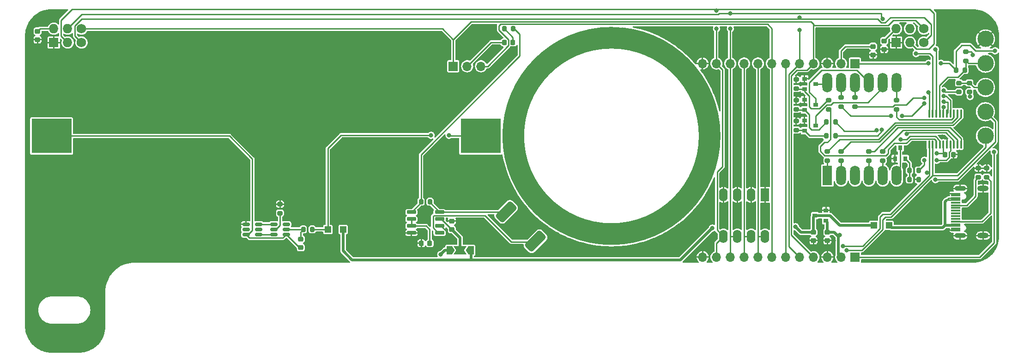
<source format=gbl>
G04 #@! TF.GenerationSoftware,KiCad,Pcbnew,6.0.7-f9a2dced07~116~ubuntu22.04.1*
G04 #@! TF.CreationDate,2022-10-14T14:53:26-07:00*
G04 #@! TF.ProjectId,badge-18650,62616467-652d-4313-9836-35302e6b6963,rev?*
G04 #@! TF.SameCoordinates,Original*
G04 #@! TF.FileFunction,Copper,L2,Bot*
G04 #@! TF.FilePolarity,Positive*
%FSLAX46Y46*%
G04 Gerber Fmt 4.6, Leading zero omitted, Abs format (unit mm)*
G04 Created by KiCad (PCBNEW 6.0.7-f9a2dced07~116~ubuntu22.04.1) date 2022-10-14 14:53:26*
%MOMM*%
%LPD*%
G01*
G04 APERTURE LIST*
G04 Aperture macros list*
%AMRoundRect*
0 Rectangle with rounded corners*
0 $1 Rounding radius*
0 $2 $3 $4 $5 $6 $7 $8 $9 X,Y pos of 4 corners*
0 Add a 4 corners polygon primitive as box body*
4,1,4,$2,$3,$4,$5,$6,$7,$8,$9,$2,$3,0*
0 Add four circle primitives for the rounded corners*
1,1,$1+$1,$2,$3*
1,1,$1+$1,$4,$5*
1,1,$1+$1,$6,$7*
1,1,$1+$1,$8,$9*
0 Add four rect primitives between the rounded corners*
20,1,$1+$1,$2,$3,$4,$5,0*
20,1,$1+$1,$4,$5,$6,$7,0*
20,1,$1+$1,$6,$7,$8,$9,0*
20,1,$1+$1,$8,$9,$2,$3,0*%
%AMFreePoly0*
4,1,6,1.000000,0.000000,0.500000,-0.750000,-0.500000,-0.750000,-0.500000,0.750000,0.500000,0.750000,1.000000,0.000000,1.000000,0.000000,$1*%
%AMFreePoly1*
4,1,7,0.700000,0.000000,1.200000,-0.750000,-1.200000,-0.750000,-0.700000,0.000000,-1.200000,0.750000,1.200000,0.750000,0.700000,0.000000,0.700000,0.000000,$1*%
G04 Aperture macros list end*
G04 #@! TA.AperFunction,EtchedComponent*
%ADD10C,4.000000*%
G04 #@! TD*
G04 #@! TA.AperFunction,ComponentPad*
%ADD11O,1.727200X1.727200*%
G04 #@! TD*
G04 #@! TA.AperFunction,ComponentPad*
%ADD12R,1.727200X1.727200*%
G04 #@! TD*
G04 #@! TA.AperFunction,ComponentPad*
%ADD13C,1.727200*%
G04 #@! TD*
G04 #@! TA.AperFunction,ComponentPad*
%ADD14R,1.700000X1.700000*%
G04 #@! TD*
G04 #@! TA.AperFunction,ComponentPad*
%ADD15O,1.700000X1.700000*%
G04 #@! TD*
G04 #@! TA.AperFunction,ComponentPad*
%ADD16R,1.800000X3.600000*%
G04 #@! TD*
G04 #@! TA.AperFunction,ComponentPad*
%ADD17O,1.800000X3.600000*%
G04 #@! TD*
G04 #@! TA.AperFunction,ComponentPad*
%ADD18R,1.600000X2.400000*%
G04 #@! TD*
G04 #@! TA.AperFunction,ComponentPad*
%ADD19O,1.600000X2.400000*%
G04 #@! TD*
G04 #@! TA.AperFunction,SMDPad,CuDef*
%ADD20RoundRect,0.200000X-0.275000X0.200000X-0.275000X-0.200000X0.275000X-0.200000X0.275000X0.200000X0*%
G04 #@! TD*
G04 #@! TA.AperFunction,SMDPad,CuDef*
%ADD21C,3.000000*%
G04 #@! TD*
G04 #@! TA.AperFunction,SMDPad,CuDef*
%ADD22RoundRect,0.500000X0.707107X1.414214X-1.414214X-0.707107X-0.707107X-1.414214X1.414214X0.707107X0*%
G04 #@! TD*
G04 #@! TA.AperFunction,SMDPad,CuDef*
%ADD23RoundRect,0.200000X0.200000X0.275000X-0.200000X0.275000X-0.200000X-0.275000X0.200000X-0.275000X0*%
G04 #@! TD*
G04 #@! TA.AperFunction,SMDPad,CuDef*
%ADD24RoundRect,0.225000X-0.250000X0.225000X-0.250000X-0.225000X0.250000X-0.225000X0.250000X0.225000X0*%
G04 #@! TD*
G04 #@! TA.AperFunction,SMDPad,CuDef*
%ADD25RoundRect,0.225000X0.250000X-0.225000X0.250000X0.225000X-0.250000X0.225000X-0.250000X-0.225000X0*%
G04 #@! TD*
G04 #@! TA.AperFunction,SMDPad,CuDef*
%ADD26R,0.800000X0.900000*%
G04 #@! TD*
G04 #@! TA.AperFunction,SMDPad,CuDef*
%ADD27RoundRect,0.200000X-0.200000X-0.275000X0.200000X-0.275000X0.200000X0.275000X-0.200000X0.275000X0*%
G04 #@! TD*
G04 #@! TA.AperFunction,SMDPad,CuDef*
%ADD28RoundRect,0.200000X0.275000X-0.200000X0.275000X0.200000X-0.275000X0.200000X-0.275000X-0.200000X0*%
G04 #@! TD*
G04 #@! TA.AperFunction,SMDPad,CuDef*
%ADD29R,0.900000X0.800000*%
G04 #@! TD*
G04 #@! TA.AperFunction,SMDPad,CuDef*
%ADD30RoundRect,0.225000X0.225000X0.250000X-0.225000X0.250000X-0.225000X-0.250000X0.225000X-0.250000X0*%
G04 #@! TD*
G04 #@! TA.AperFunction,SMDPad,CuDef*
%ADD31RoundRect,0.100000X-0.100000X0.637500X-0.100000X-0.637500X0.100000X-0.637500X0.100000X0.637500X0*%
G04 #@! TD*
G04 #@! TA.AperFunction,SMDPad,CuDef*
%ADD32RoundRect,0.225000X-0.225000X-0.250000X0.225000X-0.250000X0.225000X0.250000X-0.225000X0.250000X0*%
G04 #@! TD*
G04 #@! TA.AperFunction,SMDPad,CuDef*
%ADD33RoundRect,0.150000X-0.725000X-0.150000X0.725000X-0.150000X0.725000X0.150000X-0.725000X0.150000X0*%
G04 #@! TD*
G04 #@! TA.AperFunction,SMDPad,CuDef*
%ADD34RoundRect,0.150000X-0.512500X-0.150000X0.512500X-0.150000X0.512500X0.150000X-0.512500X0.150000X0*%
G04 #@! TD*
G04 #@! TA.AperFunction,SMDPad,CuDef*
%ADD35R,1.200000X1.200000*%
G04 #@! TD*
G04 #@! TA.AperFunction,SMDPad,CuDef*
%ADD36FreePoly0,180.000000*%
G04 #@! TD*
G04 #@! TA.AperFunction,SMDPad,CuDef*
%ADD37FreePoly1,180.000000*%
G04 #@! TD*
G04 #@! TA.AperFunction,SMDPad,CuDef*
%ADD38FreePoly0,0.000000*%
G04 #@! TD*
G04 #@! TA.AperFunction,SMDPad,CuDef*
%ADD39R,7.340000X6.350000*%
G04 #@! TD*
G04 #@! TA.AperFunction,SMDPad,CuDef*
%ADD40R,1.750000X0.300000*%
G04 #@! TD*
G04 #@! TA.AperFunction,ComponentPad*
%ADD41O,2.100000X0.900000*%
G04 #@! TD*
G04 #@! TA.AperFunction,ComponentPad*
%ADD42O,2.100000X1.000000*%
G04 #@! TD*
G04 #@! TA.AperFunction,ViaPad*
%ADD43C,0.800000*%
G04 #@! TD*
G04 #@! TA.AperFunction,Conductor*
%ADD44C,0.250000*%
G04 #@! TD*
G04 #@! TA.AperFunction,Conductor*
%ADD45C,0.500000*%
G04 #@! TD*
G04 APERTURE END LIST*
D10*
G04 #@! TO.C,LS1*
X229882500Y-117475000D02*
G75*
G03*
X229882500Y-117475000I-18000000J0D01*
G01*
G04 #@! TD*
D11*
G04 #@! TO.P,X1,1,VCC*
G04 #@! TO.N,+3V0*
X109660000Y-97810000D03*
D12*
G04 #@! TO.P,X1,2,GND*
G04 #@! TO.N,GND*
X109660000Y-100350000D03*
D11*
G04 #@! TO.P,X1,3,SDA*
G04 #@! TO.N,/IN2*
X112200000Y-97810000D03*
G04 #@! TO.P,X1,4,SCL*
G04 #@! TO.N,/IN3*
X112200000Y-100350000D03*
D13*
G04 #@! TO.P,X1,5,GPIO1*
G04 #@! TO.N,/OUT0*
X114740000Y-97810000D03*
G04 #@! TO.P,X1,6,GPIO2*
G04 #@! TO.N,/OUT1*
X114740000Y-100350000D03*
G04 #@! TD*
D11*
G04 #@! TO.P,X2,1,VCC*
G04 #@! TO.N,+3V0*
X264057898Y-97810000D03*
D12*
G04 #@! TO.P,X2,2,GND*
G04 #@! TO.N,GND*
X264057898Y-100350000D03*
D11*
G04 #@! TO.P,X2,3,SDA*
G04 #@! TO.N,/IN2*
X266597898Y-97810000D03*
G04 #@! TO.P,X2,4,SCL*
G04 #@! TO.N,/IN3*
X266597898Y-100350000D03*
D13*
G04 #@! TO.P,X2,5,GPIO1*
G04 #@! TO.N,/OUT0*
X269137898Y-97810000D03*
G04 #@! TO.P,X2,6,GPIO2*
G04 #@! TO.N,/OUT1*
X269137898Y-100350000D03*
G04 #@! TD*
D14*
G04 #@! TO.P,J1,1,Pin_1*
G04 #@! TO.N,/OUT0*
X182895000Y-104705000D03*
D15*
G04 #@! TO.P,J1,2,Pin_2*
G04 #@! TO.N,Net-(C7-Pad1)*
X185435000Y-104705000D03*
G04 #@! TO.P,J1,3,Pin_3*
G04 #@! TO.N,/OUT3*
X187975000Y-104705000D03*
G04 #@! TD*
D16*
G04 #@! TO.P,U6,1,e*
G04 #@! TO.N,Net-(R14-Pad2)*
X251460000Y-124725000D03*
D17*
G04 #@! TO.P,U6,2,d*
G04 #@! TO.N,Net-(R13-Pad2)*
X254000000Y-124725000D03*
G04 #@! TO.P,U6,3,DPX*
G04 #@! TO.N,unconnected-(U6-Pad3)*
X256540000Y-124725000D03*
G04 #@! TO.P,U6,4,c*
G04 #@! TO.N,Net-(R12-Pad2)*
X259080000Y-124725000D03*
G04 #@! TO.P,U6,5,g*
G04 #@! TO.N,Net-(R16-Pad2)*
X261620000Y-124725000D03*
G04 #@! TO.P,U6,6,CC4*
G04 #@! TO.N,/CC4*
X264160000Y-124725000D03*
G04 #@! TO.P,U6,7,b*
G04 #@! TO.N,Net-(R11-Pad2)*
X264160000Y-107685000D03*
G04 #@! TO.P,U6,8,CC3*
G04 #@! TO.N,/CC3*
X261620000Y-107685000D03*
G04 #@! TO.P,U6,9,CC2*
G04 #@! TO.N,/CC2*
X259080000Y-107685000D03*
G04 #@! TO.P,U6,10,f*
G04 #@! TO.N,Net-(R15-Pad2)*
X256540000Y-107685000D03*
G04 #@! TO.P,U6,11,a*
G04 #@! TO.N,Net-(R10-Pad2)*
X254000000Y-107685000D03*
G04 #@! TO.P,U6,12,CC1*
G04 #@! TO.N,/CC1*
X251460000Y-107685000D03*
G04 #@! TD*
D18*
G04 #@! TO.P,SW1,1*
G04 #@! TO.N,GND*
X240030000Y-128270000D03*
D19*
G04 #@! TO.P,SW1,2*
X237490000Y-128270000D03*
G04 #@! TO.P,SW1,3*
X234950000Y-128270000D03*
G04 #@! TO.P,SW1,4*
X232410000Y-128270000D03*
G04 #@! TO.P,SW1,5*
G04 #@! TO.N,/IN3*
X232410000Y-135890000D03*
G04 #@! TO.P,SW1,6*
G04 #@! TO.N,/IN2*
X234950000Y-135890000D03*
G04 #@! TO.P,SW1,7*
G04 #@! TO.N,/IN1*
X237490000Y-135890000D03*
G04 #@! TO.P,SW1,8*
G04 #@! TO.N,/IN0*
X240030000Y-135890000D03*
G04 #@! TD*
D20*
G04 #@! TO.P,R16,1*
G04 #@! TO.N,Net-(R16-Pad1)*
X261620000Y-120333000D03*
G04 #@! TO.P,R16,2*
G04 #@! TO.N,Net-(R16-Pad2)*
X261620000Y-121983000D03*
G04 #@! TD*
D21*
G04 #@! TO.P,TP5,1,1*
G04 #@! TO.N,GND*
X280435000Y-99695000D03*
G04 #@! TD*
D22*
G04 #@! TO.P,LS1,1,+*
G04 #@! TO.N,Net-(LS1-Pad1)*
X192574949Y-131394397D03*
G04 #@! TO.P,LS1,2,-*
G04 #@! TO.N,Net-(LS1-Pad2)*
X197963103Y-136782551D03*
G04 #@! TD*
D21*
G04 #@! TO.P,TP4,1,1*
G04 #@! TO.N,/~{STMBOOT0}*
X280435000Y-108585000D03*
G04 #@! TD*
D23*
G04 #@! TO.P,R25,1*
G04 #@! TO.N,/~{STMRESET}*
X276669000Y-105410000D03*
G04 #@! TO.P,R25,2*
G04 #@! TO.N,/~{RESET}*
X275019000Y-105410000D03*
G04 #@! TD*
D21*
G04 #@! TO.P,TP3,1,1*
G04 #@! TO.N,/~{STMRESET}*
X280435000Y-104140000D03*
G04 #@! TD*
D20*
G04 #@! TO.P,R9,1*
G04 #@! TO.N,+3V0*
X276860000Y-102045000D03*
G04 #@! TO.P,R9,2*
G04 #@! TO.N,/~{STMRESET}*
X276860000Y-103695000D03*
G04 #@! TD*
D14*
G04 #@! TO.P,J2,1,~{RESET}*
G04 #@! TO.N,/~{RESET}*
X256540000Y-139700000D03*
D15*
G04 #@! TO.P,J2,2,+3V*
G04 #@! TO.N,+3V0*
X254000000Y-139700000D03*
G04 #@! TO.P,J2,3,GND*
G04 #@! TO.N,GND*
X251460000Y-139700000D03*
G04 #@! TO.P,J2,4,OUT0*
G04 #@! TO.N,/OUT0*
X248920000Y-139700000D03*
G04 #@! TO.P,J2,5,OUT1*
G04 #@! TO.N,/OUT1*
X246380000Y-139700000D03*
G04 #@! TO.P,J2,6,OUT2*
G04 #@! TO.N,/OUT2*
X243840000Y-139700000D03*
G04 #@! TO.P,J2,7,OUT3*
G04 #@! TO.N,/OUT3*
X241300000Y-139700000D03*
G04 #@! TO.P,J2,8,IN0*
G04 #@! TO.N,/IN0*
X238760000Y-139700000D03*
G04 #@! TO.P,J2,9,IN1*
G04 #@! TO.N,/IN1*
X236220000Y-139700000D03*
G04 #@! TO.P,J2,10,IN2*
G04 #@! TO.N,/IN2*
X233680000Y-139700000D03*
G04 #@! TO.P,J2,11,IN3*
G04 #@! TO.N,/IN3*
X231140000Y-139700000D03*
G04 #@! TO.P,J2,12,GND*
G04 #@! TO.N,GND*
X228600000Y-139700000D03*
G04 #@! TD*
D24*
G04 #@! TO.P,C3,1*
G04 #@! TO.N,Net-(C3-Pad1)*
X154940000Y-136385000D03*
G04 #@! TO.P,C3,2*
G04 #@! TO.N,Net-(BT1-Pad2)*
X154940000Y-137935000D03*
G04 #@! TD*
D25*
G04 #@! TO.P,C6,1*
G04 #@! TO.N,Net-(C6-Pad1)*
X182626000Y-134633000D03*
G04 #@! TO.P,C6,2*
G04 #@! TO.N,GND*
X182626000Y-133083000D03*
G04 #@! TD*
D26*
G04 #@! TO.P,Q1,1,G*
G04 #@! TO.N,Net-(Q1-Pad1)*
X265745000Y-121650000D03*
G04 #@! TO.P,Q1,2,S*
G04 #@! TO.N,GND*
X263845000Y-121650000D03*
G04 #@! TO.P,Q1,3,D*
G04 #@! TO.N,/CC4*
X264795000Y-119650000D03*
G04 #@! TD*
D24*
G04 #@! TO.P,C1,1*
G04 #@! TO.N,+3V0*
X106680000Y-98285000D03*
G04 #@! TO.P,C1,2*
G04 #@! TO.N,GND*
X106680000Y-99835000D03*
G04 #@! TD*
D27*
G04 #@! TO.P,R2,1*
G04 #@! TO.N,Net-(R1-Pad2)*
X176975000Y-129540000D03*
G04 #@! TO.P,R2,2*
G04 #@! TO.N,Net-(LS1-Pad1)*
X178625000Y-129540000D03*
G04 #@! TD*
D28*
G04 #@! TO.P,R10,1*
G04 #@! TO.N,Net-(R10-Pad1)*
X254000000Y-112077000D03*
G04 #@! TO.P,R10,2*
G04 #@! TO.N,Net-(R10-Pad2)*
X254000000Y-110427000D03*
G04 #@! TD*
D29*
G04 #@! TO.P,U4,1,GND*
G04 #@! TO.N,GND*
X251190000Y-131130000D03*
G04 #@! TO.P,U4,2,VO*
G04 #@! TO.N,+3V0*
X251190000Y-133030000D03*
G04 #@! TO.P,U4,3,VI*
G04 #@! TO.N,VCC*
X249190000Y-132080000D03*
G04 #@! TD*
G04 #@! TO.P,Q2,1,G*
G04 #@! TO.N,Net-(Q2-Pad1)*
X247285000Y-116520000D03*
G04 #@! TO.P,Q2,2,S*
G04 #@! TO.N,GND*
X247285000Y-114620000D03*
G04 #@! TO.P,Q2,3,D*
G04 #@! TO.N,/CC3*
X249285000Y-115570000D03*
G04 #@! TD*
D23*
G04 #@! TO.P,R18,1*
G04 #@! TO.N,/PA7*
X252920000Y-117475000D03*
G04 #@! TO.P,R18,2*
G04 #@! TO.N,Net-(Q2-Pad1)*
X251270000Y-117475000D03*
G04 #@! TD*
D20*
G04 #@! TO.P,R7,1*
G04 #@! TO.N,/~{STMBOOT0}*
X277495000Y-107760000D03*
G04 #@! TO.P,R7,2*
G04 #@! TO.N,+3V0*
X277495000Y-109410000D03*
G04 #@! TD*
G04 #@! TO.P,R24,1*
G04 #@! TO.N,GND*
X245745000Y-107125000D03*
G04 #@! TO.P,R24,2*
G04 #@! TO.N,Net-(Q4-Pad1)*
X245745000Y-108775000D03*
G04 #@! TD*
D24*
G04 #@! TO.P,C4,1*
G04 #@! TO.N,+3V0*
X251460000Y-135115000D03*
G04 #@! TO.P,C4,2*
G04 #@! TO.N,GND*
X251460000Y-136665000D03*
G04 #@! TD*
D28*
G04 #@! TO.P,R15,1*
G04 #@! TO.N,Net-(R15-Pad1)*
X256540000Y-112077000D03*
G04 #@! TO.P,R15,2*
G04 #@! TO.N,Net-(R15-Pad2)*
X256540000Y-110427000D03*
G04 #@! TD*
D24*
G04 #@! TO.P,C9,1*
G04 #@! TO.N,+3V0*
X259842000Y-101079000D03*
G04 #@! TO.P,C9,2*
G04 #@! TO.N,GND*
X259842000Y-102629000D03*
G04 #@! TD*
D30*
G04 #@! TO.P,C5,1*
G04 #@! TO.N,Net-(C5-Pad1)*
X178575000Y-137160000D03*
G04 #@! TO.P,C5,2*
G04 #@! TO.N,GND*
X177025000Y-137160000D03*
G04 #@! TD*
D24*
G04 #@! TO.P,C8,1*
G04 #@! TO.N,+3V0*
X261874000Y-100063000D03*
G04 #@! TO.P,C8,2*
G04 #@! TO.N,GND*
X261874000Y-101613000D03*
G04 #@! TD*
G04 #@! TO.P,C2,1*
G04 #@! TO.N,VCC*
X248920000Y-135115000D03*
G04 #@! TO.P,C2,2*
G04 #@! TO.N,GND*
X248920000Y-136665000D03*
G04 #@! TD*
D31*
G04 #@! TO.P,U5,1,BOOT0*
G04 #@! TO.N,Net-(R8-Pad2)*
X270125000Y-113342500D03*
G04 #@! TO.P,U5,2,PF0*
G04 #@! TO.N,/OUT0*
X270775000Y-113342500D03*
G04 #@! TO.P,U5,3,PF1*
G04 #@! TO.N,/OUT1*
X271425000Y-113342500D03*
G04 #@! TO.P,U5,4,NRST*
G04 #@! TO.N,/~{STMRESET}*
X272075000Y-113342500D03*
G04 #@! TO.P,U5,5,VDDA*
G04 #@! TO.N,+3V0*
X272725000Y-113342500D03*
G04 #@! TO.P,U5,6,PA0*
G04 #@! TO.N,Net-(R10-Pad1)*
X273375000Y-113342500D03*
G04 #@! TO.P,U5,7,PA1*
G04 #@! TO.N,Net-(R15-Pad1)*
X274025000Y-113342500D03*
G04 #@! TO.P,U5,8,PA2*
G04 #@! TO.N,Net-(R11-Pad1)*
X274675000Y-113342500D03*
G04 #@! TO.P,U5,9,PA3*
G04 #@! TO.N,Net-(R14-Pad1)*
X275325000Y-113342500D03*
G04 #@! TO.P,U5,10,PA4*
G04 #@! TO.N,Net-(R13-Pad1)*
X275975000Y-113342500D03*
G04 #@! TO.P,U5,11,PA5*
G04 #@! TO.N,Net-(R12-Pad1)*
X275975000Y-119067500D03*
G04 #@! TO.P,U5,12,PA6*
G04 #@! TO.N,Net-(R16-Pad1)*
X275325000Y-119067500D03*
G04 #@! TO.P,U5,13,PA7*
G04 #@! TO.N,/PA7*
X274675000Y-119067500D03*
G04 #@! TO.P,U5,14,PB1*
G04 #@! TO.N,/PB1*
X274025000Y-119067500D03*
G04 #@! TO.P,U5,15,VSS*
G04 #@! TO.N,GND*
X273375000Y-119067500D03*
G04 #@! TO.P,U5,16,VDD*
G04 #@! TO.N,+3V0*
X272725000Y-119067500D03*
G04 #@! TO.P,U5,17,PA9*
G04 #@! TO.N,/PA9*
X272075000Y-119067500D03*
G04 #@! TO.P,U5,18,PA10*
G04 #@! TO.N,/PA10*
X271425000Y-119067500D03*
G04 #@! TO.P,U5,19,PA13*
G04 #@! TO.N,/OUT2*
X270775000Y-119067500D03*
G04 #@! TO.P,U5,20,PA14*
G04 #@! TO.N,/OUT3*
X270125000Y-119067500D03*
G04 #@! TD*
D20*
G04 #@! TO.P,R23,1*
G04 #@! TO.N,GND*
X245745000Y-110935000D03*
G04 #@! TO.P,R23,2*
G04 #@! TO.N,Net-(Q3-Pad1)*
X245745000Y-112585000D03*
G04 #@! TD*
D32*
G04 #@! TO.P,C10,1*
G04 #@! TO.N,+3V0*
X273037000Y-120904000D03*
G04 #@! TO.P,C10,2*
G04 #@! TO.N,GND*
X274587000Y-120904000D03*
G04 #@! TD*
D33*
G04 #@! TO.P,U1,1,SHUTDOWN*
G04 #@! TO.N,GND*
X175225000Y-135255000D03*
G04 #@! TO.P,U1,2,BYPASS*
G04 #@! TO.N,Net-(C5-Pad1)*
X175225000Y-133985000D03*
G04 #@! TO.P,U1,3,IN+*
X175225000Y-132715000D03*
G04 #@! TO.P,U1,4,IN-*
G04 #@! TO.N,Net-(R1-Pad2)*
X175225000Y-131445000D03*
G04 #@! TO.P,U1,5,V01*
G04 #@! TO.N,Net-(LS1-Pad1)*
X180375000Y-131445000D03*
G04 #@! TO.P,U1,6,VDD*
G04 #@! TO.N,Net-(C6-Pad1)*
X180375000Y-132715000D03*
G04 #@! TO.P,U1,7,GND*
G04 #@! TO.N,GND*
X180375000Y-133985000D03*
G04 #@! TO.P,U1,8,V02*
G04 #@! TO.N,Net-(LS1-Pad2)*
X180375000Y-135255000D03*
G04 #@! TD*
D34*
G04 #@! TO.P,U3,1,S1*
G04 #@! TO.N,Net-(BT1-Pad2)*
X144912500Y-135570000D03*
G04 #@! TO.P,U3,2*
G04 #@! TO.N,N/C*
X144912500Y-134620000D03*
G04 #@! TO.P,U3,3,S2*
G04 #@! TO.N,GND*
X144912500Y-133670000D03*
G04 #@! TO.P,U3,4,G2*
G04 #@! TO.N,Net-(U2-Pad3)*
X147187500Y-133670000D03*
G04 #@! TO.P,U3,5*
G04 #@! TO.N,N/C*
X147187500Y-134620000D03*
G04 #@! TO.P,U3,6,G1*
G04 #@! TO.N,Net-(U2-Pad1)*
X147187500Y-135570000D03*
G04 #@! TD*
D35*
G04 #@! TO.P,D1,1,K*
G04 #@! TO.N,VCC*
X162690000Y-134620000D03*
G04 #@! TO.P,D1,2,A*
G04 #@! TO.N,Net-(BT1-Pad1)*
X159890000Y-134620000D03*
G04 #@! TD*
D23*
G04 #@! TO.P,R19,1*
G04 #@! TO.N,/PA9*
X252920000Y-114935000D03*
G04 #@! TO.P,R19,2*
G04 #@! TO.N,Net-(Q3-Pad1)*
X251270000Y-114935000D03*
G04 #@! TD*
D28*
G04 #@! TO.P,R20,1*
G04 #@! TO.N,/PA10*
X251714000Y-112585000D03*
G04 #@! TO.P,R20,2*
G04 #@! TO.N,Net-(Q4-Pad1)*
X251714000Y-110935000D03*
G04 #@! TD*
D34*
G04 #@! TO.P,U2,1,OD*
G04 #@! TO.N,Net-(U2-Pad1)*
X149992500Y-135570000D03*
G04 #@! TO.P,U2,2,CS*
G04 #@! TO.N,Net-(R4-Pad1)*
X149992500Y-134620000D03*
G04 #@! TO.P,U2,3,OC*
G04 #@! TO.N,Net-(U2-Pad3)*
X149992500Y-133670000D03*
G04 #@! TO.P,U2,4,TD*
G04 #@! TO.N,unconnected-(U2-Pad4)*
X152267500Y-133670000D03*
G04 #@! TO.P,U2,5,VCC*
G04 #@! TO.N,Net-(C3-Pad1)*
X152267500Y-134620000D03*
G04 #@! TO.P,U2,6,GND*
G04 #@! TO.N,Net-(BT1-Pad2)*
X152267500Y-135570000D03*
G04 #@! TD*
D32*
G04 #@! TO.P,C7,1*
G04 #@! TO.N,Net-(C7-Pad1)*
X192265000Y-100330000D03*
G04 #@! TO.P,C7,2*
G04 #@! TO.N,Net-(C7-Pad2)*
X193815000Y-100330000D03*
G04 #@! TD*
D23*
G04 #@! TO.P,R3,1*
G04 #@! TO.N,Net-(BT1-Pad1)*
X157035000Y-134620000D03*
G04 #@! TO.P,R3,2*
G04 #@! TO.N,Net-(C3-Pad1)*
X155385000Y-134620000D03*
G04 #@! TD*
D20*
G04 #@! TO.P,R13,1*
G04 #@! TO.N,Net-(R13-Pad1)*
X254000000Y-120333000D03*
G04 #@! TO.P,R13,2*
G04 #@! TO.N,Net-(R13-Pad2)*
X254000000Y-121983000D03*
G04 #@! TD*
D23*
G04 #@! TO.P,R21,1*
G04 #@! TO.N,GND*
X268160000Y-125476000D03*
G04 #@! TO.P,R21,2*
G04 #@! TO.N,Net-(Q1-Pad1)*
X266510000Y-125476000D03*
G04 #@! TD*
D29*
G04 #@! TO.P,Q3,1,G*
G04 #@! TO.N,Net-(Q3-Pad1)*
X247285000Y-112710000D03*
G04 #@! TO.P,Q3,2,S*
G04 #@! TO.N,GND*
X247285000Y-110810000D03*
G04 #@! TO.P,Q3,3,D*
G04 #@! TO.N,/CC2*
X249285000Y-111760000D03*
G04 #@! TD*
D20*
G04 #@! TO.P,R22,1*
G04 #@! TO.N,GND*
X245745000Y-114745000D03*
G04 #@! TO.P,R22,2*
G04 #@! TO.N,Net-(Q2-Pad1)*
X245745000Y-116395000D03*
G04 #@! TD*
D29*
G04 #@! TO.P,Q4,1,G*
G04 #@! TO.N,Net-(Q4-Pad1)*
X247285000Y-108900000D03*
G04 #@! TO.P,Q4,2,S*
G04 #@! TO.N,GND*
X247285000Y-107000000D03*
G04 #@! TO.P,Q4,3,D*
G04 #@! TO.N,/CC1*
X249285000Y-107950000D03*
G04 #@! TD*
D28*
G04 #@! TO.P,R11,1*
G04 #@! TO.N,Net-(R11-Pad1)*
X264160000Y-112585000D03*
G04 #@! TO.P,R11,2*
G04 #@! TO.N,Net-(R11-Pad2)*
X264160000Y-110935000D03*
G04 #@! TD*
G04 #@! TO.P,R6,1*
G04 #@! TO.N,Net-(J5-PadB5)*
X280670000Y-125031000D03*
G04 #@! TO.P,R6,2*
G04 #@! TO.N,GND*
X280670000Y-123381000D03*
G04 #@! TD*
D36*
G04 #@! TO.P,JP1,1,1*
G04 #@! TO.N,VCC*
X186150000Y-138430000D03*
D37*
G04 #@! TO.P,JP1,2,2*
G04 #@! TO.N,Net-(C6-Pad1)*
X184150000Y-138430000D03*
D38*
G04 #@! TO.P,JP1,3,3*
G04 #@! TO.N,+3V0*
X182150000Y-138430000D03*
G04 #@! TD*
D21*
G04 #@! TO.P,TP1,1,1*
G04 #@! TO.N,/OUT3*
X280435000Y-113030000D03*
G04 #@! TD*
D14*
G04 #@! TO.P,J4,1,~{RESET}*
G04 #@! TO.N,/~{RESET}*
X256515000Y-104197000D03*
D15*
G04 #@! TO.P,J4,2,+3V*
G04 #@! TO.N,+3V0*
X253975000Y-104197000D03*
G04 #@! TO.P,J4,3,GND*
G04 #@! TO.N,GND*
X251435000Y-104197000D03*
G04 #@! TO.P,J4,4,OUT0*
G04 #@! TO.N,/OUT0*
X248895000Y-104197000D03*
G04 #@! TO.P,J4,5,OUT1*
G04 #@! TO.N,/OUT1*
X246355000Y-104197000D03*
G04 #@! TO.P,J4,6,OUT2*
G04 #@! TO.N,/OUT2*
X243815000Y-104197000D03*
G04 #@! TO.P,J4,7,OUT3*
G04 #@! TO.N,/OUT3*
X241275000Y-104197000D03*
G04 #@! TO.P,J4,8,IN0*
G04 #@! TO.N,/IN0*
X238735000Y-104197000D03*
G04 #@! TO.P,J4,9,IN1*
G04 #@! TO.N,/IN1*
X236195000Y-104197000D03*
G04 #@! TO.P,J4,10,IN2*
G04 #@! TO.N,/IN2*
X233655000Y-104197000D03*
G04 #@! TO.P,J4,11,IN3*
G04 #@! TO.N,/IN3*
X231115000Y-104197000D03*
G04 #@! TO.P,J4,12,GND*
G04 #@! TO.N,GND*
X228575000Y-104197000D03*
G04 #@! TD*
D20*
G04 #@! TO.P,R8,1*
G04 #@! TO.N,/~{STMBOOT0}*
X275590000Y-107760000D03*
G04 #@! TO.P,R8,2*
G04 #@! TO.N,Net-(R8-Pad2)*
X275590000Y-109410000D03*
G04 #@! TD*
D39*
G04 #@! TO.P,BT1,1,+*
G04 #@! TO.N,Net-(BT1-Pad1)*
X187920000Y-117475000D03*
G04 #@! TO.P,BT1,2,-*
G04 #@! TO.N,Net-(BT1-Pad2)*
X109260000Y-117475000D03*
G04 #@! TD*
D23*
G04 #@! TO.P,R17,1*
G04 #@! TO.N,/PB1*
X268160000Y-123825000D03*
G04 #@! TO.P,R17,2*
G04 #@! TO.N,Net-(Q1-Pad1)*
X266510000Y-123825000D03*
G04 #@! TD*
D20*
G04 #@! TO.P,R12,1*
G04 #@! TO.N,Net-(R12-Pad1)*
X259080000Y-120333000D03*
G04 #@! TO.P,R12,2*
G04 #@! TO.N,Net-(R12-Pad2)*
X259080000Y-121983000D03*
G04 #@! TD*
D21*
G04 #@! TO.P,TP2,1,1*
G04 #@! TO.N,/OUT2*
X280435000Y-117475000D03*
G04 #@! TD*
D28*
G04 #@! TO.P,R5,1*
G04 #@! TO.N,Net-(J5-PadA5)*
X279146000Y-125031000D03*
G04 #@! TO.P,R5,2*
G04 #@! TO.N,GND*
X279146000Y-123381000D03*
G04 #@! TD*
G04 #@! TO.P,R4,1*
G04 #@! TO.N,Net-(R4-Pad1)*
X151130000Y-131635000D03*
G04 #@! TO.P,R4,2*
G04 #@! TO.N,GND*
X151130000Y-129985000D03*
G04 #@! TD*
D20*
G04 #@! TO.P,R14,1*
G04 #@! TO.N,Net-(R14-Pad1)*
X251460000Y-120333000D03*
G04 #@! TO.P,R14,2*
G04 #@! TO.N,Net-(R14-Pad2)*
X251460000Y-121983000D03*
G04 #@! TD*
D35*
G04 #@! TO.P,D2,1,K*
G04 #@! TO.N,VCC*
X259966000Y-133858000D03*
G04 #@! TO.P,D2,2,A*
G04 #@! TO.N,Net-(D2-Pad2)*
X262766000Y-133858000D03*
G04 #@! TD*
D40*
G04 #@! TO.P,J5,A1,GND*
G04 #@! TO.N,GND*
X274980000Y-128095000D03*
G04 #@! TO.P,J5,A4,VBUS*
G04 #@! TO.N,Net-(D2-Pad2)*
X274980000Y-128895000D03*
G04 #@! TO.P,J5,A5,CC1*
G04 #@! TO.N,Net-(J5-PadA5)*
X274980000Y-130195000D03*
G04 #@! TO.P,J5,A6,D+*
G04 #@! TO.N,unconnected-(J5-PadA6)*
X274980000Y-131195000D03*
G04 #@! TO.P,J5,A7,D-*
G04 #@! TO.N,unconnected-(J5-PadA7)*
X274980000Y-131695000D03*
G04 #@! TO.P,J5,A8,SBU1*
G04 #@! TO.N,unconnected-(J5-PadA8)*
X274980000Y-132695000D03*
G04 #@! TO.P,J5,A9,VBUS*
G04 #@! TO.N,Net-(D2-Pad2)*
X274980000Y-133995000D03*
G04 #@! TO.P,J5,A12,GND*
G04 #@! TO.N,GND*
X274980000Y-134795000D03*
G04 #@! TO.P,J5,B1,GND*
X274980000Y-134495000D03*
G04 #@! TO.P,J5,B4,VBUS*
G04 #@! TO.N,Net-(D2-Pad2)*
X274980000Y-133695000D03*
G04 #@! TO.P,J5,B5,CC2*
G04 #@! TO.N,Net-(J5-PadB5)*
X274980000Y-133195000D03*
G04 #@! TO.P,J5,B6,D+*
G04 #@! TO.N,unconnected-(J5-PadB6)*
X274980000Y-132195000D03*
G04 #@! TO.P,J5,B7,D-*
G04 #@! TO.N,unconnected-(J5-PadB7)*
X274980000Y-130695000D03*
G04 #@! TO.P,J5,B8,SBU2*
G04 #@! TO.N,unconnected-(J5-PadB8)*
X274980000Y-129695000D03*
G04 #@! TO.P,J5,B9,VBUS*
G04 #@! TO.N,Net-(D2-Pad2)*
X274980000Y-129195000D03*
G04 #@! TO.P,J5,B12,GND*
G04 #@! TO.N,GND*
X274980000Y-128395000D03*
D41*
G04 #@! TO.P,J5,S1,SHIELD*
X275820000Y-127125000D03*
D42*
X280000000Y-127125000D03*
D41*
X275820000Y-135765000D03*
D42*
X280000000Y-135765000D03*
G04 #@! TD*
D27*
G04 #@! TO.P,R1,1*
G04 #@! TO.N,Net-(C7-Pad2)*
X192215000Y-97790000D03*
G04 #@! TO.P,R1,2*
G04 #@! TO.N,Net-(R1-Pad2)*
X193865000Y-97790000D03*
G04 #@! TD*
D43*
G04 #@! TO.N,Net-(BT1-Pad1)*
X178816000Y-117348000D03*
X182118000Y-117348000D03*
G04 #@! TO.N,GND*
X184912000Y-134620000D03*
X273304000Y-128270000D03*
X277876000Y-99568000D03*
X275844000Y-120904000D03*
X250190000Y-136652000D03*
X173482000Y-135382000D03*
X272542000Y-117602000D03*
X252476000Y-131064000D03*
X273812000Y-135382000D03*
X248666000Y-105918000D03*
X177038000Y-138430000D03*
X245872000Y-109982000D03*
X252642500Y-136636575D03*
X245872000Y-113792000D03*
X182118000Y-135890000D03*
X247650000Y-136652000D03*
X280162000Y-122174000D03*
X262890000Y-122682000D03*
X183896000Y-133096000D03*
G04 #@! TO.N,VCC*
X245618000Y-134112000D03*
X230378000Y-134366000D03*
G04 #@! TO.N,+3V0*
X253746000Y-135636000D03*
X278130000Y-102616000D03*
X180594000Y-139192000D03*
X277622000Y-110236000D03*
X272758242Y-112233553D03*
X271526000Y-120650000D03*
G04 #@! TO.N,/~{RESET}*
X270002000Y-104140000D03*
X272288000Y-104140000D03*
X282194000Y-101854000D03*
X282027500Y-120411425D03*
G04 #@! TO.N,/OUT0*
X267716000Y-102362000D03*
G04 #@! TO.N,/OUT1*
X246380000Y-95758000D03*
X246380000Y-98044000D03*
X271272000Y-101600000D03*
G04 #@! TO.N,/IN2*
X233680000Y-97790000D03*
X233680000Y-94996000D03*
X261620000Y-96012000D03*
G04 #@! TO.N,/IN3*
X231140000Y-94488000D03*
X231140000Y-97790000D03*
G04 #@! TO.N,Net-(R8-Pad2)*
X272795987Y-109156003D03*
X270002000Y-109474000D03*
G04 #@! TO.N,/OUT2*
X255016000Y-138430000D03*
G04 #@! TO.N,/OUT3*
X269748000Y-124206000D03*
X254341500Y-137689828D03*
X271272000Y-125476000D03*
G04 #@! TO.N,Net-(R10-Pad1)*
X269240000Y-111506000D03*
X263144000Y-113792000D03*
X272779201Y-111154858D03*
X265176000Y-113792000D03*
G04 #@! TO.N,/PB1*
X271526000Y-121920000D03*
X269240000Y-121920000D03*
G04 #@! TO.N,/PA7*
X265976747Y-117135003D03*
X261453802Y-116320750D03*
G04 #@! TO.N,/PA9*
X260461314Y-116438954D03*
X264922000Y-118110000D03*
G04 #@! TO.N,Net-(R15-Pad1)*
X269240000Y-110490000D03*
X272796468Y-110155505D03*
G04 #@! TD*
D44*
G04 #@! TO.N,Net-(BT1-Pad2)*
X145296751Y-135570000D02*
X144912500Y-135570000D01*
X154632500Y-137935000D02*
X154940000Y-137935000D01*
X151642500Y-136195000D02*
X152267500Y-135570000D01*
X141859000Y-117475000D02*
X146050000Y-121666000D01*
X152267500Y-135570000D02*
X154632500Y-137935000D01*
X144912500Y-135570000D02*
X145537500Y-136195000D01*
X145537500Y-136195000D02*
X151642500Y-136195000D01*
X109260000Y-117475000D02*
X141859000Y-117475000D01*
X146050000Y-121666000D02*
X146050000Y-134816751D01*
X146050000Y-134816751D02*
X145296751Y-135570000D01*
G04 #@! TO.N,Net-(BT1-Pad1)*
X159890000Y-134620000D02*
X159890000Y-119764000D01*
X162052000Y-117602000D02*
X162306000Y-117348000D01*
X182118000Y-117348000D02*
X182245000Y-117475000D01*
X159890000Y-119764000D02*
X162052000Y-117602000D01*
X162306000Y-117348000D02*
X178816000Y-117348000D01*
X182245000Y-117475000D02*
X187920000Y-117475000D01*
X157035000Y-134620000D02*
X159890000Y-134620000D01*
G04 #@! TO.N,GND*
X180651751Y-133985000D02*
X182118000Y-135451249D01*
X182118000Y-135451249D02*
X182118000Y-135890000D01*
X180375000Y-133985000D02*
X180651751Y-133985000D01*
D45*
G04 #@! TO.N,VCC*
X248920000Y-132350000D02*
X249190000Y-132080000D01*
X186150000Y-138430000D02*
X186150000Y-140176000D01*
X259966000Y-133858000D02*
X253746000Y-133858000D01*
X248920000Y-135115000D02*
X248920000Y-132350000D01*
X248907000Y-135128000D02*
X248920000Y-135115000D01*
X253746000Y-133858000D02*
X251968000Y-132080000D01*
X162690000Y-138560000D02*
X164338000Y-140208000D01*
X164338000Y-140208000D02*
X186182000Y-140208000D01*
X186150000Y-140176000D02*
X186182000Y-140208000D01*
X245618000Y-134112000D02*
X246634000Y-135128000D01*
X162690000Y-134620000D02*
X162690000Y-138560000D01*
X224536000Y-140208000D02*
X230378000Y-134366000D01*
X246634000Y-135128000D02*
X248907000Y-135128000D01*
X251968000Y-132080000D02*
X249190000Y-132080000D01*
X186182000Y-140208000D02*
X224536000Y-140208000D01*
D44*
G04 #@! TO.N,+3V0*
X277813000Y-102045000D02*
X276860000Y-102045000D01*
X261874000Y-99993898D02*
X264057898Y-97810000D01*
X106680000Y-98285000D02*
X107155000Y-97810000D01*
X254775000Y-101079000D02*
X259842000Y-101079000D01*
D45*
X252717000Y-135115000D02*
X251460000Y-135115000D01*
D44*
X272725000Y-113342500D02*
X272725000Y-112266795D01*
D45*
X253492000Y-139192000D02*
X253492000Y-135890000D01*
D44*
X261874000Y-100063000D02*
X261874000Y-99993898D01*
X107155000Y-97810000D02*
X109660000Y-97810000D01*
D45*
X182150000Y-138430000D02*
X181356000Y-138430000D01*
D44*
X272725000Y-119067500D02*
X272725000Y-120592000D01*
X278130000Y-102362000D02*
X277813000Y-102045000D01*
D45*
X251460000Y-133300000D02*
X251190000Y-133030000D01*
D44*
X271526000Y-120650000D02*
X272783000Y-120650000D01*
X278130000Y-102616000D02*
X278130000Y-102362000D01*
D45*
X254000000Y-139700000D02*
X253492000Y-139192000D01*
D44*
X277622000Y-110236000D02*
X277495000Y-110109000D01*
X277495000Y-110109000D02*
X277495000Y-109410000D01*
D45*
X181356000Y-138430000D02*
X180594000Y-139192000D01*
D44*
X272783000Y-120650000D02*
X273037000Y-120904000D01*
D45*
X251460000Y-135115000D02*
X251460000Y-133300000D01*
D44*
X272725000Y-120592000D02*
X273037000Y-120904000D01*
X272725000Y-112266795D02*
X272758242Y-112233553D01*
D45*
X253492000Y-135890000D02*
X252717000Y-135115000D01*
D44*
X253975000Y-101879000D02*
X254775000Y-101079000D01*
X253975000Y-104197000D02*
X253975000Y-101879000D01*
G04 #@! TO.N,/~{RESET}*
X282027500Y-137072500D02*
X282027500Y-120411425D01*
X275019000Y-101917000D02*
X275019000Y-105410000D01*
X279400000Y-139700000D02*
X282027500Y-137072500D01*
X277622000Y-100838000D02*
X276098000Y-100838000D01*
X256540000Y-139700000D02*
X279400000Y-139700000D01*
X269945000Y-104197000D02*
X270002000Y-104140000D01*
X256515000Y-104197000D02*
X269945000Y-104197000D01*
X272288000Y-104140000D02*
X273749000Y-104140000D01*
X273749000Y-104140000D02*
X275019000Y-105410000D01*
X282194000Y-101854000D02*
X278638000Y-101854000D01*
X276098000Y-100838000D02*
X275019000Y-101917000D01*
X278638000Y-101854000D02*
X277622000Y-100838000D01*
G04 #@! TO.N,/OUT0*
X186191501Y-96540499D02*
X248432499Y-96540499D01*
X249078001Y-97186001D02*
X262614287Y-97186001D01*
X267593898Y-96266000D02*
X269137898Y-97810000D01*
X180868000Y-97810000D02*
X182895000Y-99837000D01*
X263534288Y-96266000D02*
X267593898Y-96266000D01*
X248882000Y-96990000D02*
X249078001Y-97186001D01*
X245872000Y-105410000D02*
X244856000Y-106426000D01*
X270775000Y-113342500D02*
X270775000Y-102881000D01*
X270256000Y-102362000D02*
X267716000Y-102362000D01*
X262614287Y-97186001D02*
X263534288Y-96266000D01*
X182895000Y-99837000D02*
X182895000Y-104705000D01*
X248895000Y-104197000D02*
X247682000Y-105410000D01*
X182895000Y-99837000D02*
X186191501Y-96540499D01*
X270775000Y-102881000D02*
X270256000Y-102362000D01*
X244856000Y-106426000D02*
X244856000Y-135636000D01*
X248432499Y-96540499D02*
X248882000Y-96990000D01*
X248895000Y-97003000D02*
X248882000Y-96990000D01*
X248895000Y-104197000D02*
X248895000Y-97003000D01*
X244856000Y-135636000D02*
X248920000Y-139700000D01*
X114740000Y-97810000D02*
X180868000Y-97810000D01*
X247682000Y-105410000D02*
X245872000Y-105410000D01*
G04 #@! TO.N,/OUT1*
X262039190Y-96736500D02*
X263017690Y-95758000D01*
X261319902Y-96736500D02*
X262039190Y-96736500D01*
X113538000Y-97331065D02*
X114810967Y-96058098D01*
X114740000Y-100350000D02*
X113538000Y-99148000D01*
X270510000Y-97028000D02*
X270510000Y-98977898D01*
X271425000Y-101753000D02*
X271272000Y-101600000D01*
X271425000Y-113342500D02*
X271425000Y-101753000D01*
X246355000Y-98069000D02*
X246380000Y-98044000D01*
X270510000Y-98977898D02*
X269137898Y-100350000D01*
X260641500Y-96058098D02*
X261319902Y-96736500D01*
X269240000Y-95758000D02*
X270510000Y-97028000D01*
X244406499Y-106145501D02*
X246355000Y-104197000D01*
X114810967Y-96058098D02*
X260641500Y-96058098D01*
X244406499Y-137726499D02*
X244406499Y-106145501D01*
X246355000Y-104197000D02*
X246355000Y-98069000D01*
X246380000Y-139700000D02*
X244406499Y-137726499D01*
X263017690Y-95758000D02*
X269240000Y-95758000D01*
X113538000Y-99148000D02*
X113538000Y-97331065D01*
G04 #@! TO.N,/IN0*
X240020000Y-135875000D02*
X238775000Y-135875000D01*
X238760000Y-139700000D02*
X238760000Y-135890000D01*
X238760000Y-104222000D02*
X238735000Y-104197000D01*
X238775000Y-135875000D02*
X238760000Y-135890000D01*
X238760000Y-135890000D02*
X238760000Y-104222000D01*
G04 #@! TO.N,/IN1*
X236235000Y-135875000D02*
X236195000Y-135915000D01*
X236195000Y-139675000D02*
X236220000Y-139700000D01*
X237480000Y-135875000D02*
X236235000Y-135875000D01*
X236195000Y-135915000D02*
X236195000Y-139675000D01*
X236195000Y-104197000D02*
X236195000Y-135915000D01*
G04 #@! TO.N,/IN2*
X112200000Y-97810000D02*
X114797500Y-95212500D01*
X261366000Y-94996000D02*
X261366000Y-95758000D01*
X114797500Y-95212500D02*
X231440098Y-95212500D01*
X233695000Y-135875000D02*
X233680000Y-135890000D01*
X231656598Y-94996000D02*
X261366000Y-94996000D01*
X233680000Y-135890000D02*
X233680000Y-104222000D01*
X233680000Y-139700000D02*
X233680000Y-135890000D01*
X233680000Y-104222000D02*
X233655000Y-104197000D01*
X231440098Y-95212500D02*
X231656598Y-94996000D01*
X233655000Y-97815000D02*
X233680000Y-97790000D01*
X261366000Y-95758000D02*
X261620000Y-96012000D01*
X234940000Y-135875000D02*
X233695000Y-135875000D01*
X233655000Y-104197000D02*
X233655000Y-97815000D01*
G04 #@! TO.N,/IN3*
X231275000Y-134750000D02*
X231275000Y-124071000D01*
X232400000Y-135875000D02*
X231275000Y-134750000D01*
X231140000Y-139700000D02*
X231140000Y-137135000D01*
X110998000Y-96266000D02*
X113030000Y-94234000D01*
X110998000Y-99148000D02*
X110998000Y-96266000D01*
X270063400Y-101538600D02*
X267786498Y-101538600D01*
X267786498Y-101538600D02*
X266597898Y-100350000D01*
X232238603Y-123107397D02*
X232238603Y-105320603D01*
X271018000Y-100584000D02*
X270063400Y-101538600D01*
X232238603Y-105320603D02*
X231115000Y-104197000D01*
X112200000Y-100350000D02*
X110998000Y-99148000D01*
X231140000Y-137135000D02*
X232400000Y-135875000D01*
X231115000Y-97815000D02*
X231140000Y-97790000D01*
X231275000Y-124071000D02*
X232238603Y-123107397D01*
X113030000Y-94234000D02*
X270256000Y-94234000D01*
X231115000Y-104197000D02*
X231115000Y-97815000D01*
X271018000Y-94996000D02*
X271018000Y-100584000D01*
X270256000Y-94234000D02*
X271018000Y-94996000D01*
G04 #@! TO.N,Net-(C3-Pad1)*
X152267500Y-134620000D02*
X155385000Y-134620000D01*
X154940000Y-136385000D02*
X154940000Y-135065000D01*
X154940000Y-135065000D02*
X155385000Y-134620000D01*
G04 #@! TO.N,Net-(C5-Pad1)*
X175225000Y-132715000D02*
X175225000Y-133985000D01*
X178562000Y-137045249D02*
X178562000Y-134620000D01*
X178575000Y-137058249D02*
X178562000Y-137045249D01*
X178562000Y-134620000D02*
X177927000Y-133985000D01*
X178575000Y-137160000D02*
X178575000Y-137058249D01*
X177927000Y-133985000D02*
X175225000Y-133985000D01*
G04 #@! TO.N,Net-(D2-Pad2)*
X273187000Y-133995000D02*
X273050000Y-133858000D01*
D45*
X273050000Y-129540000D02*
X273304000Y-129286000D01*
D44*
X274980000Y-129195000D02*
X273395000Y-129195000D01*
X274980000Y-128895000D02*
X273695000Y-128895000D01*
D45*
X263183000Y-134275000D02*
X262766000Y-133858000D01*
X273050000Y-133858000D02*
X272633000Y-134275000D01*
D44*
X274980000Y-133695000D02*
X273213000Y-133695000D01*
X273213000Y-133695000D02*
X273050000Y-133858000D01*
D45*
X273050000Y-133858000D02*
X273050000Y-129540000D01*
D44*
X274980000Y-133995000D02*
X273187000Y-133995000D01*
D45*
X272633000Y-134275000D02*
X263183000Y-134275000D01*
D44*
X273395000Y-129195000D02*
X273304000Y-129286000D01*
X273695000Y-128895000D02*
X273395000Y-129195000D01*
G04 #@! TO.N,Net-(U2-Pad1)*
X149992500Y-135570000D02*
X147187500Y-135570000D01*
G04 #@! TO.N,Net-(U2-Pad3)*
X147187500Y-133670000D02*
X149992500Y-133670000D01*
G04 #@! TO.N,Net-(J5-PadA5)*
X276967000Y-130195000D02*
X274980000Y-130195000D01*
X279146000Y-125031000D02*
X278625000Y-125552000D01*
X278625000Y-128537000D02*
X276967000Y-130195000D01*
X278625000Y-125552000D02*
X278625000Y-128537000D01*
G04 #@! TO.N,Net-(C7-Pad1)*
X192265000Y-100330000D02*
X189810000Y-100330000D01*
X189810000Y-100330000D02*
X185435000Y-104705000D01*
G04 #@! TO.N,Net-(J5-PadB5)*
X279809000Y-133195000D02*
X274980000Y-133195000D01*
X281375000Y-131629000D02*
X279809000Y-133195000D01*
X281375000Y-125736000D02*
X281375000Y-131629000D01*
X280670000Y-125031000D02*
X281375000Y-125736000D01*
G04 #@! TO.N,Net-(LS1-Pad1)*
X178625000Y-129695000D02*
X180375000Y-131445000D01*
X178625000Y-129540000D02*
X178625000Y-129695000D01*
X192524346Y-131445000D02*
X192574949Y-131394397D01*
X180375000Y-131445000D02*
X192524346Y-131445000D01*
G04 #@! TO.N,Net-(LS1-Pad2)*
X179324000Y-132080000D02*
X188722000Y-132080000D01*
X179175000Y-132229000D02*
X179324000Y-132080000D01*
X180098249Y-135255000D02*
X179175000Y-134331751D01*
X197839654Y-136906000D02*
X197963103Y-136782551D01*
X188722000Y-132080000D02*
X193548000Y-136906000D01*
X193548000Y-136906000D02*
X197839654Y-136906000D01*
X180375000Y-135255000D02*
X180098249Y-135255000D01*
X179175000Y-134331751D02*
X179175000Y-132229000D01*
G04 #@! TO.N,Net-(R1-Pad2)*
X176975000Y-129540000D02*
X176975000Y-129695000D01*
X176975000Y-120925000D02*
X195072000Y-102828000D01*
X195072000Y-102828000D02*
X195072000Y-98806000D01*
X194056000Y-97790000D02*
X193865000Y-97790000D01*
X176975000Y-129695000D02*
X175225000Y-131445000D01*
X176975000Y-129540000D02*
X176975000Y-120925000D01*
X195072000Y-98806000D02*
X194056000Y-97790000D01*
G04 #@! TO.N,Net-(R4-Pad1)*
X149992500Y-134620000D02*
X150376751Y-134620000D01*
X151130000Y-133866751D02*
X151130000Y-131635000D01*
X150376751Y-134620000D02*
X151130000Y-133866751D01*
G04 #@! TO.N,Net-(C6-Pad1)*
X180651751Y-132715000D02*
X182569751Y-134633000D01*
X182569751Y-134633000D02*
X182626000Y-134633000D01*
D45*
X184150000Y-138430000D02*
X184150000Y-136157000D01*
D44*
X180375000Y-132715000D02*
X180651751Y-132715000D01*
D45*
X184150000Y-136157000D02*
X182626000Y-134633000D01*
D44*
G04 #@! TO.N,Net-(R8-Pad2)*
X270002000Y-109474000D02*
X270125000Y-109597000D01*
X273049984Y-109410000D02*
X272795987Y-109156003D01*
X275590000Y-109410000D02*
X273049984Y-109410000D01*
X270125000Y-109597000D02*
X270125000Y-113342500D01*
G04 #@! TO.N,/~{STMRESET}*
X272075000Y-113342500D02*
X272033742Y-113301242D01*
X280435000Y-104140000D02*
X277305000Y-104140000D01*
X272033742Y-113301242D02*
X272033742Y-108204258D01*
X273558000Y-106680000D02*
X275399000Y-106680000D01*
X272033742Y-108204258D02*
X273558000Y-106680000D01*
X276860000Y-103695000D02*
X276860000Y-105219000D01*
X275399000Y-106680000D02*
X276669000Y-105410000D01*
X277305000Y-104140000D02*
X276860000Y-103695000D01*
X276860000Y-105219000D02*
X276669000Y-105410000D01*
G04 #@! TO.N,/~{STMBOOT0}*
X280435000Y-108585000D02*
X278320000Y-108585000D01*
X278320000Y-108585000D02*
X277495000Y-107760000D01*
X277495000Y-107760000D02*
X275590000Y-107760000D01*
G04 #@! TO.N,Net-(C7-Pad2)*
X193815000Y-99390000D02*
X193815000Y-100330000D01*
X192215000Y-97790000D02*
X193815000Y-99390000D01*
G04 #@! TO.N,/OUT2*
X257810000Y-138430000D02*
X255016000Y-138430000D01*
X280435000Y-119596320D02*
X275317168Y-124714152D01*
X261620000Y-134620000D02*
X257810000Y-138430000D01*
X243840000Y-139700000D02*
X243840000Y-104222000D01*
X261620000Y-132842000D02*
X261620000Y-134620000D01*
X270775000Y-124714152D02*
X270775000Y-119067500D01*
X280435000Y-117475000D02*
X280435000Y-119596320D01*
X270775000Y-124714152D02*
X263155152Y-132334000D01*
X263155152Y-132334000D02*
X262128000Y-132334000D01*
X275317168Y-124714152D02*
X270775000Y-124714152D01*
X262128000Y-132334000D02*
X261620000Y-132842000D01*
X243840000Y-104222000D02*
X243815000Y-104197000D01*
G04 #@! TO.N,/OUT3*
X187975000Y-104705000D02*
X189177081Y-104705000D01*
X193040000Y-100842081D02*
X193040000Y-99822000D01*
X191262000Y-98054462D02*
X191262000Y-97282000D01*
X275336000Y-125476000D02*
X271272000Y-125476000D01*
X270125000Y-124728462D02*
X263027462Y-131826000D01*
X192278000Y-99060000D02*
X192267538Y-99060000D01*
X282260000Y-114855000D02*
X282260000Y-118552000D01*
X280435000Y-113030000D02*
X282260000Y-114855000D01*
X240500000Y-96990000D02*
X241275000Y-97765000D01*
X270125000Y-124075000D02*
X270125000Y-124728462D01*
X261620000Y-131826000D02*
X261112000Y-132334000D01*
X261112000Y-132334000D02*
X261112000Y-134492310D01*
X241300000Y-139700000D02*
X241300000Y-104222000D01*
X192267538Y-99060000D02*
X191262000Y-98054462D01*
X257914482Y-137689828D02*
X254341500Y-137689828D01*
X263027462Y-131826000D02*
X261620000Y-131826000D01*
X270125000Y-124075000D02*
X270125000Y-119067500D01*
X241300000Y-104222000D02*
X241275000Y-104197000D01*
X191262000Y-97282000D02*
X191554000Y-96990000D01*
X269994000Y-124206000D02*
X270125000Y-124075000D01*
X193040000Y-99822000D02*
X192278000Y-99060000D01*
X269748000Y-124206000D02*
X269994000Y-124206000D01*
X261112000Y-134492310D02*
X257914482Y-137689828D01*
X189177081Y-104705000D02*
X193040000Y-100842081D01*
X282260000Y-118552000D02*
X275336000Y-125476000D01*
X241275000Y-97765000D02*
X241275000Y-104197000D01*
X191554000Y-96990000D02*
X240500000Y-96990000D01*
G04 #@! TO.N,Net-(R10-Pad2)*
X254000000Y-108585000D02*
X254000000Y-110427000D01*
G04 #@! TO.N,Net-(R11-Pad2)*
X264160000Y-108585000D02*
X264160000Y-110935000D01*
G04 #@! TO.N,Net-(R12-Pad2)*
X259080000Y-123825000D02*
X259080000Y-121983000D01*
G04 #@! TO.N,Net-(R13-Pad2)*
X254000000Y-123825000D02*
X254000000Y-121983000D01*
G04 #@! TO.N,Net-(R14-Pad2)*
X251460000Y-123825000D02*
X251460000Y-121983000D01*
G04 #@! TO.N,Net-(R15-Pad2)*
X256540000Y-108585000D02*
X256540000Y-110427000D01*
G04 #@! TO.N,Net-(R16-Pad2)*
X261620000Y-123825000D02*
X261620000Y-121983000D01*
G04 #@! TO.N,Net-(R10-Pad1)*
X273499501Y-113217999D02*
X273499501Y-112730000D01*
X266954000Y-113792000D02*
X265176000Y-113792000D01*
X273375000Y-113342500D02*
X273499501Y-113217999D01*
X273499501Y-112730000D02*
X273500000Y-112730000D01*
X273500000Y-112528959D02*
X273575000Y-112453959D01*
X263144000Y-113792000D02*
X255715000Y-113792000D01*
X269240000Y-111506000D02*
X266954000Y-113792000D01*
X273500000Y-112730000D02*
X273500000Y-112528959D01*
X273575000Y-112453959D02*
X273575000Y-111281000D01*
X273003902Y-111281000D02*
X272851296Y-111433606D01*
X272779201Y-111361511D02*
X272779201Y-111154858D01*
X272851296Y-111433606D02*
X272779201Y-111361511D01*
X273575000Y-111281000D02*
X273003902Y-111281000D01*
X255715000Y-113792000D02*
X254000000Y-112077000D01*
G04 #@! TO.N,Net-(R11-Pad1)*
X274189541Y-114516500D02*
X264630500Y-114516500D01*
X274675000Y-113342500D02*
X274675000Y-114031041D01*
X274675000Y-114031041D02*
X274189541Y-114516500D01*
X264630500Y-114516500D02*
X264160000Y-114046000D01*
X264160000Y-114046000D02*
X264160000Y-112585000D01*
G04 #@! TO.N,Net-(R12-Pad1)*
X275975000Y-117985620D02*
X273950382Y-115961002D01*
X260032690Y-120333000D02*
X259080000Y-120333000D01*
X264404688Y-115961002D02*
X260032690Y-120333000D01*
X273950382Y-115961002D02*
X264404688Y-115961002D01*
X275975000Y-119067500D02*
X275975000Y-117985620D01*
G04 #@! TO.N,Net-(R13-Pad1)*
X275975000Y-114031041D02*
X274494540Y-115511501D01*
X264092189Y-115511501D02*
X261044189Y-118559501D01*
X261044189Y-118559501D02*
X255773499Y-118559501D01*
X275975000Y-113342500D02*
X275975000Y-114031041D01*
X255773499Y-118559501D02*
X254000000Y-120333000D01*
X274494540Y-115511501D02*
X264092189Y-115511501D01*
G04 #@! TO.N,Net-(R14-Pad1)*
X275325000Y-114031041D02*
X274294041Y-115062000D01*
X274294041Y-115062000D02*
X263906000Y-115062000D01*
X275325000Y-113342500D02*
X275325000Y-114031041D01*
X260858000Y-118110000D02*
X253683000Y-118110000D01*
X263906000Y-115062000D02*
X260858000Y-118110000D01*
X253683000Y-118110000D02*
X251460000Y-120333000D01*
G04 #@! TO.N,Net-(Q1-Pad1)*
X266510000Y-123825000D02*
X266510000Y-122415000D01*
X266510000Y-122415000D02*
X265745000Y-121650000D01*
X266510000Y-125476000D02*
X266510000Y-123825000D01*
G04 #@! TO.N,/CC4*
X264160000Y-123825000D02*
X264795000Y-123190000D01*
X264795000Y-123190000D02*
X264795000Y-119650000D01*
G04 #@! TO.N,Net-(Q2-Pad1)*
X247160000Y-116395000D02*
X247285000Y-116520000D01*
X245745000Y-116395000D02*
X247160000Y-116395000D01*
X251270000Y-117475000D02*
X248240000Y-117475000D01*
X248240000Y-117475000D02*
X247285000Y-116520000D01*
G04 #@! TO.N,/CC3*
X258853000Y-111352000D02*
X252514462Y-111352000D01*
X261620000Y-108585000D02*
X258853000Y-111352000D01*
X252106462Y-111760000D02*
X251321538Y-111760000D01*
X252514462Y-111352000D02*
X252106462Y-111760000D01*
X251321538Y-111760000D02*
X249285000Y-113796538D01*
X249285000Y-113796538D02*
X249285000Y-115570000D01*
G04 #@! TO.N,Net-(Q3-Pad1)*
X245870000Y-112710000D02*
X245745000Y-112585000D01*
X247285000Y-112710000D02*
X245870000Y-112710000D01*
X248547000Y-116332000D02*
X248158000Y-115943000D01*
X249873000Y-116332000D02*
X248547000Y-116332000D01*
X248158000Y-115943000D02*
X248158000Y-113583000D01*
X251270000Y-114935000D02*
X249873000Y-116332000D01*
X248158000Y-113583000D02*
X247285000Y-112710000D01*
G04 #@! TO.N,/CC2*
X256897412Y-105410000D02*
X250444000Y-105410000D01*
X249285000Y-110601000D02*
X249285000Y-111760000D01*
X248158000Y-107696000D02*
X248158000Y-109474000D01*
X250444000Y-105410000D02*
X248158000Y-107696000D01*
X259080000Y-107592588D02*
X256897412Y-105410000D01*
X259080000Y-108585000D02*
X259080000Y-107592588D01*
X248158000Y-109474000D02*
X249285000Y-110601000D01*
G04 #@! TO.N,Net-(Q4-Pad1)*
X248510000Y-112485000D02*
X248158000Y-112133000D01*
X251510848Y-110935000D02*
X249960848Y-112485000D01*
X249960848Y-112485000D02*
X248510000Y-112485000D01*
X247285000Y-108900000D02*
X245870000Y-108900000D01*
X248158000Y-112133000D02*
X248158000Y-110183000D01*
X248158000Y-110183000D02*
X247285000Y-109310000D01*
X251714000Y-110935000D02*
X251510848Y-110935000D01*
X247285000Y-109310000D02*
X247285000Y-108900000D01*
X245870000Y-108900000D02*
X245745000Y-108775000D01*
G04 #@! TO.N,/CC1*
X251460000Y-108585000D02*
X250825000Y-107950000D01*
X250825000Y-107950000D02*
X249285000Y-107950000D01*
G04 #@! TO.N,/PB1*
X273812000Y-120426183D02*
X273812000Y-121381817D01*
X274025000Y-120213183D02*
X273812000Y-120426183D01*
X269240000Y-121920000D02*
X269240000Y-122745000D01*
X274025000Y-119067500D02*
X274025000Y-120213183D01*
X273812000Y-121381817D02*
X273273817Y-121920000D01*
X273273817Y-121920000D02*
X271526000Y-121920000D01*
X269240000Y-122745000D02*
X268160000Y-123825000D01*
G04 #@! TO.N,/PA7*
X252988501Y-117406499D02*
X260671811Y-117406499D01*
X261453802Y-116624508D02*
X261453802Y-116320750D01*
X266251746Y-116860004D02*
X265976747Y-117135003D01*
X274675000Y-118378959D02*
X273156045Y-116860004D01*
X273156045Y-116860004D02*
X266251746Y-116860004D01*
X260671811Y-117406499D02*
X261453802Y-116624508D01*
X274675000Y-119067500D02*
X274675000Y-118378959D01*
X252920000Y-117475000D02*
X252988501Y-117406499D01*
G04 #@! TO.N,/PA9*
X272075000Y-119067500D02*
X272075000Y-118378959D01*
X271386189Y-117655499D02*
X271337230Y-117655499D01*
X266026348Y-118110000D02*
X264922000Y-118110000D01*
X260314268Y-116586000D02*
X260461314Y-116438954D01*
X271337230Y-117655499D02*
X271237230Y-117555499D01*
X271686731Y-118005000D02*
X271649501Y-117967770D01*
X271649501Y-117918811D02*
X271386189Y-117655499D01*
X271237230Y-117555499D02*
X266580849Y-117555499D01*
X271649501Y-117967770D02*
X271649501Y-117918811D01*
X266580849Y-117555499D02*
X266026348Y-118110000D01*
X272075000Y-118378959D02*
X271701041Y-118005000D01*
X271701041Y-118005000D02*
X271686731Y-118005000D01*
X254571000Y-116586000D02*
X260314268Y-116586000D01*
X252920000Y-114935000D02*
X254571000Y-116586000D01*
G04 #@! TO.N,/PA10*
X250952000Y-118618000D02*
X251460000Y-118618000D01*
X266767038Y-118005000D02*
X265937538Y-118834500D01*
X250190000Y-119380000D02*
X250952000Y-118618000D01*
X271425000Y-119067500D02*
X271425000Y-118378959D01*
X251995000Y-112866000D02*
X251714000Y-112585000D01*
X263754190Y-118834500D02*
X262636000Y-119952690D01*
X250190000Y-120280462D02*
X250190000Y-119380000D01*
X265937538Y-118834500D02*
X263754190Y-118834500D01*
X262228000Y-121058000D02*
X250967538Y-121058000D01*
X250967538Y-121058000D02*
X250190000Y-120280462D01*
X262636000Y-119952690D02*
X262636000Y-120650000D01*
X251460000Y-118618000D02*
X251995000Y-118083000D01*
X251995000Y-118083000D02*
X251995000Y-112866000D01*
X262636000Y-120650000D02*
X262228000Y-121058000D01*
X271051041Y-118005000D02*
X266767038Y-118005000D01*
X271425000Y-118378959D02*
X271051041Y-118005000D01*
G04 #@! TO.N,Net-(R15-Pad1)*
X263767538Y-111760000D02*
X263450538Y-112077000D01*
X274025000Y-110957000D02*
X273223505Y-110155505D01*
X263450538Y-112077000D02*
X256540000Y-112077000D01*
X267208000Y-110490000D02*
X265938000Y-111760000D01*
X273223505Y-110155505D02*
X272796468Y-110155505D01*
X274025000Y-113342500D02*
X274025000Y-110957000D01*
X269240000Y-110490000D02*
X267208000Y-110490000D01*
X265938000Y-111760000D02*
X263767538Y-111760000D01*
G04 #@! TO.N,Net-(R16-Pad1)*
X273510193Y-116410503D02*
X265342899Y-116410503D01*
X275325000Y-118225310D02*
X273510193Y-116410503D01*
X275325000Y-119067500D02*
X275325000Y-118225310D01*
X261620000Y-120133402D02*
X261620000Y-120333000D01*
X265342899Y-116410503D02*
X261620000Y-120133402D01*
G04 #@! TD*
G04 #@! TA.AperFunction,Conductor*
G04 #@! TO.N,GND*
G36*
X112256737Y-94254502D02*
G01*
X112303230Y-94308158D01*
X112313334Y-94378432D01*
X112283840Y-94443012D01*
X112277711Y-94449595D01*
X110767784Y-95959522D01*
X110749036Y-95974664D01*
X110747811Y-95975779D01*
X110739060Y-95981429D01*
X110732613Y-95989607D01*
X110732611Y-95989609D01*
X110718271Y-96007800D01*
X110714325Y-96012241D01*
X110714398Y-96012303D01*
X110711039Y-96016267D01*
X110707362Y-96019944D01*
X110696108Y-96035692D01*
X110692602Y-96040362D01*
X110660844Y-96080647D01*
X110657812Y-96089281D01*
X110652486Y-96096734D01*
X110639604Y-96139810D01*
X110637799Y-96145844D01*
X110635964Y-96151492D01*
X110632052Y-96162632D01*
X110618982Y-96199851D01*
X110618500Y-96205416D01*
X110618500Y-96208124D01*
X110618386Y-96210758D01*
X110618357Y-96210856D01*
X110618193Y-96210849D01*
X110618149Y-96211553D01*
X110616287Y-96217778D01*
X110616696Y-96228183D01*
X110618403Y-96271635D01*
X110618500Y-96276582D01*
X110618500Y-96885232D01*
X110598498Y-96953353D01*
X110544842Y-96999846D01*
X110474568Y-97009950D01*
X110406971Y-96977756D01*
X110347818Y-96923075D01*
X110347812Y-96923070D01*
X110343572Y-96919151D01*
X110240332Y-96854012D01*
X110174665Y-96812579D01*
X110174660Y-96812577D01*
X110169781Y-96809498D01*
X109978918Y-96733351D01*
X109777374Y-96693261D01*
X109771599Y-96693185D01*
X109771595Y-96693185D01*
X109670796Y-96691866D01*
X109571899Y-96690571D01*
X109369375Y-96725372D01*
X109363958Y-96727370D01*
X109363952Y-96727372D01*
X109257081Y-96766799D01*
X109176583Y-96796496D01*
X109158326Y-96807358D01*
X109004950Y-96898607D01*
X109004947Y-96898609D01*
X108999982Y-96901563D01*
X108845484Y-97037054D01*
X108841909Y-97041589D01*
X108841908Y-97041590D01*
X108728379Y-97185601D01*
X108718265Y-97198430D01*
X108715577Y-97203539D01*
X108631593Y-97363167D01*
X108582173Y-97414140D01*
X108520084Y-97430500D01*
X107208920Y-97430500D01*
X107184973Y-97427951D01*
X107183307Y-97427872D01*
X107173124Y-97425680D01*
X107162782Y-97426904D01*
X107162779Y-97426904D01*
X107139787Y-97429626D01*
X107133846Y-97429977D01*
X107133854Y-97430072D01*
X107128674Y-97430500D01*
X107123476Y-97430500D01*
X107118354Y-97431353D01*
X107118349Y-97431353D01*
X107104427Y-97433671D01*
X107098550Y-97434508D01*
X107092049Y-97435277D01*
X107057997Y-97439307D01*
X107057995Y-97439308D01*
X107047659Y-97440531D01*
X107039410Y-97444492D01*
X107030374Y-97445996D01*
X107021205Y-97450943D01*
X107021203Y-97450944D01*
X106985240Y-97470348D01*
X106979951Y-97473043D01*
X106946400Y-97489154D01*
X106933768Y-97495220D01*
X106929492Y-97498814D01*
X106927552Y-97500754D01*
X106925641Y-97502507D01*
X106925551Y-97502556D01*
X106925439Y-97502433D01*
X106924904Y-97502905D01*
X106919186Y-97505990D01*
X106912120Y-97513634D01*
X106912116Y-97513637D01*
X106887721Y-97540028D01*
X106826793Y-97576474D01*
X106795196Y-97580500D01*
X106412869Y-97580501D01*
X106384612Y-97580501D01*
X106381218Y-97580870D01*
X106381212Y-97580870D01*
X106333834Y-97586016D01*
X106333830Y-97586017D01*
X106325976Y-97586870D01*
X106197365Y-97635083D01*
X106190186Y-97640463D01*
X106190183Y-97640465D01*
X106099318Y-97708566D01*
X106087456Y-97717456D01*
X106082077Y-97724633D01*
X106010465Y-97820183D01*
X106010463Y-97820186D01*
X106005083Y-97827365D01*
X106001933Y-97835769D01*
X106001932Y-97835770D01*
X105960010Y-97947601D01*
X105956870Y-97955976D01*
X105950500Y-98014611D01*
X105950501Y-98555388D01*
X105950870Y-98558782D01*
X105950870Y-98558788D01*
X105955782Y-98604003D01*
X105956870Y-98614024D01*
X105983798Y-98685856D01*
X106000986Y-98731705D01*
X106005083Y-98742635D01*
X106010463Y-98749814D01*
X106010465Y-98749817D01*
X106066156Y-98824124D01*
X106087456Y-98852544D01*
X106094633Y-98857923D01*
X106190183Y-98929535D01*
X106190186Y-98929537D01*
X106197365Y-98934917D01*
X106217020Y-98942285D01*
X106273784Y-98984927D01*
X106298484Y-99051488D01*
X106283276Y-99120837D01*
X106232990Y-99170955D01*
X106217018Y-99178249D01*
X106206014Y-99182374D01*
X106190425Y-99190908D01*
X106094990Y-99262434D01*
X106082434Y-99274990D01*
X106010908Y-99370425D01*
X106002375Y-99386012D01*
X105960135Y-99498689D01*
X105956510Y-99513934D01*
X105951369Y-99561259D01*
X105951000Y-99568073D01*
X105951000Y-99689885D01*
X105955475Y-99705124D01*
X105956865Y-99706329D01*
X105964548Y-99708000D01*
X107390885Y-99708000D01*
X107406124Y-99703525D01*
X107407329Y-99702135D01*
X107409000Y-99694452D01*
X107409000Y-99568073D01*
X107408631Y-99561259D01*
X107403490Y-99513934D01*
X107399865Y-99498689D01*
X107357625Y-99386012D01*
X107349092Y-99370425D01*
X107277566Y-99274990D01*
X107265010Y-99262434D01*
X107169575Y-99190908D01*
X107153986Y-99182374D01*
X107142982Y-99178249D01*
X107086217Y-99135609D01*
X107061516Y-99069047D01*
X107076723Y-98999698D01*
X107127008Y-98949579D01*
X107142980Y-98942285D01*
X107162635Y-98934917D01*
X107169814Y-98929537D01*
X107169817Y-98929535D01*
X107265367Y-98857923D01*
X107272544Y-98852544D01*
X107293844Y-98824124D01*
X107349535Y-98749817D01*
X107349537Y-98749814D01*
X107354917Y-98742635D01*
X107358068Y-98734230D01*
X107400358Y-98621419D01*
X107400358Y-98621418D01*
X107403130Y-98614024D01*
X107407893Y-98570186D01*
X107409131Y-98558786D01*
X107409131Y-98558785D01*
X107409500Y-98555389D01*
X107409499Y-98315500D01*
X107429501Y-98247380D01*
X107483156Y-98200887D01*
X107535499Y-98189500D01*
X108523013Y-98189500D01*
X108591134Y-98209502D01*
X108637439Y-98262748D01*
X108687549Y-98371445D01*
X108806148Y-98539259D01*
X108844321Y-98576445D01*
X108905731Y-98636268D01*
X108953342Y-98682649D01*
X108958138Y-98685854D01*
X108958141Y-98685856D01*
X109063734Y-98756411D01*
X109124203Y-98796815D01*
X109129506Y-98799093D01*
X109129509Y-98799095D01*
X109271084Y-98859920D01*
X109313008Y-98877932D01*
X109513433Y-98923284D01*
X109519202Y-98923511D01*
X109519205Y-98923511D01*
X109589921Y-98926289D01*
X109718768Y-98931351D01*
X109820451Y-98916607D01*
X109916419Y-98902693D01*
X109916424Y-98902692D01*
X109922133Y-98901864D01*
X109927597Y-98900009D01*
X109927602Y-98900008D01*
X110111249Y-98837669D01*
X110111254Y-98837667D01*
X110116721Y-98835811D01*
X110143697Y-98820704D01*
X110207725Y-98784846D01*
X110296012Y-98735403D01*
X110411931Y-98638994D01*
X110477095Y-98610813D01*
X110547150Y-98622337D01*
X110599854Y-98669905D01*
X110618500Y-98735868D01*
X110618500Y-99094080D01*
X110615677Y-99120600D01*
X110613680Y-99129876D01*
X110610404Y-99129171D01*
X110593021Y-99179452D01*
X110537229Y-99223358D01*
X110490359Y-99232400D01*
X109805115Y-99232400D01*
X109789876Y-99236875D01*
X109788671Y-99238265D01*
X109787000Y-99245948D01*
X109787000Y-100204885D01*
X109791475Y-100220124D01*
X109792865Y-100221329D01*
X109800548Y-100223000D01*
X110759484Y-100223000D01*
X110774723Y-100218525D01*
X110775928Y-100217135D01*
X110777599Y-100209452D01*
X110777599Y-99768483D01*
X110797601Y-99700362D01*
X110851257Y-99653869D01*
X110921531Y-99643765D01*
X110986111Y-99673259D01*
X110992694Y-99679388D01*
X111125611Y-99812305D01*
X111159637Y-99874617D01*
X111156848Y-99938765D01*
X111103362Y-100111014D01*
X111103361Y-100111021D01*
X111101648Y-100116538D01*
X111077495Y-100320606D01*
X111090935Y-100525659D01*
X111141517Y-100724828D01*
X111227549Y-100911445D01*
X111346148Y-101079259D01*
X111408054Y-101139565D01*
X111458617Y-101188821D01*
X111493342Y-101222649D01*
X111498138Y-101225854D01*
X111498141Y-101225856D01*
X111616916Y-101305219D01*
X111664203Y-101336815D01*
X111669506Y-101339093D01*
X111669509Y-101339095D01*
X111812704Y-101400616D01*
X111853008Y-101417932D01*
X112053433Y-101463284D01*
X112059202Y-101463511D01*
X112059205Y-101463511D01*
X112136697Y-101466555D01*
X112258768Y-101471351D01*
X112360450Y-101456608D01*
X112456419Y-101442693D01*
X112456424Y-101442692D01*
X112462133Y-101441864D01*
X112467597Y-101440009D01*
X112467602Y-101440008D01*
X112651249Y-101377669D01*
X112651254Y-101377667D01*
X112656721Y-101375811D01*
X112710001Y-101345973D01*
X112750977Y-101323025D01*
X112836012Y-101275403D01*
X112994003Y-101144003D01*
X113125403Y-100986012D01*
X113213064Y-100829483D01*
X113222987Y-100811764D01*
X113222988Y-100811762D01*
X113225811Y-100806721D01*
X113227667Y-100801254D01*
X113227669Y-100801249D01*
X113290008Y-100617602D01*
X113290009Y-100617597D01*
X113291864Y-100612133D01*
X113296660Y-100579060D01*
X113311893Y-100473996D01*
X113321351Y-100408768D01*
X113322890Y-100350000D01*
X113304087Y-100145370D01*
X113291835Y-100101927D01*
X113249878Y-99953157D01*
X113249876Y-99953152D01*
X113248308Y-99947592D01*
X113157421Y-99763292D01*
X113072534Y-99649614D01*
X113037923Y-99603264D01*
X113037922Y-99603263D01*
X113034470Y-99598640D01*
X112932123Y-99504031D01*
X112887812Y-99463070D01*
X112887809Y-99463068D01*
X112883572Y-99459151D01*
X112838101Y-99430461D01*
X112714665Y-99352579D01*
X112714660Y-99352577D01*
X112709781Y-99349498D01*
X112518918Y-99273351D01*
X112317374Y-99233261D01*
X112311599Y-99233185D01*
X112311595Y-99233185D01*
X112210796Y-99231866D01*
X112111899Y-99230571D01*
X111909375Y-99265372D01*
X111903958Y-99267370D01*
X111903952Y-99267372D01*
X111860832Y-99283280D01*
X111797080Y-99306799D01*
X111726248Y-99311611D01*
X111664376Y-99277682D01*
X111414405Y-99027711D01*
X111380379Y-98965399D01*
X111377500Y-98938616D01*
X111377500Y-98840975D01*
X111397502Y-98772854D01*
X111451158Y-98726361D01*
X111521432Y-98716257D01*
X111573501Y-98736210D01*
X111664203Y-98796815D01*
X111669506Y-98799093D01*
X111669509Y-98799095D01*
X111811084Y-98859920D01*
X111853008Y-98877932D01*
X112053433Y-98923284D01*
X112059202Y-98923511D01*
X112059205Y-98923511D01*
X112129921Y-98926289D01*
X112258768Y-98931351D01*
X112360451Y-98916607D01*
X112456419Y-98902693D01*
X112456424Y-98902692D01*
X112462133Y-98901864D01*
X112467597Y-98900009D01*
X112467602Y-98900008D01*
X112651249Y-98837669D01*
X112651254Y-98837667D01*
X112656721Y-98835811D01*
X112683697Y-98820704D01*
X112747725Y-98784846D01*
X112836012Y-98735403D01*
X112951931Y-98638994D01*
X113017095Y-98610813D01*
X113087150Y-98622337D01*
X113139854Y-98669905D01*
X113158500Y-98735868D01*
X113158500Y-99094080D01*
X113155951Y-99118028D01*
X113155872Y-99119693D01*
X113153680Y-99129876D01*
X113154904Y-99140217D01*
X113157627Y-99163223D01*
X113157977Y-99169154D01*
X113158072Y-99169146D01*
X113158500Y-99174324D01*
X113158500Y-99179524D01*
X113159354Y-99184653D01*
X113159354Y-99184656D01*
X113161669Y-99198565D01*
X113162506Y-99204443D01*
X113167273Y-99244716D01*
X113168530Y-99255341D01*
X113172493Y-99263593D01*
X113173996Y-99272626D01*
X113178943Y-99281795D01*
X113178944Y-99281797D01*
X113198334Y-99317732D01*
X113201031Y-99323025D01*
X113219785Y-99362082D01*
X113219788Y-99362086D01*
X113223219Y-99369232D01*
X113226814Y-99373508D01*
X113228737Y-99375431D01*
X113230509Y-99377363D01*
X113230552Y-99377442D01*
X113230428Y-99377555D01*
X113230904Y-99378095D01*
X113233990Y-99383814D01*
X113241635Y-99390881D01*
X113273586Y-99420416D01*
X113277152Y-99423846D01*
X113665611Y-99812305D01*
X113699637Y-99874617D01*
X113696848Y-99938765D01*
X113643362Y-100111014D01*
X113643361Y-100111021D01*
X113641648Y-100116538D01*
X113617495Y-100320606D01*
X113630935Y-100525659D01*
X113681517Y-100724828D01*
X113767549Y-100911445D01*
X113886148Y-101079259D01*
X113948054Y-101139565D01*
X113998617Y-101188821D01*
X114033342Y-101222649D01*
X114038138Y-101225854D01*
X114038141Y-101225856D01*
X114156916Y-101305219D01*
X114204203Y-101336815D01*
X114209506Y-101339093D01*
X114209509Y-101339095D01*
X114352704Y-101400616D01*
X114393008Y-101417932D01*
X114593433Y-101463284D01*
X114599202Y-101463511D01*
X114599205Y-101463511D01*
X114676697Y-101466555D01*
X114798768Y-101471351D01*
X114900450Y-101456608D01*
X114996419Y-101442693D01*
X114996424Y-101442692D01*
X115002133Y-101441864D01*
X115007597Y-101440009D01*
X115007602Y-101440008D01*
X115191249Y-101377669D01*
X115191254Y-101377667D01*
X115196721Y-101375811D01*
X115250001Y-101345973D01*
X115290977Y-101323025D01*
X115376012Y-101275403D01*
X115534003Y-101144003D01*
X115665403Y-100986012D01*
X115753064Y-100829483D01*
X115762987Y-100811764D01*
X115762988Y-100811762D01*
X115765811Y-100806721D01*
X115767667Y-100801254D01*
X115767669Y-100801249D01*
X115830008Y-100617602D01*
X115830009Y-100617597D01*
X115831864Y-100612133D01*
X115836660Y-100579060D01*
X115851893Y-100473996D01*
X115861351Y-100408768D01*
X115862890Y-100350000D01*
X115844087Y-100145370D01*
X115831835Y-100101927D01*
X115789878Y-99953157D01*
X115789876Y-99953152D01*
X115788308Y-99947592D01*
X115697421Y-99763292D01*
X115612534Y-99649614D01*
X115577923Y-99603264D01*
X115577922Y-99603263D01*
X115574470Y-99598640D01*
X115472123Y-99504031D01*
X115427812Y-99463070D01*
X115427809Y-99463068D01*
X115423572Y-99459151D01*
X115378101Y-99430461D01*
X115254665Y-99352579D01*
X115254660Y-99352577D01*
X115249781Y-99349498D01*
X115058918Y-99273351D01*
X114857374Y-99233261D01*
X114851599Y-99233185D01*
X114851595Y-99233185D01*
X114750796Y-99231866D01*
X114651899Y-99230571D01*
X114449375Y-99265372D01*
X114443958Y-99267370D01*
X114443952Y-99267372D01*
X114400832Y-99283280D01*
X114337080Y-99306799D01*
X114266248Y-99311611D01*
X114204376Y-99277682D01*
X113954405Y-99027711D01*
X113920379Y-98965399D01*
X113917500Y-98938616D01*
X113917500Y-98840975D01*
X113937502Y-98772854D01*
X113991158Y-98726361D01*
X114061432Y-98716257D01*
X114113501Y-98736210D01*
X114204203Y-98796815D01*
X114209506Y-98799093D01*
X114209509Y-98799095D01*
X114351084Y-98859920D01*
X114393008Y-98877932D01*
X114593433Y-98923284D01*
X114599202Y-98923511D01*
X114599205Y-98923511D01*
X114669921Y-98926289D01*
X114798768Y-98931351D01*
X114900451Y-98916607D01*
X114996419Y-98902693D01*
X114996424Y-98902692D01*
X115002133Y-98901864D01*
X115007597Y-98900009D01*
X115007602Y-98900008D01*
X115191249Y-98837669D01*
X115191254Y-98837667D01*
X115196721Y-98835811D01*
X115223697Y-98820704D01*
X115287725Y-98784846D01*
X115376012Y-98735403D01*
X115534003Y-98604003D01*
X115665403Y-98446012D01*
X115732602Y-98326020D01*
X115762986Y-98271766D01*
X115762987Y-98271763D01*
X115765811Y-98266721D01*
X115766861Y-98263629D01*
X115812310Y-98210156D01*
X115881438Y-98189500D01*
X180658616Y-98189500D01*
X180726737Y-98209502D01*
X180747711Y-98226405D01*
X182478595Y-99957289D01*
X182512621Y-100019601D01*
X182515500Y-100046384D01*
X182515500Y-103474501D01*
X182495498Y-103542622D01*
X182441842Y-103589115D01*
X182389500Y-103600501D01*
X182019934Y-103600501D01*
X181984182Y-103607612D01*
X181957874Y-103612844D01*
X181957872Y-103612845D01*
X181945699Y-103615266D01*
X181935379Y-103622161D01*
X181935378Y-103622162D01*
X181874985Y-103662516D01*
X181861516Y-103671516D01*
X181805266Y-103755699D01*
X181790500Y-103829933D01*
X181790501Y-105580066D01*
X181797397Y-105614737D01*
X181802413Y-105639955D01*
X181805266Y-105654301D01*
X181812161Y-105664620D01*
X181812162Y-105664622D01*
X181849421Y-105720383D01*
X181861516Y-105738484D01*
X181945699Y-105794734D01*
X182019933Y-105809500D01*
X182894858Y-105809500D01*
X183770066Y-105809499D01*
X183809187Y-105801718D01*
X183832126Y-105797156D01*
X183832128Y-105797155D01*
X183844301Y-105794734D01*
X183854621Y-105787839D01*
X183854622Y-105787838D01*
X183918168Y-105745377D01*
X183928484Y-105738484D01*
X183955428Y-105698160D01*
X183977839Y-105664620D01*
X183984734Y-105654301D01*
X183999500Y-105580067D01*
X183999499Y-103829934D01*
X183991346Y-103788943D01*
X183987156Y-103767874D01*
X183987155Y-103767872D01*
X183984734Y-103755699D01*
X183976812Y-103743842D01*
X183935377Y-103681832D01*
X183928484Y-103671516D01*
X183844301Y-103615266D01*
X183770067Y-103600500D01*
X183400500Y-103600500D01*
X183332379Y-103580498D01*
X183285886Y-103526842D01*
X183274500Y-103474500D01*
X183274500Y-100046384D01*
X183294502Y-99978263D01*
X183311405Y-99957289D01*
X186311790Y-96956904D01*
X186374102Y-96922878D01*
X186400885Y-96919999D01*
X190810776Y-96919999D01*
X190878897Y-96940001D01*
X190925390Y-96993657D01*
X190935494Y-97063931D01*
X190925758Y-97095488D01*
X190924844Y-97096647D01*
X190921812Y-97105281D01*
X190916486Y-97112734D01*
X190913501Y-97122715D01*
X190901799Y-97161844D01*
X190899964Y-97167492D01*
X190885610Y-97208367D01*
X190882982Y-97215851D01*
X190882500Y-97221416D01*
X190882500Y-97224124D01*
X190882386Y-97226758D01*
X190882357Y-97226856D01*
X190882193Y-97226849D01*
X190882149Y-97227553D01*
X190880287Y-97233778D01*
X190881801Y-97272305D01*
X190882403Y-97287635D01*
X190882500Y-97292582D01*
X190882500Y-98000542D01*
X190879951Y-98024490D01*
X190879872Y-98026155D01*
X190877680Y-98036338D01*
X190878904Y-98046679D01*
X190881627Y-98069685D01*
X190881977Y-98075616D01*
X190882072Y-98075608D01*
X190882500Y-98080786D01*
X190882500Y-98085986D01*
X190883354Y-98091115D01*
X190883354Y-98091118D01*
X190885669Y-98105027D01*
X190886506Y-98110905D01*
X190886849Y-98113798D01*
X190892530Y-98161803D01*
X190896493Y-98170055D01*
X190897996Y-98179088D01*
X190902943Y-98188257D01*
X190902944Y-98188259D01*
X190922334Y-98224194D01*
X190925031Y-98229487D01*
X190943785Y-98268544D01*
X190943788Y-98268548D01*
X190947219Y-98275694D01*
X190950814Y-98279970D01*
X190952737Y-98281893D01*
X190954509Y-98283825D01*
X190954552Y-98283904D01*
X190954428Y-98284017D01*
X190954904Y-98284557D01*
X190957990Y-98290276D01*
X190965635Y-98297343D01*
X190997572Y-98326865D01*
X191001139Y-98330295D01*
X191961065Y-99290222D01*
X191976197Y-99308959D01*
X191977318Y-99310191D01*
X191982967Y-99318940D01*
X191991145Y-99325387D01*
X192009337Y-99339728D01*
X192013779Y-99343676D01*
X192013841Y-99343603D01*
X192017803Y-99346960D01*
X192021481Y-99350638D01*
X192037201Y-99361872D01*
X192041939Y-99365429D01*
X192056115Y-99376605D01*
X192097227Y-99434487D01*
X192100519Y-99505407D01*
X192064946Y-99566849D01*
X192001802Y-99599305D01*
X191991716Y-99600816D01*
X191982447Y-99601822D01*
X191943834Y-99606016D01*
X191943830Y-99606017D01*
X191935976Y-99606870D01*
X191843335Y-99641599D01*
X191833294Y-99645363D01*
X191807365Y-99655083D01*
X191800186Y-99660463D01*
X191800183Y-99660465D01*
X191711966Y-99726581D01*
X191697456Y-99737456D01*
X191692077Y-99744633D01*
X191620465Y-99840183D01*
X191620463Y-99840186D01*
X191615083Y-99847365D01*
X191611932Y-99855771D01*
X191607074Y-99868729D01*
X191564433Y-99925494D01*
X191497871Y-99950194D01*
X191489092Y-99950500D01*
X189863920Y-99950500D01*
X189839973Y-99947951D01*
X189838307Y-99947872D01*
X189828124Y-99945680D01*
X189817782Y-99946904D01*
X189817779Y-99946904D01*
X189794787Y-99949626D01*
X189788846Y-99949977D01*
X189788854Y-99950072D01*
X189783674Y-99950500D01*
X189778476Y-99950500D01*
X189773354Y-99951353D01*
X189773349Y-99951353D01*
X189759427Y-99953671D01*
X189753550Y-99954508D01*
X189747049Y-99955277D01*
X189712997Y-99959307D01*
X189712995Y-99959308D01*
X189702659Y-99960531D01*
X189694410Y-99964492D01*
X189685374Y-99965996D01*
X189676205Y-99970943D01*
X189676203Y-99970944D01*
X189640240Y-99990348D01*
X189634951Y-99993043D01*
X189595915Y-100011788D01*
X189588768Y-100015220D01*
X189584492Y-100018814D01*
X189582552Y-100020754D01*
X189580641Y-100022507D01*
X189580551Y-100022556D01*
X189580439Y-100022433D01*
X189579904Y-100022905D01*
X189574186Y-100025990D01*
X189567119Y-100033635D01*
X189537584Y-100065586D01*
X189534154Y-100069152D01*
X185960144Y-103643162D01*
X185897832Y-103677188D01*
X185824360Y-103671097D01*
X185750039Y-103641446D01*
X185744379Y-103640320D01*
X185744375Y-103640319D01*
X185556613Y-103602971D01*
X185556610Y-103602971D01*
X185550946Y-103601844D01*
X185545171Y-103601768D01*
X185545167Y-103601768D01*
X185443793Y-103600441D01*
X185347971Y-103599187D01*
X185342274Y-103600166D01*
X185342273Y-103600166D01*
X185153607Y-103632585D01*
X185147910Y-103633564D01*
X184957463Y-103703824D01*
X184783010Y-103807612D01*
X184778670Y-103811418D01*
X184778666Y-103811421D01*
X184684172Y-103894291D01*
X184630392Y-103941455D01*
X184626817Y-103945990D01*
X184626816Y-103945991D01*
X184615010Y-103960967D01*
X184504720Y-104100869D01*
X184502031Y-104105980D01*
X184502029Y-104105983D01*
X184489071Y-104130612D01*
X184410203Y-104280515D01*
X184350007Y-104474378D01*
X184326148Y-104675964D01*
X184339424Y-104878522D01*
X184340845Y-104884118D01*
X184340846Y-104884123D01*
X184381987Y-105046114D01*
X184389392Y-105075269D01*
X184391809Y-105080512D01*
X184460292Y-105229063D01*
X184474377Y-105259616D01*
X184477710Y-105264332D01*
X184586016Y-105417582D01*
X184591533Y-105425389D01*
X184736938Y-105567035D01*
X184741742Y-105570245D01*
X184808329Y-105614737D01*
X184905720Y-105679812D01*
X184911023Y-105682090D01*
X184911026Y-105682092D01*
X185086009Y-105757270D01*
X185092228Y-105759942D01*
X185141659Y-105771127D01*
X185284579Y-105803467D01*
X185284584Y-105803468D01*
X185290216Y-105804742D01*
X185295987Y-105804969D01*
X185295989Y-105804969D01*
X185355756Y-105807317D01*
X185493053Y-105812712D01*
X185600348Y-105797155D01*
X185688231Y-105784413D01*
X185688236Y-105784412D01*
X185693945Y-105783584D01*
X185699409Y-105781729D01*
X185699414Y-105781728D01*
X185880693Y-105720192D01*
X185880698Y-105720190D01*
X185886165Y-105718334D01*
X185900456Y-105710331D01*
X185981291Y-105665061D01*
X186063276Y-105619147D01*
X186068579Y-105614737D01*
X186214913Y-105493031D01*
X186219345Y-105489345D01*
X186280164Y-105416219D01*
X186345453Y-105337718D01*
X186345455Y-105337715D01*
X186349147Y-105333276D01*
X186420763Y-105205397D01*
X186445510Y-105161208D01*
X186445513Y-105161202D01*
X186448334Y-105156165D01*
X186450190Y-105150698D01*
X186450192Y-105150693D01*
X186511728Y-104969414D01*
X186511729Y-104969409D01*
X186513584Y-104963945D01*
X186514412Y-104958236D01*
X186514413Y-104958231D01*
X186538225Y-104793999D01*
X186542712Y-104763053D01*
X186544232Y-104705000D01*
X186531062Y-104561674D01*
X186526187Y-104508613D01*
X186526186Y-104508610D01*
X186525658Y-104502859D01*
X186520943Y-104486141D01*
X186472127Y-104313053D01*
X186472126Y-104313051D01*
X186470557Y-104307487D01*
X186471058Y-104307346D01*
X186465618Y-104240289D01*
X186499894Y-104176800D01*
X189930289Y-100746405D01*
X189992601Y-100712379D01*
X190019384Y-100709500D01*
X191489092Y-100709500D01*
X191557213Y-100729502D01*
X191603706Y-100783158D01*
X191607074Y-100791271D01*
X191615083Y-100812635D01*
X191620463Y-100819814D01*
X191620465Y-100819817D01*
X191692077Y-100915367D01*
X191697456Y-100922544D01*
X191704633Y-100927923D01*
X191800183Y-100999535D01*
X191800186Y-100999537D01*
X191807365Y-101004917D01*
X191815769Y-101008067D01*
X191815770Y-101008068D01*
X191928581Y-101050358D01*
X191928582Y-101050358D01*
X191935976Y-101053130D01*
X191943826Y-101053983D01*
X191943827Y-101053983D01*
X191994611Y-101059500D01*
X191994461Y-101060878D01*
X192056151Y-101082706D01*
X192099654Y-101138813D01*
X192105916Y-101209533D01*
X192071455Y-101273932D01*
X189143920Y-104201467D01*
X189081608Y-104235493D01*
X189010793Y-104230428D01*
X188953957Y-104187881D01*
X188941819Y-104168099D01*
X188923333Y-104130612D01*
X188923330Y-104130607D01*
X188920776Y-104125428D01*
X188914970Y-104117652D01*
X188867136Y-104053595D01*
X188799320Y-103962779D01*
X188650258Y-103824987D01*
X188645375Y-103821906D01*
X188645371Y-103821903D01*
X188483464Y-103719748D01*
X188478581Y-103716667D01*
X188290039Y-103641446D01*
X188284379Y-103640320D01*
X188284375Y-103640319D01*
X188096613Y-103602971D01*
X188096610Y-103602971D01*
X188090946Y-103601844D01*
X188085171Y-103601768D01*
X188085167Y-103601768D01*
X187983793Y-103600441D01*
X187887971Y-103599187D01*
X187882274Y-103600166D01*
X187882273Y-103600166D01*
X187693607Y-103632585D01*
X187687910Y-103633564D01*
X187497463Y-103703824D01*
X187323010Y-103807612D01*
X187318670Y-103811418D01*
X187318666Y-103811421D01*
X187224172Y-103894291D01*
X187170392Y-103941455D01*
X187166817Y-103945990D01*
X187166816Y-103945991D01*
X187155010Y-103960967D01*
X187044720Y-104100869D01*
X187042031Y-104105980D01*
X187042029Y-104105983D01*
X187029071Y-104130612D01*
X186950203Y-104280515D01*
X186890007Y-104474378D01*
X186866148Y-104675964D01*
X186879424Y-104878522D01*
X186880845Y-104884118D01*
X186880846Y-104884123D01*
X186921987Y-105046114D01*
X186929392Y-105075269D01*
X186931809Y-105080512D01*
X187000292Y-105229063D01*
X187014377Y-105259616D01*
X187017710Y-105264332D01*
X187126016Y-105417582D01*
X187131533Y-105425389D01*
X187276938Y-105567035D01*
X187281742Y-105570245D01*
X187348329Y-105614737D01*
X187445720Y-105679812D01*
X187451023Y-105682090D01*
X187451026Y-105682092D01*
X187626009Y-105757270D01*
X187632228Y-105759942D01*
X187681659Y-105771127D01*
X187824579Y-105803467D01*
X187824584Y-105803468D01*
X187830216Y-105804742D01*
X187835987Y-105804969D01*
X187835989Y-105804969D01*
X187895756Y-105807317D01*
X188033053Y-105812712D01*
X188140348Y-105797155D01*
X188228231Y-105784413D01*
X188228236Y-105784412D01*
X188233945Y-105783584D01*
X188239409Y-105781729D01*
X188239414Y-105781728D01*
X188420693Y-105720192D01*
X188420698Y-105720190D01*
X188426165Y-105718334D01*
X188440456Y-105710331D01*
X188521291Y-105665061D01*
X188603276Y-105619147D01*
X188608579Y-105614737D01*
X188754913Y-105493031D01*
X188759345Y-105489345D01*
X188820164Y-105416219D01*
X188885453Y-105337718D01*
X188885455Y-105337715D01*
X188889147Y-105333276D01*
X188988334Y-105156165D01*
X188988787Y-105156419D01*
X189032368Y-105105151D01*
X189101488Y-105084500D01*
X189123161Y-105084500D01*
X189147109Y-105087049D01*
X189148774Y-105087128D01*
X189158957Y-105089320D01*
X189169298Y-105088096D01*
X189192304Y-105085373D01*
X189198235Y-105085023D01*
X189198227Y-105084928D01*
X189203405Y-105084500D01*
X189208605Y-105084500D01*
X189213734Y-105083646D01*
X189213737Y-105083646D01*
X189227646Y-105081331D01*
X189233524Y-105080494D01*
X189274082Y-105075694D01*
X189274083Y-105075694D01*
X189284422Y-105074470D01*
X189292674Y-105070507D01*
X189301707Y-105069004D01*
X189310876Y-105064057D01*
X189310878Y-105064056D01*
X189343370Y-105046524D01*
X189346815Y-105044665D01*
X189352106Y-105041969D01*
X189391163Y-105023215D01*
X189391167Y-105023212D01*
X189398313Y-105019781D01*
X189402589Y-105016186D01*
X189404512Y-105014263D01*
X189406444Y-105012491D01*
X189406523Y-105012448D01*
X189406636Y-105012572D01*
X189407176Y-105012096D01*
X189412895Y-105009010D01*
X189435384Y-104984682D01*
X189444091Y-104975262D01*
X189449498Y-104969413D01*
X189452927Y-104965848D01*
X193270219Y-101148557D01*
X193288961Y-101133420D01*
X193290190Y-101132302D01*
X193298940Y-101126652D01*
X193319729Y-101100281D01*
X193323677Y-101095839D01*
X193323604Y-101095777D01*
X193326963Y-101091813D01*
X193330638Y-101088138D01*
X193333087Y-101084711D01*
X193392145Y-101045828D01*
X193463138Y-101045044D01*
X193473200Y-101048341D01*
X193475883Y-101049346D01*
X193485976Y-101053130D01*
X193493826Y-101053983D01*
X193493827Y-101053983D01*
X193541205Y-101059130D01*
X193544611Y-101059500D01*
X193814920Y-101059500D01*
X194085388Y-101059499D01*
X194088782Y-101059130D01*
X194088788Y-101059130D01*
X194136166Y-101053984D01*
X194136170Y-101053983D01*
X194144024Y-101053130D01*
X194236665Y-101018401D01*
X194264230Y-101008068D01*
X194264231Y-101008067D01*
X194272635Y-101004917D01*
X194279814Y-100999537D01*
X194279817Y-100999535D01*
X194375367Y-100927923D01*
X194382544Y-100922544D01*
X194389241Y-100913609D01*
X194464917Y-100812635D01*
X194467641Y-100814677D01*
X194506227Y-100776169D01*
X194575616Y-100761148D01*
X194642111Y-100786027D01*
X194684600Y-100842905D01*
X194692500Y-100886818D01*
X194692500Y-102618616D01*
X194672498Y-102686737D01*
X194655595Y-102707711D01*
X179625414Y-117737892D01*
X179563102Y-117771918D01*
X179492287Y-117766853D01*
X179435451Y-117724306D01*
X179410640Y-117657786D01*
X179419412Y-117601800D01*
X179450007Y-117525694D01*
X179450008Y-117525692D01*
X179452842Y-117518641D01*
X179464842Y-117434322D01*
X179474581Y-117365891D01*
X179474581Y-117365888D01*
X179475162Y-117361807D01*
X179475307Y-117348000D01*
X179456276Y-117190733D01*
X179400280Y-117042546D01*
X179378629Y-117011043D01*
X179314855Y-116918251D01*
X179314854Y-116918249D01*
X179310553Y-116911992D01*
X179192275Y-116806611D01*
X179184889Y-116802700D01*
X179121915Y-116769357D01*
X179052274Y-116732484D01*
X178898633Y-116693892D01*
X178891034Y-116693852D01*
X178891033Y-116693852D01*
X178825181Y-116693507D01*
X178740221Y-116693062D01*
X178732841Y-116694834D01*
X178732839Y-116694834D01*
X178593563Y-116728271D01*
X178593560Y-116728272D01*
X178586184Y-116730043D01*
X178445414Y-116802700D01*
X178326039Y-116906838D01*
X178321672Y-116913051D01*
X178321667Y-116913057D01*
X178320336Y-116914951D01*
X178319013Y-116916005D01*
X178316589Y-116918697D01*
X178316140Y-116918293D01*
X178264802Y-116959183D01*
X178217250Y-116968500D01*
X162359920Y-116968500D01*
X162335973Y-116965951D01*
X162334307Y-116965872D01*
X162324124Y-116963680D01*
X162313782Y-116964904D01*
X162313779Y-116964904D01*
X162290787Y-116967626D01*
X162284846Y-116967977D01*
X162284854Y-116968072D01*
X162279674Y-116968500D01*
X162274476Y-116968500D01*
X162269354Y-116969353D01*
X162269349Y-116969353D01*
X162255427Y-116971671D01*
X162249550Y-116972508D01*
X162243049Y-116973277D01*
X162208997Y-116977307D01*
X162208995Y-116977308D01*
X162198659Y-116978531D01*
X162190410Y-116982492D01*
X162181374Y-116983996D01*
X162172205Y-116988943D01*
X162172203Y-116988944D01*
X162136240Y-117008348D01*
X162130951Y-117011043D01*
X162097723Y-117026999D01*
X162084768Y-117033220D01*
X162080492Y-117036814D01*
X162078552Y-117038754D01*
X162076641Y-117040507D01*
X162076551Y-117040556D01*
X162076439Y-117040433D01*
X162075904Y-117040905D01*
X162070186Y-117043990D01*
X162063119Y-117051635D01*
X162033584Y-117083586D01*
X162030154Y-117087152D01*
X159659784Y-119457522D01*
X159641036Y-119472664D01*
X159639811Y-119473779D01*
X159631060Y-119479429D01*
X159624613Y-119487607D01*
X159624611Y-119487609D01*
X159610271Y-119505800D01*
X159606325Y-119510241D01*
X159606398Y-119510303D01*
X159603039Y-119514267D01*
X159599362Y-119517944D01*
X159588108Y-119533692D01*
X159584602Y-119538362D01*
X159552844Y-119578647D01*
X159549812Y-119587281D01*
X159544486Y-119594734D01*
X159530472Y-119641595D01*
X159529799Y-119643844D01*
X159527964Y-119649492D01*
X159515828Y-119684052D01*
X159510982Y-119697851D01*
X159510500Y-119703416D01*
X159510500Y-119706124D01*
X159510386Y-119708758D01*
X159510357Y-119708856D01*
X159510193Y-119708849D01*
X159510149Y-119709553D01*
X159508287Y-119715778D01*
X159509919Y-119757317D01*
X159510403Y-119769635D01*
X159510500Y-119774582D01*
X159510500Y-133639501D01*
X159490498Y-133707622D01*
X159436842Y-133754115D01*
X159384500Y-133765501D01*
X159264934Y-133765501D01*
X159230444Y-133772361D01*
X159202874Y-133777844D01*
X159202872Y-133777845D01*
X159190699Y-133780266D01*
X159180379Y-133787161D01*
X159180378Y-133787162D01*
X159130186Y-133820700D01*
X159106516Y-133836516D01*
X159050266Y-133920699D01*
X159035500Y-133994933D01*
X159035500Y-134114500D01*
X159015498Y-134182621D01*
X158961842Y-134229114D01*
X158909500Y-134240500D01*
X157769336Y-134240500D01*
X157701215Y-134220498D01*
X157654722Y-134166842D01*
X157650454Y-134156250D01*
X157641209Y-134129924D01*
X157560010Y-134019990D01*
X157450076Y-133938791D01*
X157321127Y-133893507D01*
X157313485Y-133892785D01*
X157313482Y-133892784D01*
X157298579Y-133891376D01*
X157289315Y-133890500D01*
X157035172Y-133890500D01*
X156780686Y-133890501D01*
X156777738Y-133890780D01*
X156777729Y-133890780D01*
X156756522Y-133892784D01*
X156756520Y-133892784D01*
X156748873Y-133893507D01*
X156619924Y-133938791D01*
X156509990Y-134019990D01*
X156428791Y-134129924D01*
X156383507Y-134258873D01*
X156382785Y-134266515D01*
X156382784Y-134266518D01*
X156381376Y-134281421D01*
X156380500Y-134290685D01*
X156380501Y-134949314D01*
X156380780Y-134952262D01*
X156380780Y-134952271D01*
X156382572Y-134971232D01*
X156383507Y-134981127D01*
X156386052Y-134988374D01*
X156386053Y-134988377D01*
X156390949Y-135002320D01*
X156428791Y-135110076D01*
X156509990Y-135220010D01*
X156619924Y-135301209D01*
X156748873Y-135346493D01*
X156756515Y-135347215D01*
X156756518Y-135347216D01*
X156771421Y-135348624D01*
X156780685Y-135349500D01*
X157034828Y-135349500D01*
X157289314Y-135349499D01*
X157292262Y-135349220D01*
X157292271Y-135349220D01*
X157313478Y-135347216D01*
X157313480Y-135347216D01*
X157321127Y-135346493D01*
X157450076Y-135301209D01*
X157560010Y-135220010D01*
X157641209Y-135110076D01*
X157650454Y-135083750D01*
X157691898Y-135026105D01*
X157757928Y-135000018D01*
X157769336Y-134999500D01*
X158909501Y-134999500D01*
X158977622Y-135019502D01*
X159024115Y-135073158D01*
X159035501Y-135125500D01*
X159035501Y-135245066D01*
X159040989Y-135272658D01*
X159046668Y-135301209D01*
X159050266Y-135319301D01*
X159057161Y-135329620D01*
X159057162Y-135329622D01*
X159078547Y-135361626D01*
X159106516Y-135403484D01*
X159116832Y-135410377D01*
X159167019Y-135443911D01*
X159190699Y-135459734D01*
X159264933Y-135474500D01*
X159889899Y-135474500D01*
X160515066Y-135474499D01*
X160550818Y-135467388D01*
X160577126Y-135462156D01*
X160577128Y-135462155D01*
X160589301Y-135459734D01*
X160599621Y-135452839D01*
X160599622Y-135452838D01*
X160663168Y-135410377D01*
X160673484Y-135403484D01*
X160729734Y-135319301D01*
X160744500Y-135245067D01*
X160744499Y-133994934D01*
X160734877Y-133946555D01*
X160732156Y-133932874D01*
X160732155Y-133932872D01*
X160729734Y-133920699D01*
X160709556Y-133890500D01*
X160680377Y-133846832D01*
X160673484Y-133836516D01*
X160589301Y-133780266D01*
X160515067Y-133765500D01*
X160395500Y-133765500D01*
X160327379Y-133745498D01*
X160280886Y-133691842D01*
X160269500Y-133639500D01*
X160269500Y-119973384D01*
X160289502Y-119905263D01*
X160306405Y-119884289D01*
X162426289Y-117764405D01*
X162488601Y-117730379D01*
X162515384Y-117727500D01*
X178216141Y-117727500D01*
X178284262Y-117747502D01*
X178311522Y-117771169D01*
X178312671Y-117772500D01*
X178316908Y-117778805D01*
X178322525Y-117783916D01*
X178417164Y-117870030D01*
X178434076Y-117885419D01*
X178573293Y-117961008D01*
X178726522Y-118001207D01*
X178810477Y-118002526D01*
X178877319Y-118003576D01*
X178877322Y-118003576D01*
X178884916Y-118003695D01*
X179039332Y-117968329D01*
X179055982Y-117959955D01*
X179125827Y-117947217D01*
X179191471Y-117974261D01*
X179232072Y-118032502D01*
X179234741Y-118103449D01*
X179201691Y-118161615D01*
X176744784Y-120618522D01*
X176726036Y-120633664D01*
X176724811Y-120634779D01*
X176716060Y-120640429D01*
X176709613Y-120648607D01*
X176709611Y-120648609D01*
X176695271Y-120666800D01*
X176691325Y-120671241D01*
X176691398Y-120671303D01*
X176688039Y-120675267D01*
X176684362Y-120678944D01*
X176673108Y-120694692D01*
X176669602Y-120699362D01*
X176637844Y-120739647D01*
X176634812Y-120748281D01*
X176629486Y-120755734D01*
X176626501Y-120765715D01*
X176614799Y-120804844D01*
X176612964Y-120810492D01*
X176600023Y-120847344D01*
X176595982Y-120858851D01*
X176595500Y-120864416D01*
X176595500Y-120867124D01*
X176595386Y-120869758D01*
X176595357Y-120869856D01*
X176595193Y-120869849D01*
X176595149Y-120870553D01*
X176593287Y-120876778D01*
X176594292Y-120902366D01*
X176595403Y-120930635D01*
X176595500Y-120935582D01*
X176595500Y-128768936D01*
X176575498Y-128837057D01*
X176544359Y-128870287D01*
X176457564Y-128934395D01*
X176457561Y-128934398D01*
X176449990Y-128939990D01*
X176368791Y-129049924D01*
X176323507Y-129178873D01*
X176322785Y-129186515D01*
X176322784Y-129186518D01*
X176321742Y-129197546D01*
X176320500Y-129210685D01*
X176320501Y-129505566D01*
X176320501Y-129760615D01*
X176300499Y-129828736D01*
X176283596Y-129849710D01*
X175279711Y-130853595D01*
X175217399Y-130887621D01*
X175190616Y-130890500D01*
X174468166Y-130890500D01*
X174373445Y-130905502D01*
X174259277Y-130963674D01*
X174168674Y-131054277D01*
X174110502Y-131168445D01*
X174095500Y-131263166D01*
X174095500Y-131626834D01*
X174110502Y-131721555D01*
X174168674Y-131835723D01*
X174259277Y-131926326D01*
X174310860Y-131952609D01*
X174340542Y-131967733D01*
X174392157Y-132016482D01*
X174409223Y-132085397D01*
X174386322Y-132152598D01*
X174340542Y-132192267D01*
X174259277Y-132233674D01*
X174168674Y-132324277D01*
X174110502Y-132438445D01*
X174095500Y-132533166D01*
X174095500Y-132896834D01*
X174110502Y-132991555D01*
X174168674Y-133105723D01*
X174259277Y-133196326D01*
X174319209Y-133226863D01*
X174340542Y-133237733D01*
X174392157Y-133286482D01*
X174409223Y-133355397D01*
X174386322Y-133422598D01*
X174340542Y-133462267D01*
X174259277Y-133503674D01*
X174168674Y-133594277D01*
X174110502Y-133708445D01*
X174095500Y-133803166D01*
X174095500Y-134166834D01*
X174110502Y-134261555D01*
X174168674Y-134375723D01*
X174259277Y-134466326D01*
X174268111Y-134470827D01*
X174268112Y-134470828D01*
X174341094Y-134508015D01*
X174392708Y-134556763D01*
X174409774Y-134625678D01*
X174386873Y-134692879D01*
X174341092Y-134732548D01*
X174268410Y-134769581D01*
X174252564Y-134781094D01*
X174176094Y-134857564D01*
X174164583Y-134873407D01*
X174115485Y-134969768D01*
X174109433Y-134988392D01*
X174096775Y-135068315D01*
X174096000Y-135078158D01*
X174096000Y-135109885D01*
X174100475Y-135125124D01*
X174101865Y-135126329D01*
X174109548Y-135128000D01*
X176335884Y-135128000D01*
X176351123Y-135123525D01*
X176352328Y-135122135D01*
X176353999Y-135114452D01*
X176353999Y-135078160D01*
X176353224Y-135068313D01*
X176340567Y-134988393D01*
X176334515Y-134969767D01*
X176285417Y-134873407D01*
X176273906Y-134857564D01*
X176197436Y-134781094D01*
X176181590Y-134769581D01*
X176108908Y-134732548D01*
X176057292Y-134683800D01*
X176040226Y-134614885D01*
X176063126Y-134547684D01*
X176108906Y-134508015D01*
X176181888Y-134470828D01*
X176181889Y-134470827D01*
X176190723Y-134466326D01*
X176255644Y-134401405D01*
X176317956Y-134367379D01*
X176344739Y-134364500D01*
X177717616Y-134364500D01*
X177785737Y-134384502D01*
X177806711Y-134401405D01*
X178145595Y-134740289D01*
X178179621Y-134802601D01*
X178182500Y-134829384D01*
X178182500Y-136376208D01*
X178162498Y-136444329D01*
X178119723Y-136484199D01*
X178117365Y-136485083D01*
X178074809Y-136516977D01*
X178015713Y-136561268D01*
X178007456Y-136567456D01*
X178002077Y-136574633D01*
X177930465Y-136670183D01*
X177930463Y-136670186D01*
X177925083Y-136677365D01*
X177921841Y-136686014D01*
X177917715Y-136697020D01*
X177875073Y-136753784D01*
X177808512Y-136778484D01*
X177739163Y-136763276D01*
X177689045Y-136712990D01*
X177681751Y-136697018D01*
X177677626Y-136686014D01*
X177669092Y-136670425D01*
X177597566Y-136574990D01*
X177585010Y-136562434D01*
X177489575Y-136490908D01*
X177473988Y-136482375D01*
X177361311Y-136440135D01*
X177346066Y-136436510D01*
X177298741Y-136431369D01*
X177291927Y-136431000D01*
X177170115Y-136431000D01*
X177154876Y-136435475D01*
X177153671Y-136436865D01*
X177152000Y-136444548D01*
X177152000Y-137870885D01*
X177156475Y-137886124D01*
X177157865Y-137887329D01*
X177165548Y-137889000D01*
X177291927Y-137889000D01*
X177298741Y-137888631D01*
X177346066Y-137883490D01*
X177361311Y-137879865D01*
X177473988Y-137837625D01*
X177489575Y-137829092D01*
X177585010Y-137757566D01*
X177597566Y-137745010D01*
X177669092Y-137649575D01*
X177677626Y-137633986D01*
X177681751Y-137622982D01*
X177724391Y-137566217D01*
X177790953Y-137541516D01*
X177860302Y-137556723D01*
X177910421Y-137607008D01*
X177917714Y-137622978D01*
X177925083Y-137642635D01*
X177930463Y-137649814D01*
X177930465Y-137649817D01*
X178002077Y-137745367D01*
X178007456Y-137752544D01*
X178014633Y-137757923D01*
X178110183Y-137829535D01*
X178110186Y-137829537D01*
X178117365Y-137834917D01*
X178125769Y-137838067D01*
X178125770Y-137838068D01*
X178238581Y-137880358D01*
X178238582Y-137880358D01*
X178245976Y-137883130D01*
X178253826Y-137883983D01*
X178253827Y-137883983D01*
X178301205Y-137889130D01*
X178304611Y-137889500D01*
X178574920Y-137889500D01*
X178845388Y-137889499D01*
X178848782Y-137889130D01*
X178848788Y-137889130D01*
X178896166Y-137883984D01*
X178896170Y-137883983D01*
X178904024Y-137883130D01*
X179032635Y-137834917D01*
X179039814Y-137829537D01*
X179039817Y-137829535D01*
X179135367Y-137757923D01*
X179142544Y-137752544D01*
X179147923Y-137745367D01*
X179219535Y-137649817D01*
X179219537Y-137649814D01*
X179224917Y-137642635D01*
X179228159Y-137633986D01*
X179270358Y-137521419D01*
X179270358Y-137521418D01*
X179273130Y-137514024D01*
X179276200Y-137485770D01*
X179279131Y-137458786D01*
X179279131Y-137458785D01*
X179279500Y-137455389D01*
X179279499Y-136864612D01*
X179278847Y-136858609D01*
X179273984Y-136813834D01*
X179273983Y-136813830D01*
X179273130Y-136805976D01*
X179232285Y-136697020D01*
X179228068Y-136685770D01*
X179228067Y-136685769D01*
X179224917Y-136677365D01*
X179219537Y-136670186D01*
X179219535Y-136670183D01*
X179147923Y-136574633D01*
X179142544Y-136567456D01*
X179134288Y-136561268D01*
X179102529Y-136537466D01*
X179032635Y-136485083D01*
X179024231Y-136481933D01*
X179024230Y-136481932D01*
X179023270Y-136481572D01*
X179022459Y-136480963D01*
X179016358Y-136477623D01*
X179016840Y-136476742D01*
X178966506Y-136438932D01*
X178941806Y-136372370D01*
X178941500Y-136363591D01*
X178941500Y-134939135D01*
X178961502Y-134871014D01*
X179015158Y-134824521D01*
X179085432Y-134814417D01*
X179150012Y-134843911D01*
X179156595Y-134850040D01*
X179218455Y-134911900D01*
X179252481Y-134974212D01*
X179253809Y-135020704D01*
X179245500Y-135073166D01*
X179245500Y-135436834D01*
X179260502Y-135531555D01*
X179318674Y-135645723D01*
X179409277Y-135736326D01*
X179523445Y-135794498D01*
X179618166Y-135809500D01*
X181131834Y-135809500D01*
X181226555Y-135794498D01*
X181340723Y-135736326D01*
X181431326Y-135645723D01*
X181489498Y-135531555D01*
X181504500Y-135436834D01*
X181504500Y-135073166D01*
X181489498Y-134978445D01*
X181431326Y-134864277D01*
X181340723Y-134773674D01*
X181331889Y-134769173D01*
X181331888Y-134769172D01*
X181258906Y-134731985D01*
X181207292Y-134683237D01*
X181190226Y-134614322D01*
X181213127Y-134547121D01*
X181258908Y-134507452D01*
X181331590Y-134470419D01*
X181347436Y-134458906D01*
X181423906Y-134382436D01*
X181435417Y-134366593D01*
X181468489Y-134301686D01*
X181517237Y-134250071D01*
X181586152Y-134233005D01*
X181653354Y-134255906D01*
X181669851Y-134269794D01*
X181859595Y-134459538D01*
X181893621Y-134521850D01*
X181896500Y-134548633D01*
X181896501Y-134724326D01*
X181896501Y-134903388D01*
X181896870Y-134906782D01*
X181896870Y-134906788D01*
X181901811Y-134952271D01*
X181902870Y-134962024D01*
X181931356Y-135038011D01*
X181947202Y-135080281D01*
X181951083Y-135090635D01*
X181956463Y-135097814D01*
X181956465Y-135097817D01*
X182016086Y-135177368D01*
X182033456Y-135200544D01*
X182040633Y-135205923D01*
X182136183Y-135277535D01*
X182136186Y-135277537D01*
X182143365Y-135282917D01*
X182151769Y-135286067D01*
X182151770Y-135286068D01*
X182264581Y-135328358D01*
X182264582Y-135328358D01*
X182271976Y-135331130D01*
X182279826Y-135331983D01*
X182279827Y-135331983D01*
X182327214Y-135337131D01*
X182330611Y-135337500D01*
X182564839Y-135337500D01*
X182632960Y-135357502D01*
X182653934Y-135374405D01*
X183608595Y-136329066D01*
X183642621Y-136391378D01*
X183645500Y-136418161D01*
X183645500Y-137294514D01*
X183625498Y-137362635D01*
X183571842Y-137409128D01*
X183519500Y-137420514D01*
X182950000Y-137420514D01*
X182930218Y-137422452D01*
X182908877Y-137424542D01*
X182908874Y-137424543D01*
X182899643Y-137425447D01*
X182851446Y-137445352D01*
X182780850Y-137452868D01*
X182758180Y-137446199D01*
X182749301Y-137440266D01*
X182650000Y-137420514D01*
X181650000Y-137420514D01*
X181550699Y-137440266D01*
X181466516Y-137496516D01*
X181410266Y-137580699D01*
X181390514Y-137680000D01*
X181390514Y-137803923D01*
X181370512Y-137872044D01*
X181316856Y-137918537D01*
X181272318Y-137929681D01*
X181261601Y-137930346D01*
X181261600Y-137930346D01*
X181252642Y-137930902D01*
X181244199Y-137933950D01*
X181240920Y-137934629D01*
X181225055Y-137938584D01*
X181221831Y-137939527D01*
X181212948Y-137940799D01*
X181204779Y-137944513D01*
X181204773Y-137944515D01*
X181170221Y-137960225D01*
X181160853Y-137964039D01*
X181116716Y-137979972D01*
X181109466Y-137985269D01*
X181106499Y-137986846D01*
X181092386Y-137995093D01*
X181089563Y-137996898D01*
X181081395Y-138000612D01*
X181074598Y-138006469D01*
X181074596Y-138006470D01*
X181045847Y-138031243D01*
X181037936Y-138037525D01*
X181027056Y-138045473D01*
X181016194Y-138056335D01*
X181009348Y-138062693D01*
X180971918Y-138094944D01*
X180967034Y-138102479D01*
X180961301Y-138109051D01*
X180952074Y-138120455D01*
X180566044Y-138506485D01*
X180506363Y-138539909D01*
X180473688Y-138547753D01*
X180371563Y-138572271D01*
X180371560Y-138572272D01*
X180364184Y-138574043D01*
X180223414Y-138646700D01*
X180104039Y-138750838D01*
X180012950Y-138880444D01*
X179992662Y-138932480D01*
X179971245Y-138987413D01*
X179955406Y-139028037D01*
X179954414Y-139035570D01*
X179954414Y-139035571D01*
X179936299Y-139173171D01*
X179934729Y-139185096D01*
X179942229Y-139253030D01*
X179948324Y-139308231D01*
X179952113Y-139342553D01*
X179954723Y-139349684D01*
X179954723Y-139349686D01*
X179998524Y-139469378D01*
X180006553Y-139491319D01*
X180010790Y-139497624D01*
X180017240Y-139507223D01*
X180038633Y-139574920D01*
X180020030Y-139643436D01*
X179967337Y-139691018D01*
X179912659Y-139703500D01*
X164599161Y-139703500D01*
X164531040Y-139683498D01*
X164510066Y-139666595D01*
X163231405Y-138387934D01*
X163197379Y-138325622D01*
X163194500Y-138298839D01*
X163194500Y-137451927D01*
X176321000Y-137451927D01*
X176321369Y-137458741D01*
X176326510Y-137506066D01*
X176330135Y-137521311D01*
X176372375Y-137633988D01*
X176380908Y-137649575D01*
X176452434Y-137745010D01*
X176464990Y-137757566D01*
X176560425Y-137829092D01*
X176576012Y-137837625D01*
X176688689Y-137879865D01*
X176703934Y-137883490D01*
X176751259Y-137888631D01*
X176758073Y-137889000D01*
X176879885Y-137889000D01*
X176895124Y-137884525D01*
X176896329Y-137883135D01*
X176898000Y-137875452D01*
X176898000Y-137305115D01*
X176893525Y-137289876D01*
X176892135Y-137288671D01*
X176884452Y-137287000D01*
X176339115Y-137287000D01*
X176323876Y-137291475D01*
X176322671Y-137292865D01*
X176321000Y-137300548D01*
X176321000Y-137451927D01*
X163194500Y-137451927D01*
X163194500Y-137014885D01*
X176321000Y-137014885D01*
X176325475Y-137030124D01*
X176326865Y-137031329D01*
X176334548Y-137033000D01*
X176879885Y-137033000D01*
X176895124Y-137028525D01*
X176896329Y-137027135D01*
X176898000Y-137019452D01*
X176898000Y-136449115D01*
X176893525Y-136433876D01*
X176892135Y-136432671D01*
X176884452Y-136431000D01*
X176758073Y-136431000D01*
X176751259Y-136431369D01*
X176703934Y-136436510D01*
X176688689Y-136440135D01*
X176576012Y-136482375D01*
X176560425Y-136490908D01*
X176464990Y-136562434D01*
X176452434Y-136574990D01*
X176380908Y-136670425D01*
X176372375Y-136686012D01*
X176330135Y-136798689D01*
X176326510Y-136813934D01*
X176321369Y-136861259D01*
X176321000Y-136868073D01*
X176321000Y-137014885D01*
X163194500Y-137014885D01*
X163194500Y-135599964D01*
X163214502Y-135531843D01*
X163268158Y-135485350D01*
X163308147Y-135474571D01*
X163308878Y-135474499D01*
X163315066Y-135474499D01*
X163332023Y-135471126D01*
X163377126Y-135462156D01*
X163377128Y-135462155D01*
X163389301Y-135459734D01*
X163399621Y-135452839D01*
X163399622Y-135452838D01*
X163431047Y-135431840D01*
X174096001Y-135431840D01*
X174096776Y-135441687D01*
X174109433Y-135521607D01*
X174115485Y-135540233D01*
X174164583Y-135636593D01*
X174176094Y-135652436D01*
X174252564Y-135728906D01*
X174268407Y-135740417D01*
X174364768Y-135789515D01*
X174383392Y-135795567D01*
X174463315Y-135808225D01*
X174473158Y-135809000D01*
X175079885Y-135809000D01*
X175095124Y-135804525D01*
X175096329Y-135803135D01*
X175098000Y-135795452D01*
X175098000Y-135790884D01*
X175352000Y-135790884D01*
X175356475Y-135806123D01*
X175357865Y-135807328D01*
X175365548Y-135808999D01*
X175976840Y-135808999D01*
X175986687Y-135808224D01*
X176066607Y-135795567D01*
X176085233Y-135789515D01*
X176181593Y-135740417D01*
X176197436Y-135728906D01*
X176273906Y-135652436D01*
X176285417Y-135636593D01*
X176334515Y-135540232D01*
X176340567Y-135521608D01*
X176353225Y-135441685D01*
X176354000Y-135431842D01*
X176354000Y-135400115D01*
X176349525Y-135384876D01*
X176348135Y-135383671D01*
X176340452Y-135382000D01*
X175370115Y-135382000D01*
X175354876Y-135386475D01*
X175353671Y-135387865D01*
X175352000Y-135395548D01*
X175352000Y-135790884D01*
X175098000Y-135790884D01*
X175098000Y-135400115D01*
X175093525Y-135384876D01*
X175092135Y-135383671D01*
X175084452Y-135382000D01*
X174114116Y-135382000D01*
X174098877Y-135386475D01*
X174097672Y-135387865D01*
X174096001Y-135395548D01*
X174096001Y-135431840D01*
X163431047Y-135431840D01*
X163463168Y-135410377D01*
X163473484Y-135403484D01*
X163529734Y-135319301D01*
X163544500Y-135245067D01*
X163544499Y-133994934D01*
X163534877Y-133946555D01*
X163532156Y-133932874D01*
X163532155Y-133932872D01*
X163529734Y-133920699D01*
X163509556Y-133890500D01*
X163480377Y-133846832D01*
X163473484Y-133836516D01*
X163389301Y-133780266D01*
X163315067Y-133765500D01*
X162690102Y-133765500D01*
X162064934Y-133765501D01*
X162030444Y-133772361D01*
X162002874Y-133777844D01*
X162002872Y-133777845D01*
X161990699Y-133780266D01*
X161980379Y-133787161D01*
X161980378Y-133787162D01*
X161930186Y-133820700D01*
X161906516Y-133836516D01*
X161850266Y-133920699D01*
X161835500Y-133994933D01*
X161835501Y-135245066D01*
X161840989Y-135272658D01*
X161846668Y-135301209D01*
X161850266Y-135319301D01*
X161857161Y-135329620D01*
X161857162Y-135329622D01*
X161878547Y-135361626D01*
X161906516Y-135403484D01*
X161916832Y-135410377D01*
X161967019Y-135443911D01*
X161990699Y-135459734D01*
X162038791Y-135469300D01*
X162058864Y-135473293D01*
X162058866Y-135473293D01*
X162064933Y-135474500D01*
X162071120Y-135474500D01*
X162071851Y-135474572D01*
X162137683Y-135501155D01*
X162178692Y-135559109D01*
X162185500Y-135599965D01*
X162185500Y-138489376D01*
X162184159Y-138501381D01*
X162184655Y-138501421D01*
X162183935Y-138510368D01*
X162181954Y-138519124D01*
X162184912Y-138566800D01*
X162185258Y-138572382D01*
X162185500Y-138580184D01*
X162185500Y-138596226D01*
X162186135Y-138600657D01*
X162186135Y-138600662D01*
X162186965Y-138606453D01*
X162187996Y-138616514D01*
X162188683Y-138627585D01*
X162190269Y-138653148D01*
X162190902Y-138663359D01*
X162193949Y-138671799D01*
X162194630Y-138675089D01*
X162198582Y-138690938D01*
X162199527Y-138694168D01*
X162200799Y-138703052D01*
X162204514Y-138711223D01*
X162220218Y-138745763D01*
X162224030Y-138755128D01*
X162236922Y-138790837D01*
X162236924Y-138790840D01*
X162239972Y-138799284D01*
X162245268Y-138806533D01*
X162246840Y-138809490D01*
X162255093Y-138823614D01*
X162256898Y-138826437D01*
X162260612Y-138834605D01*
X162266469Y-138841402D01*
X162266470Y-138841404D01*
X162291243Y-138870153D01*
X162297525Y-138878064D01*
X162305473Y-138888944D01*
X162316335Y-138899806D01*
X162322693Y-138906652D01*
X162354944Y-138944082D01*
X162362479Y-138948966D01*
X162369051Y-138954699D01*
X162380455Y-138963926D01*
X163916934Y-140500405D01*
X163950960Y-140562717D01*
X163945895Y-140633532D01*
X163903348Y-140690368D01*
X163836828Y-140715179D01*
X163827839Y-140715500D01*
X124497476Y-140715500D01*
X124472897Y-140713079D01*
X124460000Y-140710514D01*
X124457302Y-140711051D01*
X124019104Y-140729175D01*
X123581219Y-140783757D01*
X123149338Y-140874313D01*
X122726410Y-141000224D01*
X122315324Y-141160630D01*
X121918888Y-141354436D01*
X121916653Y-141355768D01*
X121916647Y-141355771D01*
X121667219Y-141504398D01*
X121539810Y-141580317D01*
X121180681Y-141836731D01*
X120843952Y-142121925D01*
X120531925Y-142433952D01*
X120246731Y-142770681D01*
X119990317Y-143129810D01*
X119764436Y-143508888D01*
X119570630Y-143905324D01*
X119410224Y-144316410D01*
X119284313Y-144739338D01*
X119193757Y-145171219D01*
X119139175Y-145609104D01*
X119121051Y-146047302D01*
X119120514Y-146050000D01*
X119123079Y-146062894D01*
X119125500Y-146087476D01*
X119125500Y-152362524D01*
X119123079Y-152387103D01*
X119120514Y-152400000D01*
X119122935Y-152412170D01*
X119122935Y-152422599D01*
X119123940Y-152435735D01*
X119107378Y-152815074D01*
X119106420Y-152826024D01*
X119052908Y-153232488D01*
X119051001Y-153243301D01*
X119043136Y-153278781D01*
X118962266Y-153643560D01*
X118959421Y-153654177D01*
X118836143Y-154045167D01*
X118832384Y-154055496D01*
X118675491Y-154434268D01*
X118670845Y-154444230D01*
X118481548Y-154807867D01*
X118476052Y-154817387D01*
X118255777Y-155163148D01*
X118249473Y-155172152D01*
X117999892Y-155497413D01*
X117992828Y-155505830D01*
X117833856Y-155679319D01*
X117715861Y-155808088D01*
X117708092Y-155815857D01*
X117405833Y-156092826D01*
X117397413Y-156099892D01*
X117072152Y-156349473D01*
X117063148Y-156355777D01*
X116717387Y-156576052D01*
X116707868Y-156581547D01*
X116344221Y-156770849D01*
X116334277Y-156775487D01*
X115955488Y-156932387D01*
X115945175Y-156936140D01*
X115554177Y-157059421D01*
X115543566Y-157062264D01*
X115143301Y-157151001D01*
X115132496Y-157152907D01*
X114819026Y-157194176D01*
X114726024Y-157206420D01*
X114715075Y-157207378D01*
X114702316Y-157207935D01*
X114335735Y-157223940D01*
X114322599Y-157222935D01*
X114312170Y-157222935D01*
X114300000Y-157220514D01*
X114287103Y-157223079D01*
X114262524Y-157225500D01*
X109257476Y-157225500D01*
X109232897Y-157223079D01*
X109220000Y-157220514D01*
X109207830Y-157222935D01*
X109197401Y-157222935D01*
X109184265Y-157223940D01*
X108817684Y-157207935D01*
X108804925Y-157207378D01*
X108793976Y-157206420D01*
X108700974Y-157194176D01*
X108387504Y-157152907D01*
X108376699Y-157151001D01*
X107976434Y-157062264D01*
X107965823Y-157059421D01*
X107574825Y-156936140D01*
X107564512Y-156932387D01*
X107185723Y-156775487D01*
X107175779Y-156770849D01*
X106812132Y-156581547D01*
X106802613Y-156576052D01*
X106456852Y-156355777D01*
X106447848Y-156349473D01*
X106122587Y-156099892D01*
X106114167Y-156092826D01*
X105811908Y-155815857D01*
X105804139Y-155808088D01*
X105686145Y-155679319D01*
X105527172Y-155505830D01*
X105520108Y-155497413D01*
X105270527Y-155172152D01*
X105264223Y-155163148D01*
X105043948Y-154817387D01*
X105038452Y-154807867D01*
X104849155Y-154444230D01*
X104844509Y-154434268D01*
X104687616Y-154055496D01*
X104683857Y-154045167D01*
X104560579Y-153654177D01*
X104557734Y-153643560D01*
X104476864Y-153278781D01*
X104468999Y-153243301D01*
X104467092Y-153232488D01*
X104413580Y-152826024D01*
X104412622Y-152815074D01*
X104396060Y-152435735D01*
X104397065Y-152422599D01*
X104397065Y-152412170D01*
X104399486Y-152400000D01*
X104396921Y-152387103D01*
X104394500Y-152362524D01*
X104394500Y-149402800D01*
X106826018Y-149402800D01*
X106844399Y-149706671D01*
X106899273Y-150006110D01*
X106989841Y-150296753D01*
X107114781Y-150574359D01*
X107272272Y-150834881D01*
X107274613Y-150837869D01*
X107274615Y-150837872D01*
X107457665Y-151071517D01*
X107460018Y-151074520D01*
X107675280Y-151289782D01*
X107678280Y-151292133D01*
X107678283Y-151292135D01*
X107828960Y-151410183D01*
X107914919Y-151477528D01*
X107918173Y-151479495D01*
X108172180Y-151633048D01*
X108172184Y-151633050D01*
X108175441Y-151635019D01*
X108314244Y-151697489D01*
X108449571Y-151758395D01*
X108449577Y-151758397D01*
X108453047Y-151759959D01*
X108743690Y-151850527D01*
X109043129Y-151905401D01*
X109046921Y-151905630D01*
X109046926Y-151905631D01*
X109330974Y-151922813D01*
X109330975Y-151922813D01*
X109344204Y-151923613D01*
X109347000Y-151924169D01*
X109359897Y-151921604D01*
X109384476Y-151919183D01*
X113805324Y-151919183D01*
X113829903Y-151921604D01*
X113842800Y-151924169D01*
X113845596Y-151923613D01*
X113857088Y-151922918D01*
X113857089Y-151922918D01*
X114142874Y-151905631D01*
X114142879Y-151905630D01*
X114146671Y-151905401D01*
X114446110Y-151850527D01*
X114736753Y-151759959D01*
X114740223Y-151758397D01*
X114740229Y-151758395D01*
X114875556Y-151697489D01*
X115014359Y-151635019D01*
X115017616Y-151633050D01*
X115017620Y-151633048D01*
X115271627Y-151479495D01*
X115274881Y-151477528D01*
X115360841Y-151410183D01*
X115511517Y-151292135D01*
X115511520Y-151292133D01*
X115514520Y-151289782D01*
X115729782Y-151074520D01*
X115732135Y-151071517D01*
X115915185Y-150837872D01*
X115915187Y-150837869D01*
X115917528Y-150834881D01*
X116075019Y-150574359D01*
X116199959Y-150296753D01*
X116290527Y-150006110D01*
X116345401Y-149706671D01*
X116363782Y-149402800D01*
X116345401Y-149098929D01*
X116290527Y-148799490D01*
X116199959Y-148508847D01*
X116075019Y-148231241D01*
X115917528Y-147970719D01*
X115819543Y-147845650D01*
X115732135Y-147734083D01*
X115732133Y-147734080D01*
X115729782Y-147731080D01*
X115514520Y-147515818D01*
X115384705Y-147414114D01*
X115277872Y-147330415D01*
X115277869Y-147330413D01*
X115274881Y-147328072D01*
X115209451Y-147288518D01*
X115017620Y-147172552D01*
X115017616Y-147172550D01*
X115014359Y-147170581D01*
X114875556Y-147108111D01*
X114740229Y-147047205D01*
X114740223Y-147047203D01*
X114736753Y-147045641D01*
X114446110Y-146955073D01*
X114146671Y-146900199D01*
X114142879Y-146899970D01*
X114142874Y-146899969D01*
X113858826Y-146882787D01*
X113858825Y-146882787D01*
X113845596Y-146881987D01*
X113842800Y-146881431D01*
X113829903Y-146883996D01*
X113805324Y-146886417D01*
X109384476Y-146886417D01*
X109359897Y-146883996D01*
X109347000Y-146881431D01*
X109344204Y-146881987D01*
X109332712Y-146882682D01*
X109332711Y-146882682D01*
X109046926Y-146899969D01*
X109046921Y-146899970D01*
X109043129Y-146900199D01*
X108743690Y-146955073D01*
X108453047Y-147045641D01*
X108449577Y-147047203D01*
X108449571Y-147047205D01*
X108314244Y-147108111D01*
X108175441Y-147170581D01*
X108172184Y-147172550D01*
X108172180Y-147172552D01*
X107980349Y-147288518D01*
X107914919Y-147328072D01*
X107911931Y-147330413D01*
X107911928Y-147330415D01*
X107805095Y-147414114D01*
X107675280Y-147515818D01*
X107460018Y-147731080D01*
X107457667Y-147734080D01*
X107457665Y-147734083D01*
X107370258Y-147845650D01*
X107272272Y-147970719D01*
X107114781Y-148231241D01*
X106989841Y-148508847D01*
X106899273Y-148799490D01*
X106844399Y-149098929D01*
X106826018Y-149402800D01*
X104394500Y-149402800D01*
X104394500Y-133524885D01*
X143996000Y-133524885D01*
X144000475Y-133540124D01*
X144001865Y-133541329D01*
X144009548Y-133543000D01*
X144767385Y-133543000D01*
X144782624Y-133538525D01*
X144783829Y-133537135D01*
X144785500Y-133529452D01*
X144785500Y-133134116D01*
X144781025Y-133118877D01*
X144779635Y-133117672D01*
X144771952Y-133116001D01*
X144373160Y-133116001D01*
X144363313Y-133116776D01*
X144283393Y-133129433D01*
X144264767Y-133135485D01*
X144168407Y-133184583D01*
X144152564Y-133196094D01*
X144076094Y-133272564D01*
X144064583Y-133288407D01*
X144015485Y-133384768D01*
X144009433Y-133403392D01*
X143996775Y-133483315D01*
X143996000Y-133493158D01*
X143996000Y-133524885D01*
X104394500Y-133524885D01*
X104394500Y-114274933D01*
X105335500Y-114274933D01*
X105335501Y-120675066D01*
X105350266Y-120749301D01*
X105357161Y-120759620D01*
X105357162Y-120759622D01*
X105364855Y-120771135D01*
X105406516Y-120833484D01*
X105490699Y-120889734D01*
X105564933Y-120904500D01*
X109259701Y-120904500D01*
X112955066Y-120904499D01*
X112990818Y-120897388D01*
X113017126Y-120892156D01*
X113017128Y-120892155D01*
X113029301Y-120889734D01*
X113039621Y-120882839D01*
X113039622Y-120882838D01*
X113103168Y-120840377D01*
X113113484Y-120833484D01*
X113159569Y-120764514D01*
X113162839Y-120759620D01*
X113169734Y-120749301D01*
X113184500Y-120675067D01*
X113184500Y-117980500D01*
X113204502Y-117912379D01*
X113258158Y-117865886D01*
X113310500Y-117854500D01*
X141649616Y-117854500D01*
X141717737Y-117874502D01*
X141738711Y-117891405D01*
X145633595Y-121786289D01*
X145667621Y-121848601D01*
X145670500Y-121875384D01*
X145670500Y-133002320D01*
X145650498Y-133070441D01*
X145596842Y-133116934D01*
X145524790Y-133126769D01*
X145461687Y-133116775D01*
X145451842Y-133116000D01*
X145057615Y-133116000D01*
X145042376Y-133120475D01*
X145041171Y-133121865D01*
X145039500Y-133129548D01*
X145039500Y-133671000D01*
X145019498Y-133739121D01*
X144965842Y-133785614D01*
X144913500Y-133797000D01*
X144014116Y-133797000D01*
X143998877Y-133801475D01*
X143997672Y-133802865D01*
X143996001Y-133810548D01*
X143996001Y-133846840D01*
X143996776Y-133856687D01*
X144009433Y-133936607D01*
X144015485Y-133955233D01*
X144064581Y-134051589D01*
X144078325Y-134070505D01*
X144102185Y-134137372D01*
X144086107Y-134206524D01*
X144078326Y-134218631D01*
X144075685Y-134222266D01*
X144068674Y-134229277D01*
X144064174Y-134238109D01*
X144064173Y-134238110D01*
X144048029Y-134269794D01*
X144010502Y-134343445D01*
X143995500Y-134438166D01*
X143995500Y-134801834D01*
X144010502Y-134896555D01*
X144027192Y-134929310D01*
X144062956Y-134999500D01*
X144068674Y-135010723D01*
X144075685Y-135017734D01*
X144078013Y-135020938D01*
X144101872Y-135087805D01*
X144085793Y-135156957D01*
X144078013Y-135169062D01*
X144075685Y-135172266D01*
X144068674Y-135179277D01*
X144064174Y-135188109D01*
X144064173Y-135188110D01*
X144058119Y-135199992D01*
X144010502Y-135293445D01*
X143995500Y-135388166D01*
X143995500Y-135751834D01*
X144010502Y-135846555D01*
X144068674Y-135960723D01*
X144159277Y-136051326D01*
X144273445Y-136109498D01*
X144368166Y-136124500D01*
X144878115Y-136124500D01*
X144946236Y-136144502D01*
X144967210Y-136161405D01*
X145231027Y-136425222D01*
X145246159Y-136443959D01*
X145247280Y-136445191D01*
X145252929Y-136453940D01*
X145261107Y-136460387D01*
X145279299Y-136474728D01*
X145283741Y-136478676D01*
X145283803Y-136478603D01*
X145287768Y-136481963D01*
X145291443Y-136485638D01*
X145295665Y-136488655D01*
X145295671Y-136488660D01*
X145307150Y-136496862D01*
X145311899Y-136500428D01*
X145352147Y-136532156D01*
X145360784Y-136535189D01*
X145368234Y-136540513D01*
X145378210Y-136543497D01*
X145378211Y-136543497D01*
X145393546Y-136548083D01*
X145417349Y-136555202D01*
X145422986Y-136557034D01*
X145463699Y-136571331D01*
X145471351Y-136574018D01*
X145476916Y-136574500D01*
X145479624Y-136574500D01*
X145482258Y-136574614D01*
X145482356Y-136574643D01*
X145482349Y-136574807D01*
X145483053Y-136574851D01*
X145489278Y-136576713D01*
X145543135Y-136574597D01*
X145548082Y-136574500D01*
X151588580Y-136574500D01*
X151612528Y-136577049D01*
X151614193Y-136577128D01*
X151624376Y-136579320D01*
X151634717Y-136578096D01*
X151653947Y-136575820D01*
X151657723Y-136575373D01*
X151663654Y-136575023D01*
X151663646Y-136574928D01*
X151668824Y-136574500D01*
X151674024Y-136574500D01*
X151679153Y-136573646D01*
X151679156Y-136573646D01*
X151693065Y-136571331D01*
X151698943Y-136570494D01*
X151739501Y-136565694D01*
X151739502Y-136565694D01*
X151749841Y-136564470D01*
X151758093Y-136560507D01*
X151767126Y-136559004D01*
X151776295Y-136554057D01*
X151776297Y-136554056D01*
X151812232Y-136534666D01*
X151817525Y-136531969D01*
X151856582Y-136513215D01*
X151856586Y-136513212D01*
X151863732Y-136509781D01*
X151868008Y-136506186D01*
X151869931Y-136504263D01*
X151871863Y-136502491D01*
X151871942Y-136502448D01*
X151872055Y-136502572D01*
X151872595Y-136502096D01*
X151878314Y-136499010D01*
X151914903Y-136459428D01*
X151918333Y-136455861D01*
X152178406Y-136195789D01*
X152240718Y-136161764D01*
X152311534Y-136166829D01*
X152356596Y-136195790D01*
X154173596Y-138012790D01*
X154207622Y-138075102D01*
X154210501Y-138101885D01*
X154210501Y-138205388D01*
X154210870Y-138208782D01*
X154210870Y-138208788D01*
X154215053Y-138247295D01*
X154216870Y-138264024D01*
X154265083Y-138392635D01*
X154270463Y-138399814D01*
X154270465Y-138399817D01*
X154287912Y-138423096D01*
X154347456Y-138502544D01*
X154354633Y-138507923D01*
X154450183Y-138579535D01*
X154450186Y-138579537D01*
X154457365Y-138584917D01*
X154465769Y-138588067D01*
X154465770Y-138588068D01*
X154578581Y-138630358D01*
X154578582Y-138630358D01*
X154585976Y-138633130D01*
X154593826Y-138633983D01*
X154593827Y-138633983D01*
X154640634Y-138639068D01*
X154644611Y-138639500D01*
X154939956Y-138639500D01*
X155235388Y-138639499D01*
X155238782Y-138639130D01*
X155238788Y-138639130D01*
X155286166Y-138633984D01*
X155286170Y-138633983D01*
X155294024Y-138633130D01*
X155422635Y-138584917D01*
X155429814Y-138579537D01*
X155429817Y-138579535D01*
X155525367Y-138507923D01*
X155532544Y-138502544D01*
X155592088Y-138423096D01*
X155609535Y-138399817D01*
X155609537Y-138399814D01*
X155614917Y-138392635D01*
X155630514Y-138351029D01*
X155660358Y-138271419D01*
X155660358Y-138271418D01*
X155663130Y-138264024D01*
X155669500Y-138205389D01*
X155669499Y-137664612D01*
X155668712Y-137657365D01*
X155663984Y-137613834D01*
X155663983Y-137613830D01*
X155663130Y-137605976D01*
X155614917Y-137477365D01*
X155609537Y-137470186D01*
X155609535Y-137470183D01*
X155537923Y-137374633D01*
X155532544Y-137367456D01*
X155525367Y-137362077D01*
X155429817Y-137290465D01*
X155429814Y-137290463D01*
X155422635Y-137285083D01*
X155403693Y-137277982D01*
X155346928Y-137235341D01*
X155322228Y-137168779D01*
X155337435Y-137099430D01*
X155387721Y-137049312D01*
X155403693Y-137042018D01*
X155407793Y-137040481D01*
X155422635Y-137034917D01*
X155429814Y-137029537D01*
X155429817Y-137029535D01*
X155525367Y-136957923D01*
X155532544Y-136952544D01*
X155564880Y-136909399D01*
X155609535Y-136849817D01*
X155609537Y-136849814D01*
X155614917Y-136842635D01*
X155632821Y-136794876D01*
X155660358Y-136721419D01*
X155660358Y-136721418D01*
X155663130Y-136714024D01*
X155666200Y-136685770D01*
X155669131Y-136658786D01*
X155669131Y-136658785D01*
X155669500Y-136655389D01*
X155669499Y-136114612D01*
X155669112Y-136111049D01*
X155663984Y-136063834D01*
X155663983Y-136063830D01*
X155663130Y-136055976D01*
X155614917Y-135927365D01*
X155609537Y-135920186D01*
X155609535Y-135920183D01*
X155537923Y-135824633D01*
X155532544Y-135817456D01*
X155523069Y-135810355D01*
X155429817Y-135740465D01*
X155429814Y-135740463D01*
X155422635Y-135735083D01*
X155401271Y-135727074D01*
X155344506Y-135684433D01*
X155319806Y-135617871D01*
X155319500Y-135609092D01*
X155319500Y-135475500D01*
X155339502Y-135407379D01*
X155393158Y-135360886D01*
X155445499Y-135349500D01*
X155631954Y-135349499D01*
X155639314Y-135349499D01*
X155642262Y-135349220D01*
X155642271Y-135349220D01*
X155663478Y-135347216D01*
X155663480Y-135347216D01*
X155671127Y-135346493D01*
X155800076Y-135301209D01*
X155910010Y-135220010D01*
X155991209Y-135110076D01*
X156036493Y-134981127D01*
X156037429Y-134971232D01*
X156039041Y-134954166D01*
X156039500Y-134949315D01*
X156039499Y-134290686D01*
X156038868Y-134284001D01*
X156037216Y-134266522D01*
X156037215Y-134266518D01*
X156036493Y-134258873D01*
X156029202Y-134238110D01*
X156013810Y-134194281D01*
X155991209Y-134129924D01*
X155910010Y-134019990D01*
X155800076Y-133938791D01*
X155671127Y-133893507D01*
X155663485Y-133892785D01*
X155663482Y-133892784D01*
X155648579Y-133891376D01*
X155639315Y-133890500D01*
X155385172Y-133890500D01*
X155130686Y-133890501D01*
X155127738Y-133890780D01*
X155127729Y-133890780D01*
X155106522Y-133892784D01*
X155106520Y-133892784D01*
X155098873Y-133893507D01*
X154969924Y-133938791D01*
X154859990Y-134019990D01*
X154778791Y-134129924D01*
X154769546Y-134156250D01*
X154728102Y-134213895D01*
X154662072Y-134239982D01*
X154650664Y-134240500D01*
X153225339Y-134240500D01*
X153157218Y-134220498D01*
X153110725Y-134166842D01*
X153100621Y-134096568D01*
X153113072Y-134057297D01*
X153164997Y-133955389D01*
X153164997Y-133955388D01*
X153169498Y-133946555D01*
X153184500Y-133851834D01*
X153184500Y-133488166D01*
X153169498Y-133393445D01*
X153111326Y-133279277D01*
X153020723Y-133188674D01*
X152906555Y-133130502D01*
X152811834Y-133115500D01*
X151723166Y-133115500D01*
X151655210Y-133126263D01*
X151584799Y-133117163D01*
X151530485Y-133071441D01*
X151509500Y-133001814D01*
X151509500Y-132369336D01*
X151529502Y-132301215D01*
X151583158Y-132254722D01*
X151593750Y-132250454D01*
X151596458Y-132249503D01*
X151620076Y-132241209D01*
X151730010Y-132160010D01*
X151811209Y-132050076D01*
X151856493Y-131921127D01*
X151859500Y-131889315D01*
X151859499Y-131380686D01*
X151859070Y-131376137D01*
X151857216Y-131356522D01*
X151857215Y-131356518D01*
X151856493Y-131348873D01*
X151811209Y-131219924D01*
X151730010Y-131109990D01*
X151620076Y-131028791D01*
X151491127Y-130983507D01*
X151483485Y-130982785D01*
X151483482Y-130982784D01*
X151468579Y-130981376D01*
X151459315Y-130980500D01*
X151130223Y-130980500D01*
X150800686Y-130980501D01*
X150797738Y-130980780D01*
X150797729Y-130980780D01*
X150776522Y-130982784D01*
X150776520Y-130982784D01*
X150768873Y-130983507D01*
X150639924Y-131028791D01*
X150529990Y-131109990D01*
X150448791Y-131219924D01*
X150403507Y-131348873D01*
X150400500Y-131380685D01*
X150400501Y-131889314D01*
X150400780Y-131892262D01*
X150400780Y-131892271D01*
X150402122Y-131906468D01*
X150403507Y-131921127D01*
X150448791Y-132050076D01*
X150529990Y-132160010D01*
X150639924Y-132241209D01*
X150663542Y-132249503D01*
X150666250Y-132250454D01*
X150723895Y-132291898D01*
X150749982Y-132357928D01*
X150750500Y-132369336D01*
X150750500Y-133001814D01*
X150730498Y-133069935D01*
X150676842Y-133116428D01*
X150604790Y-133126263D01*
X150536834Y-133115500D01*
X149448166Y-133115500D01*
X149353445Y-133130502D01*
X149239277Y-133188674D01*
X149174356Y-133253595D01*
X149112044Y-133287621D01*
X149085261Y-133290500D01*
X148094739Y-133290500D01*
X148026618Y-133270498D01*
X148005644Y-133253595D01*
X147940723Y-133188674D01*
X147826555Y-133130502D01*
X147731834Y-133115500D01*
X146643166Y-133115500D01*
X146575210Y-133126263D01*
X146504799Y-133117163D01*
X146450485Y-133071441D01*
X146429500Y-133001814D01*
X146429500Y-130236283D01*
X150401001Y-130236283D01*
X150401280Y-130242207D01*
X150403281Y-130263382D01*
X150406549Y-130278280D01*
X150446116Y-130390951D01*
X150454837Y-130407420D01*
X150524752Y-130502078D01*
X150537922Y-130515248D01*
X150632580Y-130585163D01*
X150649049Y-130593884D01*
X150761723Y-130633452D01*
X150776614Y-130636719D01*
X150797799Y-130638721D01*
X150803713Y-130639000D01*
X150984885Y-130639000D01*
X151000124Y-130634525D01*
X151001329Y-130633135D01*
X151003000Y-130625452D01*
X151003000Y-130620884D01*
X151257000Y-130620884D01*
X151261475Y-130636123D01*
X151262865Y-130637328D01*
X151270548Y-130638999D01*
X151456283Y-130638999D01*
X151462207Y-130638720D01*
X151483382Y-130636719D01*
X151498280Y-130633451D01*
X151610951Y-130593884D01*
X151627420Y-130585163D01*
X151722078Y-130515248D01*
X151735248Y-130502078D01*
X151805163Y-130407420D01*
X151813884Y-130390951D01*
X151853452Y-130278277D01*
X151856719Y-130263386D01*
X151858721Y-130242201D01*
X151859000Y-130236287D01*
X151859000Y-130130115D01*
X151854525Y-130114876D01*
X151853135Y-130113671D01*
X151845452Y-130112000D01*
X151275115Y-130112000D01*
X151259876Y-130116475D01*
X151258671Y-130117865D01*
X151257000Y-130125548D01*
X151257000Y-130620884D01*
X151003000Y-130620884D01*
X151003000Y-130130115D01*
X150998525Y-130114876D01*
X150997135Y-130113671D01*
X150989452Y-130112000D01*
X150419116Y-130112000D01*
X150403877Y-130116475D01*
X150402672Y-130117865D01*
X150401001Y-130125548D01*
X150401001Y-130236283D01*
X146429500Y-130236283D01*
X146429500Y-129839885D01*
X150401000Y-129839885D01*
X150405475Y-129855124D01*
X150406865Y-129856329D01*
X150414548Y-129858000D01*
X150984885Y-129858000D01*
X151000124Y-129853525D01*
X151001329Y-129852135D01*
X151003000Y-129844452D01*
X151003000Y-129839885D01*
X151257000Y-129839885D01*
X151261475Y-129855124D01*
X151262865Y-129856329D01*
X151270548Y-129858000D01*
X151840884Y-129858000D01*
X151856123Y-129853525D01*
X151857328Y-129852135D01*
X151858999Y-129844452D01*
X151858999Y-129733717D01*
X151858720Y-129727793D01*
X151856719Y-129706618D01*
X151853451Y-129691720D01*
X151813884Y-129579049D01*
X151805163Y-129562580D01*
X151735248Y-129467922D01*
X151722078Y-129454752D01*
X151627420Y-129384837D01*
X151610951Y-129376116D01*
X151498277Y-129336548D01*
X151483386Y-129333281D01*
X151462201Y-129331279D01*
X151456287Y-129331000D01*
X151275115Y-129331000D01*
X151259876Y-129335475D01*
X151258671Y-129336865D01*
X151257000Y-129344547D01*
X151257000Y-129839885D01*
X151003000Y-129839885D01*
X151003000Y-129349116D01*
X150998525Y-129333877D01*
X150997135Y-129332672D01*
X150989452Y-129331001D01*
X150803717Y-129331001D01*
X150797793Y-129331280D01*
X150776618Y-129333281D01*
X150761720Y-129336549D01*
X150649049Y-129376116D01*
X150632580Y-129384837D01*
X150537922Y-129454752D01*
X150524752Y-129467922D01*
X150454837Y-129562580D01*
X150446116Y-129579049D01*
X150406548Y-129691723D01*
X150403281Y-129706614D01*
X150401279Y-129727799D01*
X150401000Y-129733713D01*
X150401000Y-129839885D01*
X146429500Y-129839885D01*
X146429500Y-121719920D01*
X146432049Y-121695972D01*
X146432128Y-121694307D01*
X146434320Y-121684124D01*
X146430373Y-121650777D01*
X146430023Y-121644846D01*
X146429928Y-121644854D01*
X146429500Y-121639676D01*
X146429500Y-121634476D01*
X146428646Y-121629344D01*
X146426331Y-121615435D01*
X146425494Y-121609557D01*
X146420694Y-121568999D01*
X146420694Y-121568998D01*
X146419470Y-121558659D01*
X146415507Y-121550407D01*
X146414004Y-121541374D01*
X146408741Y-121531619D01*
X146389666Y-121496268D01*
X146386969Y-121490975D01*
X146368215Y-121451918D01*
X146368212Y-121451914D01*
X146364781Y-121444768D01*
X146361186Y-121440492D01*
X146359263Y-121438569D01*
X146357491Y-121436637D01*
X146357448Y-121436558D01*
X146357572Y-121436445D01*
X146357096Y-121435905D01*
X146354010Y-121430186D01*
X146314413Y-121393583D01*
X146310848Y-121390154D01*
X142165478Y-117244784D01*
X142150336Y-117226036D01*
X142149221Y-117224811D01*
X142143571Y-117216060D01*
X142135393Y-117209613D01*
X142135391Y-117209611D01*
X142117200Y-117195271D01*
X142112759Y-117191325D01*
X142112697Y-117191398D01*
X142108733Y-117188039D01*
X142105056Y-117184362D01*
X142089308Y-117173108D01*
X142084638Y-117169602D01*
X142044353Y-117137844D01*
X142035719Y-117134812D01*
X142028266Y-117129486D01*
X141979150Y-117114797D01*
X141973508Y-117112964D01*
X141932633Y-117098610D01*
X141932632Y-117098610D01*
X141925149Y-117095982D01*
X141919584Y-117095500D01*
X141916876Y-117095500D01*
X141914242Y-117095386D01*
X141914144Y-117095357D01*
X141914151Y-117095193D01*
X141913447Y-117095149D01*
X141907222Y-117093287D01*
X141853365Y-117095403D01*
X141848418Y-117095500D01*
X113310499Y-117095500D01*
X113242378Y-117075498D01*
X113195885Y-117021842D01*
X113184499Y-116969500D01*
X113184499Y-114274934D01*
X113175148Y-114227918D01*
X113172156Y-114212874D01*
X113172155Y-114212872D01*
X113169734Y-114200699D01*
X113161721Y-114188706D01*
X113120377Y-114126832D01*
X113113484Y-114116516D01*
X113029301Y-114060266D01*
X112955067Y-114045500D01*
X109260299Y-114045500D01*
X105564934Y-114045501D01*
X105529182Y-114052612D01*
X105502874Y-114057844D01*
X105502872Y-114057845D01*
X105490699Y-114060266D01*
X105480379Y-114067161D01*
X105480378Y-114067162D01*
X105425898Y-114103565D01*
X105406516Y-114116516D01*
X105350266Y-114200699D01*
X105335500Y-114274933D01*
X104394500Y-114274933D01*
X104394500Y-101232428D01*
X108542401Y-101232428D01*
X108543609Y-101244688D01*
X108554715Y-101300531D01*
X108564033Y-101323027D01*
X108606383Y-101386408D01*
X108623592Y-101403617D01*
X108686975Y-101445968D01*
X108709466Y-101455284D01*
X108765315Y-101466393D01*
X108777570Y-101467600D01*
X109514885Y-101467600D01*
X109530124Y-101463125D01*
X109531329Y-101461735D01*
X109533000Y-101454052D01*
X109533000Y-101449484D01*
X109787000Y-101449484D01*
X109791475Y-101464723D01*
X109792865Y-101465928D01*
X109800548Y-101467599D01*
X110542428Y-101467599D01*
X110554688Y-101466391D01*
X110610531Y-101455285D01*
X110633027Y-101445967D01*
X110696408Y-101403617D01*
X110713617Y-101386408D01*
X110755968Y-101323025D01*
X110765284Y-101300534D01*
X110776393Y-101244685D01*
X110777600Y-101232430D01*
X110777600Y-100495115D01*
X110773125Y-100479876D01*
X110771735Y-100478671D01*
X110764052Y-100477000D01*
X109805115Y-100477000D01*
X109789876Y-100481475D01*
X109788671Y-100482865D01*
X109787000Y-100490548D01*
X109787000Y-101449484D01*
X109533000Y-101449484D01*
X109533000Y-100495115D01*
X109528525Y-100479876D01*
X109527135Y-100478671D01*
X109519452Y-100477000D01*
X108560516Y-100477000D01*
X108545277Y-100481475D01*
X108544072Y-100482865D01*
X108542401Y-100490548D01*
X108542401Y-101232428D01*
X104394500Y-101232428D01*
X104394500Y-100101927D01*
X105951000Y-100101927D01*
X105951369Y-100108741D01*
X105956510Y-100156066D01*
X105960135Y-100171311D01*
X106002375Y-100283988D01*
X106010908Y-100299575D01*
X106082434Y-100395010D01*
X106094990Y-100407566D01*
X106190425Y-100479092D01*
X106206012Y-100487625D01*
X106318689Y-100529865D01*
X106333934Y-100533490D01*
X106381259Y-100538631D01*
X106388073Y-100539000D01*
X106534885Y-100539000D01*
X106550124Y-100534525D01*
X106551329Y-100533135D01*
X106553000Y-100525452D01*
X106553000Y-100520885D01*
X106807000Y-100520885D01*
X106811475Y-100536124D01*
X106812865Y-100537329D01*
X106820548Y-100539000D01*
X106971927Y-100539000D01*
X106978741Y-100538631D01*
X107026066Y-100533490D01*
X107041311Y-100529865D01*
X107153988Y-100487625D01*
X107169575Y-100479092D01*
X107265010Y-100407566D01*
X107277566Y-100395010D01*
X107349092Y-100299575D01*
X107357625Y-100283988D01*
X107387279Y-100204885D01*
X108542400Y-100204885D01*
X108546875Y-100220124D01*
X108548265Y-100221329D01*
X108555948Y-100223000D01*
X109514885Y-100223000D01*
X109530124Y-100218525D01*
X109531329Y-100217135D01*
X109533000Y-100209452D01*
X109533000Y-99250516D01*
X109528525Y-99235277D01*
X109527135Y-99234072D01*
X109519452Y-99232401D01*
X108777572Y-99232401D01*
X108765312Y-99233609D01*
X108709469Y-99244715D01*
X108686973Y-99254033D01*
X108623592Y-99296383D01*
X108606383Y-99313592D01*
X108564032Y-99376975D01*
X108554716Y-99399466D01*
X108543607Y-99455315D01*
X108542400Y-99467570D01*
X108542400Y-100204885D01*
X107387279Y-100204885D01*
X107399865Y-100171311D01*
X107403490Y-100156066D01*
X107408631Y-100108741D01*
X107409000Y-100101927D01*
X107409000Y-99980115D01*
X107404525Y-99964876D01*
X107403135Y-99963671D01*
X107395452Y-99962000D01*
X106825115Y-99962000D01*
X106809876Y-99966475D01*
X106808671Y-99967865D01*
X106807000Y-99975548D01*
X106807000Y-100520885D01*
X106553000Y-100520885D01*
X106553000Y-99980115D01*
X106548525Y-99964876D01*
X106547135Y-99963671D01*
X106539452Y-99962000D01*
X105969115Y-99962000D01*
X105953876Y-99966475D01*
X105952671Y-99967865D01*
X105951000Y-99975548D01*
X105951000Y-100101927D01*
X104394500Y-100101927D01*
X104394500Y-99097476D01*
X104396921Y-99072894D01*
X104397065Y-99072170D01*
X104399486Y-99060000D01*
X104397065Y-99047830D01*
X104397065Y-99037401D01*
X104396060Y-99024265D01*
X104412622Y-98644926D01*
X104413580Y-98633976D01*
X104416207Y-98614024D01*
X104467093Y-98227504D01*
X104468999Y-98216699D01*
X104557736Y-97816434D01*
X104560579Y-97805823D01*
X104595361Y-97695508D01*
X104683860Y-97414825D01*
X104687616Y-97404504D01*
X104844513Y-97025723D01*
X104849155Y-97015770D01*
X104856341Y-97001967D01*
X105038453Y-96652132D01*
X105043948Y-96642613D01*
X105264223Y-96296852D01*
X105270527Y-96287848D01*
X105420795Y-96092014D01*
X105520111Y-95962584D01*
X105527174Y-95954167D01*
X105804143Y-95651908D01*
X105811912Y-95644139D01*
X105842262Y-95616329D01*
X106114170Y-95367172D01*
X106122587Y-95360108D01*
X106209737Y-95293236D01*
X106392243Y-95153194D01*
X106447848Y-95110527D01*
X106456852Y-95104223D01*
X106786387Y-94894285D01*
X106802615Y-94883947D01*
X106812133Y-94878452D01*
X106851475Y-94857972D01*
X107175779Y-94689151D01*
X107185723Y-94684513D01*
X107564512Y-94527613D01*
X107574825Y-94523860D01*
X107965824Y-94400579D01*
X107976434Y-94397736D01*
X108376699Y-94308999D01*
X108387504Y-94307093D01*
X108793977Y-94253580D01*
X108804925Y-94252622D01*
X108861400Y-94250156D01*
X109184265Y-94236060D01*
X109197401Y-94237065D01*
X109207830Y-94237065D01*
X109220000Y-94239486D01*
X109232897Y-94236921D01*
X109257476Y-94234500D01*
X112188616Y-94234500D01*
X112256737Y-94254502D01*
G37*
G04 #@! TD.AperFunction*
G04 #@! TA.AperFunction,Conductor*
G36*
X282916840Y-102216368D02*
G01*
X282952074Y-102278004D01*
X282955500Y-102307185D01*
X282955500Y-135852524D01*
X282953079Y-135877103D01*
X282950514Y-135890000D01*
X282952935Y-135902170D01*
X282952935Y-135912599D01*
X282953940Y-135925735D01*
X282937378Y-136305074D01*
X282936420Y-136316023D01*
X282883049Y-136721419D01*
X282882908Y-136722488D01*
X282881001Y-136733301D01*
X282792266Y-137133560D01*
X282789421Y-137144176D01*
X282670478Y-137521419D01*
X282666143Y-137535167D01*
X282662387Y-137545488D01*
X282507865Y-137918537D01*
X282505491Y-137924268D01*
X282500849Y-137934221D01*
X282325316Y-138271419D01*
X282311548Y-138297867D01*
X282306052Y-138307387D01*
X282085777Y-138653148D01*
X282079473Y-138662152D01*
X281969483Y-138805494D01*
X281836232Y-138979151D01*
X281829892Y-138987413D01*
X281822828Y-138995830D01*
X281546577Y-139297307D01*
X281545861Y-139298088D01*
X281538092Y-139305857D01*
X281252957Y-139567135D01*
X281235833Y-139582826D01*
X281227413Y-139589892D01*
X280902152Y-139839473D01*
X280893148Y-139845777D01*
X280709750Y-139962615D01*
X280588805Y-140039666D01*
X280547387Y-140066052D01*
X280537868Y-140071547D01*
X280174221Y-140260849D01*
X280164277Y-140265487D01*
X279785488Y-140422387D01*
X279775175Y-140426140D01*
X279455449Y-140526949D01*
X279384177Y-140549421D01*
X279373566Y-140552264D01*
X278973301Y-140641001D01*
X278962496Y-140642907D01*
X278563027Y-140695498D01*
X278556024Y-140696420D01*
X278545075Y-140697378D01*
X278517543Y-140698580D01*
X278165735Y-140713940D01*
X278152599Y-140712935D01*
X278142170Y-140712935D01*
X278130000Y-140710514D01*
X278117103Y-140713079D01*
X278092524Y-140715500D01*
X257769078Y-140715500D01*
X257700957Y-140695498D01*
X257654464Y-140641842D01*
X257643868Y-140578244D01*
X257644500Y-140575067D01*
X257644500Y-140205500D01*
X257664502Y-140137379D01*
X257718158Y-140090886D01*
X257770500Y-140079500D01*
X279346080Y-140079500D01*
X279370028Y-140082049D01*
X279371693Y-140082128D01*
X279381876Y-140084320D01*
X279392217Y-140083096D01*
X279415223Y-140080373D01*
X279421154Y-140080023D01*
X279421146Y-140079928D01*
X279426324Y-140079500D01*
X279431524Y-140079500D01*
X279436653Y-140078646D01*
X279436656Y-140078646D01*
X279450565Y-140076331D01*
X279456443Y-140075494D01*
X279497001Y-140070694D01*
X279497002Y-140070694D01*
X279507341Y-140069470D01*
X279515593Y-140065507D01*
X279524626Y-140064004D01*
X279533795Y-140059057D01*
X279533797Y-140059056D01*
X279569732Y-140039666D01*
X279575025Y-140036969D01*
X279614082Y-140018215D01*
X279614086Y-140018212D01*
X279621232Y-140014781D01*
X279625508Y-140011186D01*
X279627431Y-140009263D01*
X279629363Y-140007491D01*
X279629442Y-140007448D01*
X279629555Y-140007572D01*
X279630095Y-140007096D01*
X279635814Y-140004010D01*
X279672417Y-139964413D01*
X279675846Y-139960848D01*
X282257716Y-137378978D01*
X282276464Y-137363836D01*
X282277689Y-137362721D01*
X282286440Y-137357071D01*
X282292887Y-137348893D01*
X282292889Y-137348891D01*
X282307229Y-137330700D01*
X282311178Y-137326256D01*
X282311104Y-137326194D01*
X282314457Y-137322237D01*
X282318138Y-137318556D01*
X282329365Y-137302846D01*
X282332921Y-137298109D01*
X282339412Y-137289876D01*
X282364656Y-137257853D01*
X282367689Y-137249216D01*
X282373013Y-137241766D01*
X282387702Y-137192651D01*
X282389534Y-137187014D01*
X282403890Y-137146133D01*
X282403890Y-137146132D01*
X282406518Y-137138649D01*
X282407000Y-137133084D01*
X282407000Y-137130376D01*
X282407114Y-137127742D01*
X282407143Y-137127644D01*
X282407307Y-137127651D01*
X282407351Y-137126947D01*
X282409213Y-137120722D01*
X282407097Y-137066865D01*
X282407000Y-137061918D01*
X282407000Y-121006155D01*
X282427002Y-120938034D01*
X282451169Y-120910344D01*
X282507036Y-120862629D01*
X282512814Y-120857694D01*
X282605255Y-120729049D01*
X282664342Y-120582066D01*
X282680924Y-120465554D01*
X282686081Y-120429316D01*
X282686081Y-120429313D01*
X282686662Y-120425232D01*
X282686807Y-120411425D01*
X282685991Y-120404677D01*
X282678425Y-120342156D01*
X282667776Y-120254158D01*
X282611780Y-120105971D01*
X282581811Y-120062365D01*
X282526355Y-119981676D01*
X282526354Y-119981674D01*
X282522053Y-119975417D01*
X282515308Y-119969407D01*
X282467513Y-119926824D01*
X282403775Y-119870036D01*
X282396389Y-119866125D01*
X282286000Y-119807677D01*
X282263774Y-119795909D01*
X282110133Y-119757317D01*
X282102534Y-119757277D01*
X282102533Y-119757277D01*
X282036681Y-119756932D01*
X281951721Y-119756487D01*
X281933975Y-119760747D01*
X281913044Y-119765772D01*
X281842136Y-119762224D01*
X281784403Y-119720904D01*
X281758173Y-119654931D01*
X281771776Y-119585249D01*
X281794536Y-119554158D01*
X282490216Y-118858478D01*
X282508964Y-118843336D01*
X282510189Y-118842221D01*
X282518940Y-118836571D01*
X282525387Y-118828393D01*
X282525389Y-118828391D01*
X282539729Y-118810200D01*
X282543675Y-118805759D01*
X282543602Y-118805697D01*
X282546961Y-118801733D01*
X282550638Y-118798056D01*
X282561892Y-118782308D01*
X282565398Y-118777638D01*
X282597156Y-118737353D01*
X282600188Y-118728719D01*
X282605514Y-118721266D01*
X282620203Y-118672150D01*
X282622036Y-118666508D01*
X282636390Y-118625633D01*
X282636390Y-118625632D01*
X282639018Y-118618149D01*
X282639500Y-118612584D01*
X282639500Y-118609876D01*
X282639614Y-118607242D01*
X282639643Y-118607144D01*
X282639807Y-118607151D01*
X282639851Y-118606447D01*
X282641713Y-118600222D01*
X282639597Y-118546365D01*
X282639500Y-118541418D01*
X282639500Y-114908920D01*
X282642049Y-114884972D01*
X282642128Y-114883307D01*
X282644320Y-114873124D01*
X282640373Y-114839777D01*
X282640023Y-114833846D01*
X282639928Y-114833854D01*
X282639500Y-114828676D01*
X282639500Y-114823476D01*
X282638646Y-114818344D01*
X282636331Y-114804435D01*
X282635494Y-114798557D01*
X282630694Y-114757999D01*
X282630694Y-114757998D01*
X282629470Y-114747659D01*
X282625507Y-114739407D01*
X282624004Y-114730374D01*
X282606598Y-114698114D01*
X282599666Y-114685268D01*
X282596969Y-114679975D01*
X282578215Y-114640919D01*
X282578214Y-114640918D01*
X282574781Y-114633768D01*
X282571187Y-114629493D01*
X282569262Y-114627568D01*
X282567491Y-114625638D01*
X282567445Y-114625553D01*
X282567568Y-114625441D01*
X282567096Y-114624906D01*
X282564010Y-114619186D01*
X282524413Y-114582583D01*
X282520848Y-114579154D01*
X281986494Y-114044800D01*
X281952468Y-113982488D01*
X281957533Y-113911673D01*
X281969618Y-113887543D01*
X281978676Y-113873460D01*
X281978678Y-113873456D01*
X281981208Y-113869523D01*
X282088314Y-113631757D01*
X282159099Y-113380772D01*
X282176370Y-113245013D01*
X282191611Y-113125212D01*
X282191611Y-113125206D01*
X282192009Y-113122081D01*
X282192098Y-113118711D01*
X282194337Y-113033160D01*
X282194420Y-113030000D01*
X282186768Y-112927028D01*
X282175440Y-112774593D01*
X282175439Y-112774589D01*
X282175094Y-112769941D01*
X282117542Y-112515595D01*
X282111942Y-112501193D01*
X282045635Y-112330686D01*
X282023027Y-112272550D01*
X282006938Y-112244399D01*
X281944892Y-112135843D01*
X281893625Y-112046145D01*
X281732180Y-111841353D01*
X281542239Y-111662674D01*
X281384964Y-111553568D01*
X281331815Y-111516697D01*
X281331812Y-111516695D01*
X281327973Y-111514032D01*
X281323783Y-111511966D01*
X281323780Y-111511964D01*
X281098278Y-111400759D01*
X281098275Y-111400758D01*
X281094090Y-111398694D01*
X281054325Y-111385965D01*
X280974765Y-111360498D01*
X280845728Y-111319193D01*
X280841121Y-111318443D01*
X280841118Y-111318442D01*
X280592955Y-111278026D01*
X280592956Y-111278026D01*
X280588344Y-111277275D01*
X280461875Y-111275620D01*
X280332267Y-111273923D01*
X280332264Y-111273923D01*
X280327590Y-111273862D01*
X280069196Y-111309028D01*
X280064710Y-111310336D01*
X280064708Y-111310336D01*
X280034321Y-111319193D01*
X279818838Y-111382000D01*
X279814586Y-111383960D01*
X279814584Y-111383961D01*
X279810237Y-111385965D01*
X279582016Y-111491177D01*
X279578111Y-111493737D01*
X279578106Y-111493740D01*
X279367846Y-111631592D01*
X279367841Y-111631596D01*
X279363933Y-111634158D01*
X279266656Y-111720981D01*
X279188349Y-111790873D01*
X279169379Y-111807804D01*
X279002629Y-112008300D01*
X278867345Y-112231240D01*
X278865538Y-112235548D01*
X278865538Y-112235549D01*
X278769435Y-112464730D01*
X278766500Y-112471728D01*
X278765349Y-112476260D01*
X278765348Y-112476263D01*
X278735565Y-112593535D01*
X278702310Y-112724480D01*
X278676183Y-112983944D01*
X278676407Y-112988611D01*
X278676407Y-112988616D01*
X278678395Y-113030000D01*
X278688694Y-113244419D01*
X278739569Y-113500185D01*
X278827690Y-113745621D01*
X278829906Y-113749745D01*
X278946104Y-113966000D01*
X278951120Y-113975336D01*
X278953915Y-113979079D01*
X278953917Y-113979082D01*
X279104357Y-114180545D01*
X279104362Y-114180551D01*
X279107149Y-114184283D01*
X279110458Y-114187563D01*
X279110463Y-114187569D01*
X279287161Y-114362731D01*
X279292348Y-114367873D01*
X279296110Y-114370631D01*
X279296113Y-114370634D01*
X279401211Y-114447695D01*
X279502649Y-114522073D01*
X279506780Y-114524247D01*
X279506781Y-114524247D01*
X279729298Y-114641319D01*
X279729304Y-114641321D01*
X279733433Y-114643494D01*
X279878430Y-114694129D01*
X279963241Y-114723746D01*
X279979629Y-114729469D01*
X279984222Y-114730341D01*
X280231239Y-114777239D01*
X280231242Y-114777239D01*
X280235828Y-114778110D01*
X280359725Y-114782978D01*
X280491735Y-114788165D01*
X280491740Y-114788165D01*
X280496403Y-114788348D01*
X280589885Y-114778110D01*
X280750976Y-114760468D01*
X280750981Y-114760467D01*
X280755629Y-114759958D01*
X280776634Y-114754428D01*
X280999576Y-114695732D01*
X281007811Y-114693564D01*
X281247410Y-114590625D01*
X281293228Y-114562272D01*
X281361680Y-114543434D01*
X281429450Y-114564595D01*
X281448627Y-114580321D01*
X281843595Y-114975289D01*
X281877621Y-115037601D01*
X281880500Y-115064384D01*
X281880500Y-116134360D01*
X281860498Y-116202481D01*
X281806842Y-116248974D01*
X281736568Y-116259078D01*
X281668167Y-116226135D01*
X281545647Y-116110880D01*
X281545648Y-116110880D01*
X281542239Y-116107674D01*
X281354564Y-115977479D01*
X281331815Y-115961697D01*
X281331812Y-115961695D01*
X281327973Y-115959032D01*
X281323783Y-115956966D01*
X281323780Y-115956964D01*
X281098278Y-115845759D01*
X281098275Y-115845758D01*
X281094090Y-115843694D01*
X280845728Y-115764193D01*
X280841121Y-115763443D01*
X280841118Y-115763442D01*
X280592955Y-115723026D01*
X280592956Y-115723026D01*
X280588344Y-115722275D01*
X280461749Y-115720618D01*
X280332267Y-115718923D01*
X280332264Y-115718923D01*
X280327590Y-115718862D01*
X280069196Y-115754028D01*
X280064710Y-115755336D01*
X280064708Y-115755336D01*
X280034321Y-115764193D01*
X279818838Y-115827000D01*
X279814586Y-115828960D01*
X279814584Y-115828961D01*
X279810339Y-115830918D01*
X279582016Y-115936177D01*
X279578111Y-115938737D01*
X279578106Y-115938740D01*
X279367846Y-116076592D01*
X279367841Y-116076596D01*
X279363933Y-116079158D01*
X279169379Y-116252804D01*
X279002629Y-116453300D01*
X278867345Y-116676240D01*
X278865538Y-116680548D01*
X278865538Y-116680549D01*
X278772741Y-116901846D01*
X278766500Y-116916728D01*
X278765349Y-116921260D01*
X278765348Y-116921263D01*
X278752334Y-116972508D01*
X278702310Y-117169480D01*
X278676183Y-117428944D01*
X278676407Y-117433611D01*
X278676407Y-117433616D01*
X278679164Y-117491003D01*
X278688694Y-117689419D01*
X278739569Y-117945185D01*
X278827690Y-118190621D01*
X278836095Y-118206264D01*
X278947185Y-118413012D01*
X278951120Y-118420336D01*
X278953915Y-118424079D01*
X278953917Y-118424082D01*
X279104357Y-118625545D01*
X279104362Y-118625551D01*
X279107149Y-118629283D01*
X279110458Y-118632563D01*
X279110463Y-118632569D01*
X279285953Y-118806534D01*
X279292348Y-118812873D01*
X279296110Y-118815631D01*
X279296113Y-118815634D01*
X279491643Y-118959003D01*
X279502649Y-118967073D01*
X279506780Y-118969247D01*
X279506781Y-118969247D01*
X279729298Y-119086319D01*
X279729304Y-119086321D01*
X279733433Y-119088494D01*
X279922157Y-119154399D01*
X279971041Y-119171470D01*
X280028758Y-119212812D01*
X280054962Y-119278796D01*
X280055500Y-119290425D01*
X280055500Y-119386936D01*
X280035498Y-119455057D01*
X280018595Y-119476031D01*
X275196879Y-124297747D01*
X275134567Y-124331773D01*
X275107784Y-124334652D01*
X271280500Y-124334652D01*
X271212379Y-124314650D01*
X271165886Y-124260994D01*
X271154500Y-124208652D01*
X271154500Y-122662540D01*
X271174502Y-122594419D01*
X271228158Y-122547926D01*
X271298432Y-122537822D01*
X271312473Y-122540664D01*
X271429171Y-122571279D01*
X271429175Y-122571280D01*
X271436522Y-122573207D01*
X271520477Y-122574526D01*
X271587319Y-122575576D01*
X271587322Y-122575576D01*
X271594916Y-122575695D01*
X271749332Y-122540329D01*
X271828645Y-122500439D01*
X271884072Y-122472563D01*
X271884075Y-122472561D01*
X271890855Y-122469151D01*
X271896626Y-122464222D01*
X271896629Y-122464220D01*
X272005542Y-122371199D01*
X272005543Y-122371198D01*
X272011314Y-122366269D01*
X272021586Y-122351974D01*
X272077581Y-122308326D01*
X272123909Y-122299500D01*
X273219897Y-122299500D01*
X273243845Y-122302049D01*
X273245510Y-122302128D01*
X273255693Y-122304320D01*
X273266034Y-122303096D01*
X273289040Y-122300373D01*
X273294971Y-122300023D01*
X273294963Y-122299928D01*
X273300141Y-122299500D01*
X273305341Y-122299500D01*
X273310470Y-122298646D01*
X273310473Y-122298646D01*
X273324382Y-122296331D01*
X273330260Y-122295494D01*
X273370818Y-122290694D01*
X273370819Y-122290694D01*
X273381158Y-122289470D01*
X273389410Y-122285507D01*
X273398443Y-122284004D01*
X273407612Y-122279057D01*
X273407614Y-122279056D01*
X273443549Y-122259666D01*
X273448842Y-122256969D01*
X273487899Y-122238215D01*
X273487903Y-122238212D01*
X273495049Y-122234781D01*
X273499325Y-122231186D01*
X273501248Y-122229263D01*
X273503180Y-122227491D01*
X273503259Y-122227448D01*
X273503372Y-122227572D01*
X273503912Y-122227096D01*
X273509631Y-122224010D01*
X273546234Y-122184413D01*
X273549663Y-122180848D01*
X274042216Y-121688295D01*
X274060964Y-121673153D01*
X274062189Y-121672039D01*
X274070940Y-121666388D01*
X274080833Y-121653839D01*
X274138711Y-121612727D01*
X274209631Y-121609433D01*
X274224008Y-121613863D01*
X274250690Y-121623865D01*
X274265934Y-121627490D01*
X274313259Y-121632631D01*
X274320073Y-121633000D01*
X274441885Y-121633000D01*
X274457124Y-121628525D01*
X274458329Y-121627135D01*
X274460000Y-121619452D01*
X274460000Y-121614885D01*
X274714000Y-121614885D01*
X274718475Y-121630124D01*
X274719865Y-121631329D01*
X274727548Y-121633000D01*
X274853927Y-121633000D01*
X274860741Y-121632631D01*
X274908066Y-121627490D01*
X274923311Y-121623865D01*
X275035988Y-121581625D01*
X275051575Y-121573092D01*
X275147010Y-121501566D01*
X275159566Y-121489010D01*
X275231092Y-121393575D01*
X275239625Y-121377988D01*
X275281865Y-121265311D01*
X275285490Y-121250066D01*
X275290631Y-121202741D01*
X275291000Y-121195927D01*
X275291000Y-121049115D01*
X275286525Y-121033876D01*
X275285135Y-121032671D01*
X275277452Y-121031000D01*
X274732115Y-121031000D01*
X274716876Y-121035475D01*
X274715671Y-121036865D01*
X274714000Y-121044548D01*
X274714000Y-121614885D01*
X274460000Y-121614885D01*
X274460000Y-120903000D01*
X274480002Y-120834879D01*
X274533658Y-120788386D01*
X274586000Y-120777000D01*
X275272885Y-120777000D01*
X275288124Y-120772525D01*
X275289329Y-120771135D01*
X275291000Y-120763452D01*
X275291000Y-120612073D01*
X275290631Y-120605259D01*
X275285490Y-120557934D01*
X275281865Y-120542689D01*
X275239625Y-120430012D01*
X275231092Y-120414425D01*
X275159566Y-120318990D01*
X275147007Y-120306431D01*
X275120181Y-120286326D01*
X275077666Y-120229466D01*
X275072640Y-120158648D01*
X275106700Y-120096355D01*
X275169032Y-120062365D01*
X275195746Y-120059500D01*
X275458602Y-120059500D01*
X275463152Y-120058830D01*
X275463155Y-120058830D01*
X275518592Y-120050669D01*
X275518593Y-120050669D01*
X275528278Y-120049243D01*
X275543346Y-120041845D01*
X275594440Y-120016760D01*
X275664403Y-120004692D01*
X275705303Y-120016663D01*
X275772323Y-120049423D01*
X275802645Y-120053847D01*
X275836872Y-120058840D01*
X275836876Y-120058840D01*
X275841398Y-120059500D01*
X276108602Y-120059500D01*
X276113152Y-120058830D01*
X276113155Y-120058830D01*
X276168592Y-120050669D01*
X276168593Y-120050669D01*
X276178278Y-120049243D01*
X276228678Y-120024498D01*
X276274868Y-120001820D01*
X276274870Y-120001819D01*
X276284216Y-119997230D01*
X276367595Y-119913706D01*
X276419423Y-119807677D01*
X276425536Y-119765772D01*
X276428840Y-119743128D01*
X276428840Y-119743124D01*
X276429500Y-119738602D01*
X276429500Y-118396398D01*
X276428482Y-118389478D01*
X276420669Y-118336408D01*
X276420669Y-118336407D01*
X276419243Y-118326722D01*
X276373195Y-118232934D01*
X276367397Y-118221124D01*
X276354500Y-118165593D01*
X276354500Y-118039540D01*
X276357049Y-118015593D01*
X276357128Y-118013927D01*
X276359320Y-118003744D01*
X276358096Y-117993402D01*
X276358096Y-117993399D01*
X276355374Y-117970407D01*
X276355023Y-117964466D01*
X276354928Y-117964474D01*
X276354500Y-117959294D01*
X276354500Y-117954096D01*
X276353606Y-117948722D01*
X276351329Y-117935047D01*
X276350492Y-117929167D01*
X276345693Y-117888617D01*
X276345692Y-117888615D01*
X276344469Y-117878279D01*
X276340508Y-117870030D01*
X276339004Y-117860994D01*
X276333822Y-117851390D01*
X276314652Y-117815860D01*
X276311957Y-117810571D01*
X276293212Y-117771535D01*
X276289780Y-117764388D01*
X276286186Y-117760112D01*
X276284246Y-117758172D01*
X276282493Y-117756261D01*
X276282444Y-117756171D01*
X276282567Y-117756059D01*
X276282095Y-117755524D01*
X276279010Y-117749806D01*
X276266122Y-117737892D01*
X276239414Y-117713204D01*
X276235848Y-117709774D01*
X274597476Y-116071402D01*
X274563450Y-116009090D01*
X274568515Y-115938275D01*
X274611062Y-115881439D01*
X274626737Y-115871420D01*
X274635468Y-115866709D01*
X274664291Y-115851157D01*
X274669565Y-115848470D01*
X274708622Y-115829716D01*
X274708626Y-115829713D01*
X274715772Y-115826282D01*
X274720048Y-115822687D01*
X274721971Y-115820764D01*
X274723903Y-115818992D01*
X274723982Y-115818949D01*
X274724095Y-115819073D01*
X274724635Y-115818597D01*
X274730354Y-115815511D01*
X274766957Y-115775914D01*
X274770386Y-115772349D01*
X276205216Y-114337519D01*
X276223965Y-114322376D01*
X276225189Y-114321263D01*
X276233940Y-114315612D01*
X276240387Y-114307433D01*
X276248092Y-114300423D01*
X276248530Y-114300905D01*
X276268019Y-114285144D01*
X276266400Y-114282883D01*
X276274872Y-114276818D01*
X276284216Y-114272230D01*
X276291569Y-114264864D01*
X276291572Y-114264862D01*
X276343471Y-114212872D01*
X276367595Y-114188706D01*
X276375856Y-114171807D01*
X276392869Y-114137000D01*
X276419423Y-114082677D01*
X276424670Y-114046709D01*
X276428840Y-114018128D01*
X276428840Y-114018124D01*
X276429500Y-114013602D01*
X276429500Y-112671398D01*
X276420757Y-112612003D01*
X276420669Y-112611408D01*
X276420669Y-112611407D01*
X276419243Y-112601722D01*
X276367230Y-112495784D01*
X276283706Y-112412405D01*
X276177677Y-112360577D01*
X276142725Y-112355478D01*
X276113128Y-112351160D01*
X276113124Y-112351160D01*
X276108602Y-112350500D01*
X275841398Y-112350500D01*
X275836848Y-112351170D01*
X275836845Y-112351170D01*
X275781408Y-112359331D01*
X275781407Y-112359331D01*
X275771722Y-112360757D01*
X275762930Y-112365074D01*
X275762929Y-112365074D01*
X275705560Y-112393240D01*
X275635597Y-112405308D01*
X275594697Y-112393337D01*
X275590899Y-112391481D01*
X275527677Y-112360577D01*
X275492725Y-112355478D01*
X275463128Y-112351160D01*
X275463124Y-112351160D01*
X275458602Y-112350500D01*
X275191398Y-112350500D01*
X275186848Y-112351170D01*
X275186845Y-112351170D01*
X275131408Y-112359331D01*
X275131407Y-112359331D01*
X275121722Y-112360757D01*
X275112930Y-112365074D01*
X275112929Y-112365074D01*
X275055560Y-112393240D01*
X274985597Y-112405308D01*
X274944697Y-112393337D01*
X274940899Y-112391481D01*
X274877677Y-112360577D01*
X274842725Y-112355478D01*
X274813128Y-112351160D01*
X274813124Y-112351160D01*
X274808602Y-112350500D01*
X274541398Y-112350500D01*
X274539117Y-112350836D01*
X274470302Y-112335988D01*
X274420015Y-112285871D01*
X274404500Y-112225298D01*
X274404500Y-111010920D01*
X274407049Y-110986972D01*
X274407128Y-110985307D01*
X274409320Y-110975124D01*
X274405373Y-110941777D01*
X274405023Y-110935846D01*
X274404928Y-110935854D01*
X274404500Y-110930676D01*
X274404500Y-110925476D01*
X274402452Y-110913171D01*
X274401331Y-110906435D01*
X274400494Y-110900557D01*
X274395694Y-110859999D01*
X274395694Y-110859998D01*
X274394470Y-110849659D01*
X274390507Y-110841407D01*
X274389004Y-110832374D01*
X274374100Y-110804751D01*
X274364666Y-110787268D01*
X274361969Y-110781975D01*
X274343215Y-110742918D01*
X274343212Y-110742914D01*
X274339781Y-110735768D01*
X274336186Y-110731492D01*
X274334263Y-110729569D01*
X274332491Y-110727637D01*
X274332448Y-110727558D01*
X274332572Y-110727445D01*
X274332096Y-110726905D01*
X274329010Y-110721186D01*
X274289413Y-110684583D01*
X274285848Y-110681154D01*
X273609289Y-110004595D01*
X273575263Y-109942283D01*
X273580328Y-109871468D01*
X273622875Y-109814632D01*
X273689395Y-109789821D01*
X273698384Y-109789500D01*
X274818936Y-109789500D01*
X274887057Y-109809502D01*
X274920287Y-109840641D01*
X274984395Y-109927436D01*
X274984398Y-109927439D01*
X274989990Y-109935010D01*
X275099924Y-110016209D01*
X275228873Y-110061493D01*
X275236515Y-110062215D01*
X275236518Y-110062216D01*
X275251421Y-110063624D01*
X275260685Y-110064500D01*
X275589777Y-110064500D01*
X275919314Y-110064499D01*
X275922262Y-110064220D01*
X275922271Y-110064220D01*
X275943478Y-110062216D01*
X275943480Y-110062216D01*
X275951127Y-110061493D01*
X276080076Y-110016209D01*
X276190010Y-109935010D01*
X276271209Y-109825076D01*
X276316493Y-109696127D01*
X276317515Y-109685321D01*
X276319186Y-109667639D01*
X276319500Y-109664315D01*
X276319499Y-109155686D01*
X276318219Y-109142132D01*
X276317216Y-109131522D01*
X276317215Y-109131517D01*
X276316493Y-109123873D01*
X276271209Y-108994924D01*
X276190010Y-108884990D01*
X276080076Y-108803791D01*
X275951127Y-108758507D01*
X275943485Y-108757785D01*
X275943482Y-108757784D01*
X275928579Y-108756376D01*
X275919315Y-108755500D01*
X275590223Y-108755500D01*
X275260686Y-108755501D01*
X275257738Y-108755780D01*
X275257729Y-108755780D01*
X275236522Y-108757784D01*
X275236520Y-108757784D01*
X275228873Y-108758507D01*
X275099924Y-108803791D01*
X274989990Y-108884990D01*
X274984398Y-108892561D01*
X274984395Y-108892564D01*
X274920287Y-108979359D01*
X274863726Y-109022270D01*
X274818936Y-109030500D01*
X273535349Y-109030500D01*
X273467228Y-109010498D01*
X273420735Y-108956842D01*
X273417483Y-108949038D01*
X273416355Y-108946051D01*
X273380267Y-108850549D01*
X273319116Y-108761573D01*
X273294842Y-108726254D01*
X273294841Y-108726252D01*
X273290540Y-108719995D01*
X273172262Y-108614614D01*
X273164876Y-108610703D01*
X273038975Y-108544042D01*
X273038976Y-108544042D01*
X273032261Y-108540487D01*
X272878620Y-108501895D01*
X272871021Y-108501855D01*
X272871020Y-108501855D01*
X272805168Y-108501510D01*
X272720208Y-108501065D01*
X272712828Y-108502837D01*
X272712826Y-108502837D01*
X272568656Y-108537449D01*
X272497748Y-108533902D01*
X272440014Y-108492582D01*
X272413784Y-108426608D01*
X272413242Y-108414930D01*
X272413242Y-108413642D01*
X272433244Y-108345521D01*
X272450147Y-108324547D01*
X273678289Y-107096405D01*
X273740601Y-107062379D01*
X273767384Y-107059500D01*
X274869900Y-107059500D01*
X274938021Y-107079502D01*
X274984514Y-107133158D01*
X274994618Y-107203432D01*
X274971251Y-107260359D01*
X274915970Y-107335205D01*
X274908791Y-107344924D01*
X274863507Y-107473873D01*
X274860500Y-107505685D01*
X274860501Y-108014314D01*
X274860780Y-108017262D01*
X274860780Y-108017271D01*
X274862784Y-108038478D01*
X274863507Y-108046127D01*
X274908791Y-108175076D01*
X274989990Y-108285010D01*
X275099924Y-108366209D01*
X275228873Y-108411493D01*
X275236515Y-108412215D01*
X275236518Y-108412216D01*
X275251421Y-108413624D01*
X275260685Y-108414500D01*
X275589777Y-108414500D01*
X275919314Y-108414499D01*
X275922262Y-108414220D01*
X275922271Y-108414220D01*
X275943478Y-108412216D01*
X275943480Y-108412216D01*
X275951127Y-108411493D01*
X276080076Y-108366209D01*
X276190010Y-108285010D01*
X276195602Y-108277439D01*
X276195605Y-108277436D01*
X276259713Y-108190641D01*
X276316274Y-108147730D01*
X276361064Y-108139500D01*
X276723936Y-108139500D01*
X276792057Y-108159502D01*
X276825287Y-108190641D01*
X276889395Y-108277436D01*
X276889398Y-108277439D01*
X276894990Y-108285010D01*
X277004924Y-108366209D01*
X277133873Y-108411493D01*
X277141515Y-108412215D01*
X277141518Y-108412216D01*
X277156421Y-108413624D01*
X277165685Y-108414500D01*
X277189713Y-108414500D01*
X277560615Y-108414499D01*
X277628735Y-108434501D01*
X277649710Y-108451404D01*
X277738711Y-108540405D01*
X277772737Y-108602717D01*
X277767672Y-108673532D01*
X277725125Y-108730368D01*
X277658605Y-108755179D01*
X277649616Y-108755500D01*
X277176689Y-108755501D01*
X277165686Y-108755501D01*
X277162738Y-108755780D01*
X277162729Y-108755780D01*
X277141522Y-108757784D01*
X277141520Y-108757784D01*
X277133873Y-108758507D01*
X277004924Y-108803791D01*
X276894990Y-108884990D01*
X276813791Y-108994924D01*
X276768507Y-109123873D01*
X276765500Y-109155685D01*
X276765501Y-109664314D01*
X276765780Y-109667262D01*
X276765780Y-109667271D01*
X276767084Y-109681070D01*
X276768507Y-109696127D01*
X276813791Y-109825076D01*
X276894990Y-109935010D01*
X276902561Y-109940602D01*
X276902563Y-109940604D01*
X276932253Y-109962534D01*
X276975163Y-110019096D01*
X276982314Y-110080330D01*
X276963929Y-110219983D01*
X276962729Y-110229096D01*
X276968939Y-110285341D01*
X276978828Y-110374912D01*
X276980113Y-110386553D01*
X276982723Y-110393684D01*
X276982723Y-110393686D01*
X277029497Y-110521502D01*
X277034553Y-110535319D01*
X277038789Y-110541622D01*
X277038789Y-110541623D01*
X277090868Y-110619124D01*
X277122908Y-110666805D01*
X277128527Y-110671918D01*
X277128528Y-110671919D01*
X277223344Y-110758194D01*
X277240076Y-110773419D01*
X277379293Y-110849008D01*
X277532522Y-110889207D01*
X277616477Y-110890526D01*
X277683319Y-110891576D01*
X277683322Y-110891576D01*
X277690916Y-110891695D01*
X277845332Y-110856329D01*
X277915742Y-110820917D01*
X277980072Y-110788563D01*
X277980075Y-110788561D01*
X277986855Y-110785151D01*
X277992626Y-110780222D01*
X277992629Y-110780220D01*
X278101536Y-110687204D01*
X278101536Y-110687203D01*
X278107314Y-110682269D01*
X278199755Y-110553624D01*
X278258842Y-110406641D01*
X278269951Y-110328584D01*
X278280581Y-110253891D01*
X278280581Y-110253888D01*
X278281162Y-110249807D01*
X278281307Y-110236000D01*
X278280265Y-110227385D01*
X278273287Y-110169729D01*
X278262276Y-110078733D01*
X278206280Y-109930546D01*
X278198110Y-109918659D01*
X278176010Y-109851192D01*
X278183068Y-109805546D01*
X278221493Y-109696127D01*
X278222515Y-109685321D01*
X278224186Y-109667639D01*
X278224500Y-109664315D01*
X278224499Y-109155686D01*
X278221493Y-109123873D01*
X278219159Y-109117227D01*
X278224080Y-109046675D01*
X278266527Y-108989765D01*
X278333003Y-108964837D01*
X278342213Y-108964500D01*
X278618967Y-108964500D01*
X278687088Y-108984502D01*
X278733581Y-109038158D01*
X278739309Y-109053878D01*
X278739569Y-109055185D01*
X278741147Y-109059579D01*
X278741148Y-109059584D01*
X278789993Y-109195626D01*
X278827690Y-109300621D01*
X278836798Y-109317571D01*
X278947185Y-109523012D01*
X278951120Y-109530336D01*
X278953915Y-109534079D01*
X278953917Y-109534082D01*
X279104357Y-109735545D01*
X279104362Y-109735551D01*
X279107149Y-109739283D01*
X279110458Y-109742563D01*
X279110463Y-109742569D01*
X279258731Y-109889548D01*
X279292348Y-109922873D01*
X279296110Y-109925631D01*
X279296113Y-109925634D01*
X279471352Y-110054125D01*
X279502649Y-110077073D01*
X279506780Y-110079247D01*
X279506781Y-110079247D01*
X279729298Y-110196319D01*
X279729304Y-110196321D01*
X279733433Y-110198494D01*
X279880220Y-110249754D01*
X279964043Y-110279026D01*
X279979629Y-110284469D01*
X279984222Y-110285341D01*
X280231239Y-110332239D01*
X280231242Y-110332239D01*
X280235828Y-110333110D01*
X280359725Y-110337978D01*
X280491735Y-110343165D01*
X280491740Y-110343165D01*
X280496403Y-110343348D01*
X280589885Y-110333110D01*
X280750976Y-110315468D01*
X280750981Y-110315467D01*
X280755629Y-110314958D01*
X280810260Y-110300575D01*
X281003291Y-110249754D01*
X281007811Y-110248564D01*
X281161408Y-110182574D01*
X281243107Y-110147474D01*
X281243110Y-110147472D01*
X281247410Y-110145625D01*
X281251390Y-110143162D01*
X281251394Y-110143160D01*
X281465188Y-110010860D01*
X281465192Y-110010857D01*
X281469161Y-110008401D01*
X281668194Y-109839907D01*
X281840135Y-109643845D01*
X281848077Y-109631499D01*
X281960103Y-109457335D01*
X281981208Y-109424523D01*
X282088314Y-109186757D01*
X282159099Y-108935772D01*
X282173229Y-108824700D01*
X282191611Y-108680212D01*
X282191611Y-108680206D01*
X282192009Y-108677081D01*
X282192222Y-108668972D01*
X282193956Y-108602717D01*
X282194420Y-108585000D01*
X282193931Y-108578417D01*
X282175440Y-108329593D01*
X282175439Y-108329589D01*
X282175094Y-108324941D01*
X282117542Y-108070595D01*
X282105053Y-108038478D01*
X282024722Y-107831909D01*
X282023027Y-107827550D01*
X281993975Y-107776719D01*
X281951632Y-107702635D01*
X281893625Y-107601145D01*
X281732180Y-107396353D01*
X281542239Y-107217674D01*
X281380945Y-107105780D01*
X281331815Y-107071697D01*
X281331812Y-107071695D01*
X281327973Y-107069032D01*
X281323783Y-107066966D01*
X281323780Y-107066964D01*
X281098278Y-106955759D01*
X281098275Y-106955758D01*
X281094090Y-106953694D01*
X281078477Y-106948696D01*
X280995007Y-106921977D01*
X280845728Y-106874193D01*
X280841121Y-106873443D01*
X280841118Y-106873442D01*
X280592955Y-106833026D01*
X280592956Y-106833026D01*
X280588344Y-106832275D01*
X280461875Y-106830620D01*
X280332267Y-106828923D01*
X280332264Y-106828923D01*
X280327590Y-106828862D01*
X280069196Y-106864028D01*
X280064710Y-106865336D01*
X280064708Y-106865336D01*
X280034321Y-106874193D01*
X279818838Y-106937000D01*
X279814586Y-106938960D01*
X279814584Y-106938961D01*
X279788680Y-106950903D01*
X279582016Y-107046177D01*
X279578111Y-107048737D01*
X279578106Y-107048740D01*
X279367846Y-107186592D01*
X279367841Y-107186596D01*
X279363933Y-107189158D01*
X279318848Y-107229398D01*
X279179454Y-107353812D01*
X279169379Y-107362804D01*
X279002629Y-107563300D01*
X278867345Y-107786240D01*
X278865538Y-107790548D01*
X278865538Y-107790549D01*
X278768893Y-108021022D01*
X278766500Y-108026728D01*
X278765349Y-108031260D01*
X278765348Y-108031263D01*
X278745221Y-108110515D01*
X278709067Y-108171616D01*
X278645618Y-108203471D01*
X278623098Y-108205500D01*
X278529384Y-108205500D01*
X278461263Y-108185498D01*
X278440289Y-108168595D01*
X278261405Y-107989711D01*
X278227379Y-107927399D01*
X278224500Y-107900616D01*
X278224499Y-107508654D01*
X278224499Y-107505686D01*
X278223664Y-107496842D01*
X278222216Y-107481522D01*
X278222215Y-107481518D01*
X278221493Y-107473873D01*
X278176209Y-107344924D01*
X278095010Y-107234990D01*
X277985076Y-107153791D01*
X277856127Y-107108507D01*
X277848485Y-107107785D01*
X277848482Y-107107784D01*
X277833579Y-107106376D01*
X277824315Y-107105500D01*
X277495223Y-107105500D01*
X277165686Y-107105501D01*
X277162738Y-107105780D01*
X277162729Y-107105780D01*
X277141522Y-107107784D01*
X277141520Y-107107784D01*
X277133873Y-107108507D01*
X277004924Y-107153791D01*
X276894990Y-107234990D01*
X276889398Y-107242561D01*
X276889395Y-107242564D01*
X276825287Y-107329359D01*
X276768726Y-107372270D01*
X276723936Y-107380500D01*
X276361064Y-107380500D01*
X276292943Y-107360498D01*
X276259713Y-107329359D01*
X276195605Y-107242564D01*
X276195602Y-107242561D01*
X276190010Y-107234990D01*
X276080076Y-107153791D01*
X275951127Y-107108507D01*
X275943485Y-107107785D01*
X275943482Y-107107784D01*
X275928579Y-107106376D01*
X275919315Y-107105500D01*
X275814384Y-107105500D01*
X275746263Y-107085498D01*
X275699770Y-107031842D01*
X275689666Y-106961568D01*
X275719160Y-106896988D01*
X275725289Y-106890405D01*
X276439289Y-106176405D01*
X276501601Y-106142379D01*
X276528384Y-106139500D01*
X276899255Y-106139499D01*
X276923314Y-106139499D01*
X276926262Y-106139220D01*
X276926271Y-106139220D01*
X276947478Y-106137216D01*
X276947480Y-106137216D01*
X276955127Y-106136493D01*
X277084076Y-106091209D01*
X277194010Y-106010010D01*
X277275209Y-105900076D01*
X277320493Y-105771127D01*
X277321551Y-105759942D01*
X277322655Y-105748254D01*
X277323500Y-105739315D01*
X277323499Y-105080686D01*
X277323028Y-105075694D01*
X277321216Y-105056522D01*
X277321215Y-105056518D01*
X277320493Y-105048873D01*
X277275209Y-104919924D01*
X277264149Y-104904950D01*
X277239766Y-104838272D01*
X277239500Y-104830091D01*
X277239500Y-104645500D01*
X277259502Y-104577379D01*
X277313158Y-104530886D01*
X277365500Y-104519500D01*
X278618967Y-104519500D01*
X278687088Y-104539502D01*
X278733581Y-104593158D01*
X278739309Y-104608878D01*
X278739569Y-104610185D01*
X278741147Y-104614579D01*
X278741148Y-104614584D01*
X278795489Y-104765934D01*
X278827690Y-104855621D01*
X278858169Y-104912346D01*
X278947033Y-105077729D01*
X278951120Y-105085336D01*
X278953915Y-105089079D01*
X278953917Y-105089082D01*
X279104357Y-105290545D01*
X279104362Y-105290551D01*
X279107149Y-105294283D01*
X279110458Y-105297563D01*
X279110463Y-105297569D01*
X279239404Y-105425389D01*
X279292348Y-105477873D01*
X279296110Y-105480631D01*
X279296113Y-105480634D01*
X279498736Y-105629204D01*
X279502649Y-105632073D01*
X279506780Y-105634247D01*
X279506781Y-105634247D01*
X279729298Y-105751319D01*
X279729304Y-105751321D01*
X279733433Y-105753494D01*
X279979629Y-105839469D01*
X279984222Y-105840341D01*
X280231239Y-105887239D01*
X280231242Y-105887239D01*
X280235828Y-105888110D01*
X280359725Y-105892978D01*
X280491735Y-105898165D01*
X280491740Y-105898165D01*
X280496403Y-105898348D01*
X280589885Y-105888110D01*
X280750976Y-105870468D01*
X280750981Y-105870467D01*
X280755629Y-105869958D01*
X280785598Y-105862068D01*
X281003291Y-105804754D01*
X281007811Y-105803564D01*
X281150476Y-105742271D01*
X281243107Y-105702474D01*
X281243110Y-105702472D01*
X281247410Y-105700625D01*
X281251390Y-105698162D01*
X281251394Y-105698160D01*
X281465188Y-105565860D01*
X281465192Y-105565857D01*
X281469161Y-105563401D01*
X281668194Y-105394907D01*
X281840135Y-105198845D01*
X281850469Y-105182780D01*
X281955742Y-105019114D01*
X281981208Y-104979523D01*
X282088314Y-104741757D01*
X282089972Y-104735880D01*
X282106774Y-104676304D01*
X282159099Y-104490772D01*
X282178011Y-104342115D01*
X282191611Y-104235212D01*
X282191611Y-104235206D01*
X282192009Y-104232081D01*
X282192524Y-104212439D01*
X282194337Y-104143160D01*
X282194420Y-104140000D01*
X282188901Y-104065729D01*
X282175440Y-103884593D01*
X282175439Y-103884589D01*
X282175094Y-103879941D01*
X282117542Y-103625595D01*
X282112584Y-103612844D01*
X282033263Y-103408873D01*
X282023027Y-103382550D01*
X281991918Y-103328120D01*
X281939454Y-103236329D01*
X281893625Y-103156145D01*
X281732180Y-102951353D01*
X281542239Y-102772674D01*
X281371438Y-102654185D01*
X281331815Y-102626697D01*
X281331812Y-102626695D01*
X281327973Y-102624032D01*
X281323783Y-102621966D01*
X281323780Y-102621964D01*
X281098278Y-102510759D01*
X281098275Y-102510758D01*
X281094090Y-102508694D01*
X281082560Y-102505003D01*
X281002894Y-102479502D01*
X280944114Y-102439684D01*
X280916192Y-102374409D01*
X280927993Y-102304400D01*
X280975771Y-102251885D01*
X281041307Y-102233500D01*
X281594141Y-102233500D01*
X281662262Y-102253502D01*
X281689522Y-102277169D01*
X281690672Y-102278501D01*
X281694908Y-102284805D01*
X281812076Y-102391419D01*
X281951293Y-102467008D01*
X282104522Y-102507207D01*
X282188477Y-102508526D01*
X282255319Y-102509576D01*
X282255322Y-102509576D01*
X282262916Y-102509695D01*
X282417332Y-102474329D01*
X282527287Y-102419028D01*
X282552072Y-102406563D01*
X282552075Y-102406561D01*
X282558855Y-102403151D01*
X282564626Y-102398222D01*
X282564629Y-102398220D01*
X282673536Y-102305204D01*
X282673536Y-102305203D01*
X282679314Y-102300269D01*
X282727180Y-102233657D01*
X282783172Y-102190011D01*
X282853875Y-102183565D01*
X282916840Y-102216368D01*
G37*
G04 #@! TD.AperFunction*
G04 #@! TA.AperFunction,Conductor*
G36*
X230888371Y-134887741D02*
G01*
X230941692Y-134934618D01*
X230948792Y-134947435D01*
X230960219Y-134971232D01*
X230963814Y-134975508D01*
X230965737Y-134977431D01*
X230967509Y-134979363D01*
X230967552Y-134979442D01*
X230967428Y-134979555D01*
X230967904Y-134980095D01*
X230970990Y-134985814D01*
X230978635Y-134992881D01*
X231010586Y-135022416D01*
X231014152Y-135025846D01*
X231319191Y-135330885D01*
X231353217Y-135393197D01*
X231355900Y-135427014D01*
X231355893Y-135427134D01*
X231355500Y-135430640D01*
X231355500Y-136330616D01*
X231335498Y-136398737D01*
X231318595Y-136419711D01*
X230909784Y-136828522D01*
X230891036Y-136843664D01*
X230889811Y-136844779D01*
X230881060Y-136850429D01*
X230874613Y-136858607D01*
X230874611Y-136858609D01*
X230860271Y-136876800D01*
X230856325Y-136881241D01*
X230856398Y-136881303D01*
X230853039Y-136885267D01*
X230849362Y-136888944D01*
X230838108Y-136904692D01*
X230834602Y-136909362D01*
X230802844Y-136949647D01*
X230799812Y-136958281D01*
X230794486Y-136965734D01*
X230791501Y-136975715D01*
X230779799Y-137014844D01*
X230777964Y-137020492D01*
X230764559Y-137058666D01*
X230760982Y-137068851D01*
X230760500Y-137074416D01*
X230760500Y-137077124D01*
X230760386Y-137079758D01*
X230760357Y-137079856D01*
X230760193Y-137079849D01*
X230760149Y-137080553D01*
X230758287Y-137086778D01*
X230760037Y-137131322D01*
X230760403Y-137140635D01*
X230760500Y-137145582D01*
X230760500Y-138574839D01*
X230740498Y-138642960D01*
X230686842Y-138689453D01*
X230678118Y-138693049D01*
X230662463Y-138698824D01*
X230488010Y-138802612D01*
X230483670Y-138806418D01*
X230483666Y-138806421D01*
X230364886Y-138910589D01*
X230335392Y-138936455D01*
X230331817Y-138940990D01*
X230331816Y-138940991D01*
X230323754Y-138951218D01*
X230209720Y-139095869D01*
X230207031Y-139100980D01*
X230207029Y-139100983D01*
X230171076Y-139169319D01*
X230115203Y-139275515D01*
X230055007Y-139469378D01*
X230031148Y-139670964D01*
X230044424Y-139873522D01*
X230045845Y-139879118D01*
X230045846Y-139879123D01*
X230080300Y-140014781D01*
X230094392Y-140070269D01*
X230096809Y-140075512D01*
X230133912Y-140155994D01*
X230179377Y-140254616D01*
X230182710Y-140259332D01*
X230253631Y-140359683D01*
X230296533Y-140420389D01*
X230377485Y-140499248D01*
X230412321Y-140561107D01*
X230408184Y-140631983D01*
X230366385Y-140689371D01*
X230300196Y-140715050D01*
X230289562Y-140715500D01*
X229454177Y-140715500D01*
X229386056Y-140695498D01*
X229339563Y-140641842D01*
X229329459Y-140571568D01*
X229358953Y-140506988D01*
X229373610Y-140492624D01*
X229379556Y-140487679D01*
X229387682Y-140479553D01*
X229510042Y-140332430D01*
X229516552Y-140322958D01*
X229610056Y-140155994D01*
X229614730Y-140145497D01*
X229676238Y-139964302D01*
X229678926Y-139953106D01*
X229694610Y-139844929D01*
X229692624Y-139830993D01*
X229679056Y-139827000D01*
X227519991Y-139827000D01*
X227504951Y-139831416D01*
X227502899Y-139842602D01*
X227504542Y-139867676D01*
X227506343Y-139879046D01*
X227553443Y-140064502D01*
X227557284Y-140075348D01*
X227637394Y-140249120D01*
X227643145Y-140259081D01*
X227753579Y-140415343D01*
X227761057Y-140424098D01*
X227838199Y-140499246D01*
X227873037Y-140561107D01*
X227868900Y-140631983D01*
X227827101Y-140689371D01*
X227760911Y-140715051D01*
X227750278Y-140715500D01*
X225046161Y-140715500D01*
X224978040Y-140695498D01*
X224931547Y-140641842D01*
X224921443Y-140571568D01*
X224950937Y-140506988D01*
X224957066Y-140500405D01*
X225902459Y-139555012D01*
X227505375Y-139555012D01*
X227507817Y-139569431D01*
X227520559Y-139573000D01*
X228454885Y-139573000D01*
X228470124Y-139568525D01*
X228471329Y-139567135D01*
X228473000Y-139559452D01*
X228473000Y-139554885D01*
X228727000Y-139554885D01*
X228731475Y-139570124D01*
X228732865Y-139571329D01*
X228740548Y-139573000D01*
X229678945Y-139573000D01*
X229693490Y-139568729D01*
X229695553Y-139556595D01*
X229690693Y-139503707D01*
X229688595Y-139492386D01*
X229636658Y-139308231D01*
X229632533Y-139297484D01*
X229547903Y-139125871D01*
X229541893Y-139116063D01*
X229427400Y-138962739D01*
X229419710Y-138954199D01*
X229279192Y-138824304D01*
X229270067Y-138817303D01*
X229108236Y-138715195D01*
X229097989Y-138709974D01*
X228920260Y-138639068D01*
X228909232Y-138635801D01*
X228744769Y-138603088D01*
X228731894Y-138604240D01*
X228727000Y-138619396D01*
X228727000Y-139554885D01*
X228473000Y-139554885D01*
X228473000Y-138619678D01*
X228469194Y-138606716D01*
X228454278Y-138604780D01*
X228318737Y-138628070D01*
X228307617Y-138631050D01*
X228128095Y-138697279D01*
X228117717Y-138702229D01*
X227953273Y-138800063D01*
X227943961Y-138806829D01*
X227800097Y-138932994D01*
X227792180Y-138941337D01*
X227673718Y-139091605D01*
X227667450Y-139101256D01*
X227578360Y-139270589D01*
X227573951Y-139281232D01*
X227517210Y-139463967D01*
X227514820Y-139475211D01*
X227505375Y-139555012D01*
X225902459Y-139555012D01*
X230406833Y-135050637D01*
X230467799Y-135016912D01*
X230541563Y-135000018D01*
X230593928Y-134988025D01*
X230593930Y-134988024D01*
X230601332Y-134986329D01*
X230714703Y-134929310D01*
X230736072Y-134918563D01*
X230736075Y-134918561D01*
X230742855Y-134915151D01*
X230748628Y-134910220D01*
X230748633Y-134910217D01*
X230753381Y-134906162D01*
X230818172Y-134877133D01*
X230888371Y-134887741D01*
G37*
G04 #@! TD.AperFunction*
G04 #@! TA.AperFunction,Conductor*
G36*
X250427621Y-132604502D02*
G01*
X250474114Y-132658158D01*
X250485500Y-132710500D01*
X250485501Y-133083047D01*
X250485501Y-133455066D01*
X250500266Y-133529301D01*
X250507161Y-133539621D01*
X250507162Y-133539622D01*
X250532200Y-133577093D01*
X250556516Y-133613484D01*
X250640699Y-133669734D01*
X250714933Y-133684500D01*
X250829500Y-133684500D01*
X250897621Y-133704502D01*
X250944114Y-133758158D01*
X250955500Y-133810500D01*
X250955500Y-134418443D01*
X250935498Y-134486564D01*
X250905065Y-134519269D01*
X250874635Y-134542075D01*
X250874633Y-134542077D01*
X250867456Y-134547456D01*
X250862077Y-134554633D01*
X250790465Y-134650183D01*
X250790463Y-134650186D01*
X250785083Y-134657365D01*
X250781933Y-134665769D01*
X250781932Y-134665770D01*
X250740074Y-134777430D01*
X250736870Y-134785976D01*
X250736017Y-134793826D01*
X250736017Y-134793827D01*
X250732154Y-134829384D01*
X250730500Y-134844611D01*
X250730501Y-135385388D01*
X250730870Y-135388782D01*
X250730870Y-135388788D01*
X250735551Y-135431880D01*
X250736870Y-135444024D01*
X250758287Y-135501155D01*
X250781374Y-135562740D01*
X250785083Y-135572635D01*
X250790463Y-135579814D01*
X250790465Y-135579817D01*
X250858006Y-135669935D01*
X250867456Y-135682544D01*
X250874633Y-135687923D01*
X250970183Y-135759535D01*
X250970186Y-135759537D01*
X250977365Y-135764917D01*
X250997020Y-135772285D01*
X251053784Y-135814927D01*
X251078484Y-135881488D01*
X251063276Y-135950837D01*
X251012990Y-136000955D01*
X250997018Y-136008249D01*
X250986014Y-136012374D01*
X250970425Y-136020908D01*
X250874990Y-136092434D01*
X250862434Y-136104990D01*
X250790908Y-136200425D01*
X250782375Y-136216012D01*
X250740135Y-136328689D01*
X250736510Y-136343934D01*
X250731369Y-136391259D01*
X250731000Y-136398073D01*
X250731000Y-136519885D01*
X250735475Y-136535124D01*
X250736865Y-136536329D01*
X250744548Y-136538000D01*
X252170885Y-136538000D01*
X252186124Y-136533525D01*
X252187329Y-136532135D01*
X252189000Y-136524452D01*
X252189000Y-136398073D01*
X252188631Y-136391259D01*
X252183490Y-136343934D01*
X252179865Y-136328689D01*
X252137625Y-136216012D01*
X252129092Y-136200425D01*
X252057566Y-136104990D01*
X252045010Y-136092434D01*
X251949575Y-136020908D01*
X251933986Y-136012374D01*
X251922982Y-136008249D01*
X251866217Y-135965609D01*
X251841516Y-135899047D01*
X251856723Y-135829698D01*
X251907008Y-135779579D01*
X251922980Y-135772285D01*
X251942635Y-135764917D01*
X251949814Y-135759537D01*
X251949817Y-135759535D01*
X252034029Y-135696420D01*
X252052544Y-135682544D01*
X252061994Y-135669935D01*
X252118854Y-135627420D01*
X252162820Y-135619500D01*
X252455838Y-135619500D01*
X252523959Y-135639502D01*
X252544933Y-135656404D01*
X252950595Y-136062065D01*
X252984620Y-136124378D01*
X252987500Y-136151161D01*
X252987500Y-139121376D01*
X252986159Y-139133381D01*
X252986655Y-139133421D01*
X252985935Y-139142368D01*
X252983954Y-139151124D01*
X252984510Y-139160084D01*
X252987258Y-139204382D01*
X252987500Y-139212184D01*
X252987500Y-139222147D01*
X252977906Y-139270371D01*
X252977893Y-139270401D01*
X252975203Y-139275515D01*
X252973493Y-139281022D01*
X252973491Y-139281027D01*
X252924384Y-139439179D01*
X252915007Y-139469378D01*
X252891148Y-139670964D01*
X252904424Y-139873522D01*
X252905845Y-139879118D01*
X252905846Y-139879123D01*
X252940300Y-140014781D01*
X252954392Y-140070269D01*
X252956809Y-140075512D01*
X252993912Y-140155994D01*
X253039377Y-140254616D01*
X253042710Y-140259332D01*
X253113631Y-140359683D01*
X253156533Y-140420389D01*
X253237485Y-140499248D01*
X253272321Y-140561107D01*
X253268184Y-140631983D01*
X253226385Y-140689371D01*
X253160196Y-140715050D01*
X253149562Y-140715500D01*
X252314177Y-140715500D01*
X252246056Y-140695498D01*
X252199563Y-140641842D01*
X252189459Y-140571568D01*
X252218953Y-140506988D01*
X252233610Y-140492624D01*
X252239556Y-140487679D01*
X252247682Y-140479553D01*
X252370042Y-140332430D01*
X252376552Y-140322958D01*
X252470056Y-140155994D01*
X252474730Y-140145497D01*
X252536238Y-139964302D01*
X252538926Y-139953106D01*
X252554610Y-139844929D01*
X252552624Y-139830993D01*
X252539056Y-139827000D01*
X250379991Y-139827000D01*
X250364951Y-139831416D01*
X250362899Y-139842602D01*
X250364542Y-139867676D01*
X250366343Y-139879046D01*
X250413443Y-140064502D01*
X250417284Y-140075348D01*
X250497394Y-140249120D01*
X250503145Y-140259081D01*
X250613579Y-140415343D01*
X250621057Y-140424098D01*
X250698199Y-140499246D01*
X250733037Y-140561107D01*
X250728900Y-140631983D01*
X250687101Y-140689371D01*
X250620911Y-140715051D01*
X250610278Y-140715500D01*
X249774958Y-140715500D01*
X249706837Y-140695498D01*
X249660344Y-140641842D01*
X249650240Y-140571568D01*
X249679734Y-140506988D01*
X249694390Y-140492625D01*
X249699909Y-140488035D01*
X249699913Y-140488031D01*
X249704345Y-140484345D01*
X249834147Y-140328276D01*
X249933334Y-140151165D01*
X249935190Y-140145698D01*
X249935192Y-140145693D01*
X249996728Y-139964414D01*
X249996729Y-139964409D01*
X249998584Y-139958945D01*
X249999412Y-139953236D01*
X249999413Y-139953231D01*
X250027179Y-139761727D01*
X250027712Y-139758053D01*
X250029232Y-139700000D01*
X250017298Y-139570124D01*
X250015910Y-139555012D01*
X250365375Y-139555012D01*
X250367817Y-139569431D01*
X250380559Y-139573000D01*
X251314885Y-139573000D01*
X251330124Y-139568525D01*
X251331329Y-139567135D01*
X251333000Y-139559452D01*
X251333000Y-139554885D01*
X251587000Y-139554885D01*
X251591475Y-139570124D01*
X251592865Y-139571329D01*
X251600548Y-139573000D01*
X252538945Y-139573000D01*
X252553490Y-139568729D01*
X252555553Y-139556595D01*
X252550693Y-139503707D01*
X252548595Y-139492386D01*
X252496658Y-139308231D01*
X252492533Y-139297484D01*
X252407903Y-139125871D01*
X252401893Y-139116063D01*
X252287400Y-138962739D01*
X252279710Y-138954199D01*
X252139192Y-138824304D01*
X252130067Y-138817303D01*
X251968236Y-138715195D01*
X251957989Y-138709974D01*
X251780260Y-138639068D01*
X251769232Y-138635801D01*
X251604769Y-138603088D01*
X251591894Y-138604240D01*
X251587000Y-138619396D01*
X251587000Y-139554885D01*
X251333000Y-139554885D01*
X251333000Y-138619678D01*
X251329194Y-138606716D01*
X251314278Y-138604780D01*
X251178737Y-138628070D01*
X251167617Y-138631050D01*
X250988095Y-138697279D01*
X250977717Y-138702229D01*
X250813273Y-138800063D01*
X250803961Y-138806829D01*
X250660097Y-138932994D01*
X250652180Y-138941337D01*
X250533718Y-139091605D01*
X250527450Y-139101256D01*
X250438360Y-139270589D01*
X250433951Y-139281232D01*
X250377210Y-139463967D01*
X250374820Y-139475211D01*
X250365375Y-139555012D01*
X250015910Y-139555012D01*
X250011187Y-139503613D01*
X250011186Y-139503610D01*
X250010658Y-139497859D01*
X250004271Y-139475211D01*
X249957125Y-139308046D01*
X249957124Y-139308044D01*
X249955557Y-139302487D01*
X249947219Y-139285578D01*
X249868331Y-139125609D01*
X249865776Y-139120428D01*
X249744320Y-138957779D01*
X249595258Y-138819987D01*
X249590375Y-138816906D01*
X249590371Y-138816903D01*
X249444728Y-138725010D01*
X249423581Y-138711667D01*
X249235039Y-138636446D01*
X249229379Y-138635320D01*
X249229375Y-138635319D01*
X249041613Y-138597971D01*
X249041610Y-138597971D01*
X249035946Y-138596844D01*
X249030171Y-138596768D01*
X249030167Y-138596768D01*
X248928793Y-138595441D01*
X248832971Y-138594187D01*
X248827274Y-138595166D01*
X248827273Y-138595166D01*
X248732408Y-138611467D01*
X248632910Y-138628564D01*
X248527671Y-138667389D01*
X248456839Y-138672201D01*
X248394966Y-138638272D01*
X246688621Y-136931927D01*
X248191000Y-136931927D01*
X248191369Y-136938741D01*
X248196510Y-136986066D01*
X248200135Y-137001311D01*
X248242375Y-137113988D01*
X248250908Y-137129575D01*
X248322434Y-137225010D01*
X248334990Y-137237566D01*
X248430425Y-137309092D01*
X248446012Y-137317625D01*
X248558689Y-137359865D01*
X248573934Y-137363490D01*
X248621259Y-137368631D01*
X248628073Y-137369000D01*
X248774885Y-137369000D01*
X248790124Y-137364525D01*
X248791329Y-137363135D01*
X248793000Y-137355452D01*
X248793000Y-137350885D01*
X249047000Y-137350885D01*
X249051475Y-137366124D01*
X249052865Y-137367329D01*
X249060548Y-137369000D01*
X249211927Y-137369000D01*
X249218741Y-137368631D01*
X249266066Y-137363490D01*
X249281311Y-137359865D01*
X249393988Y-137317625D01*
X249409575Y-137309092D01*
X249505010Y-137237566D01*
X249517566Y-137225010D01*
X249589092Y-137129575D01*
X249597625Y-137113988D01*
X249639865Y-137001311D01*
X249643490Y-136986066D01*
X249648631Y-136938741D01*
X249649000Y-136931927D01*
X250731000Y-136931927D01*
X250731369Y-136938741D01*
X250736510Y-136986066D01*
X250740135Y-137001311D01*
X250782375Y-137113988D01*
X250790908Y-137129575D01*
X250862434Y-137225010D01*
X250874990Y-137237566D01*
X250970425Y-137309092D01*
X250986012Y-137317625D01*
X251098689Y-137359865D01*
X251113934Y-137363490D01*
X251161259Y-137368631D01*
X251168073Y-137369000D01*
X251314885Y-137369000D01*
X251330124Y-137364525D01*
X251331329Y-137363135D01*
X251333000Y-137355452D01*
X251333000Y-137350885D01*
X251587000Y-137350885D01*
X251591475Y-137366124D01*
X251592865Y-137367329D01*
X251600548Y-137369000D01*
X251751927Y-137369000D01*
X251758741Y-137368631D01*
X251806066Y-137363490D01*
X251821311Y-137359865D01*
X251933988Y-137317625D01*
X251949575Y-137309092D01*
X252045010Y-137237566D01*
X252057566Y-137225010D01*
X252129092Y-137129575D01*
X252137625Y-137113988D01*
X252179865Y-137001311D01*
X252183490Y-136986066D01*
X252188631Y-136938741D01*
X252189000Y-136931927D01*
X252189000Y-136810115D01*
X252184525Y-136794876D01*
X252183135Y-136793671D01*
X252175452Y-136792000D01*
X251605115Y-136792000D01*
X251589876Y-136796475D01*
X251588671Y-136797865D01*
X251587000Y-136805548D01*
X251587000Y-137350885D01*
X251333000Y-137350885D01*
X251333000Y-136810115D01*
X251328525Y-136794876D01*
X251327135Y-136793671D01*
X251319452Y-136792000D01*
X250749115Y-136792000D01*
X250733876Y-136796475D01*
X250732671Y-136797865D01*
X250731000Y-136805548D01*
X250731000Y-136931927D01*
X249649000Y-136931927D01*
X249649000Y-136810115D01*
X249644525Y-136794876D01*
X249643135Y-136793671D01*
X249635452Y-136792000D01*
X249065115Y-136792000D01*
X249049876Y-136796475D01*
X249048671Y-136797865D01*
X249047000Y-136805548D01*
X249047000Y-137350885D01*
X248793000Y-137350885D01*
X248793000Y-136810115D01*
X248788525Y-136794876D01*
X248787135Y-136793671D01*
X248779452Y-136792000D01*
X248209115Y-136792000D01*
X248193876Y-136796475D01*
X248192671Y-136797865D01*
X248191000Y-136805548D01*
X248191000Y-136931927D01*
X246688621Y-136931927D01*
X245272405Y-135515711D01*
X245238379Y-135453399D01*
X245235500Y-135426616D01*
X245235500Y-134851654D01*
X245255502Y-134783533D01*
X245309158Y-134737040D01*
X245379432Y-134726936D01*
X245393473Y-134729778D01*
X245528521Y-134765207D01*
X245528062Y-134766958D01*
X245584062Y-134792076D01*
X245591290Y-134798761D01*
X246227323Y-135434794D01*
X246234865Y-135444234D01*
X246235245Y-135443911D01*
X246241063Y-135450747D01*
X246245853Y-135458339D01*
X246252581Y-135464281D01*
X246285859Y-135493671D01*
X246291546Y-135499017D01*
X246302880Y-135510351D01*
X246306463Y-135513036D01*
X246306465Y-135513038D01*
X246311155Y-135516553D01*
X246318998Y-135522938D01*
X246354170Y-135554001D01*
X246362292Y-135557814D01*
X246365093Y-135559654D01*
X246379088Y-135568063D01*
X246382051Y-135569685D01*
X246389236Y-135575070D01*
X246397646Y-135578223D01*
X246397648Y-135578224D01*
X246433182Y-135591546D01*
X246442495Y-135595470D01*
X246484982Y-135615417D01*
X246493856Y-135616799D01*
X246497083Y-135617785D01*
X246512866Y-135621925D01*
X246516144Y-135622646D01*
X246524552Y-135625798D01*
X246538309Y-135626820D01*
X246571357Y-135629276D01*
X246581404Y-135630430D01*
X246589886Y-135631751D01*
X246589889Y-135631751D01*
X246594697Y-135632500D01*
X246610062Y-135632500D01*
X246619400Y-135632846D01*
X246668667Y-135636507D01*
X246677442Y-135634634D01*
X246686138Y-135634041D01*
X246700738Y-135632500D01*
X248227021Y-135632500D01*
X248295142Y-135652502D01*
X248316118Y-135669406D01*
X248322072Y-135675360D01*
X248327456Y-135682544D01*
X248345971Y-135696420D01*
X248430183Y-135759535D01*
X248430186Y-135759537D01*
X248437365Y-135764917D01*
X248457020Y-135772285D01*
X248513784Y-135814927D01*
X248538484Y-135881488D01*
X248523276Y-135950837D01*
X248472990Y-136000955D01*
X248457018Y-136008249D01*
X248446014Y-136012374D01*
X248430425Y-136020908D01*
X248334990Y-136092434D01*
X248322434Y-136104990D01*
X248250908Y-136200425D01*
X248242375Y-136216012D01*
X248200135Y-136328689D01*
X248196510Y-136343934D01*
X248191369Y-136391259D01*
X248191000Y-136398073D01*
X248191000Y-136519885D01*
X248195475Y-136535124D01*
X248196865Y-136536329D01*
X248204548Y-136538000D01*
X249630885Y-136538000D01*
X249646124Y-136533525D01*
X249647329Y-136532135D01*
X249649000Y-136524452D01*
X249649000Y-136398073D01*
X249648631Y-136391259D01*
X249643490Y-136343934D01*
X249639865Y-136328689D01*
X249597625Y-136216012D01*
X249589092Y-136200425D01*
X249517566Y-136104990D01*
X249505010Y-136092434D01*
X249409575Y-136020908D01*
X249393986Y-136012374D01*
X249382982Y-136008249D01*
X249326217Y-135965609D01*
X249301516Y-135899047D01*
X249316723Y-135829698D01*
X249367008Y-135779579D01*
X249382980Y-135772285D01*
X249402635Y-135764917D01*
X249409814Y-135759537D01*
X249409817Y-135759535D01*
X249505367Y-135687923D01*
X249512544Y-135682544D01*
X249521994Y-135669935D01*
X249589535Y-135579817D01*
X249589537Y-135579814D01*
X249594917Y-135572635D01*
X249598068Y-135564230D01*
X249640358Y-135451419D01*
X249640358Y-135451418D01*
X249643130Y-135444024D01*
X249644454Y-135431842D01*
X249649131Y-135388786D01*
X249649131Y-135388785D01*
X249649500Y-135385389D01*
X249649499Y-134844612D01*
X249649128Y-134841192D01*
X249643984Y-134793834D01*
X249643983Y-134793830D01*
X249643130Y-134785976D01*
X249603500Y-134680260D01*
X249598068Y-134665770D01*
X249598067Y-134665769D01*
X249594917Y-134657365D01*
X249589537Y-134650186D01*
X249589535Y-134650183D01*
X249517923Y-134554633D01*
X249512544Y-134547456D01*
X249505367Y-134542077D01*
X249505365Y-134542075D01*
X249474935Y-134519269D01*
X249432420Y-134462410D01*
X249424500Y-134418443D01*
X249424500Y-132860499D01*
X249444502Y-132792378D01*
X249498158Y-132745885D01*
X249550500Y-132734499D01*
X249665066Y-132734499D01*
X249700818Y-132727388D01*
X249727126Y-132722156D01*
X249727128Y-132722155D01*
X249739301Y-132719734D01*
X249749621Y-132712839D01*
X249749622Y-132712838D01*
X249813168Y-132670377D01*
X249823484Y-132663484D01*
X249838844Y-132640496D01*
X249893321Y-132594970D01*
X249943608Y-132584500D01*
X250359500Y-132584500D01*
X250427621Y-132604502D01*
G37*
G04 #@! TD.AperFunction*
G04 #@! TA.AperFunction,Conductor*
G36*
X181384445Y-117156415D02*
G01*
X181441281Y-117198962D01*
X181466092Y-117265482D01*
X181465335Y-117290917D01*
X181461313Y-117321472D01*
X181458729Y-117341096D01*
X181466977Y-117415799D01*
X181471702Y-117458596D01*
X181476113Y-117498553D01*
X181478723Y-117505684D01*
X181478723Y-117505686D01*
X181513896Y-117601800D01*
X181530553Y-117647319D01*
X181534789Y-117653622D01*
X181534789Y-117653623D01*
X181610877Y-117766853D01*
X181618908Y-117778805D01*
X181624525Y-117783916D01*
X181624528Y-117783919D01*
X181721923Y-117872541D01*
X181736076Y-117885419D01*
X181875293Y-117961008D01*
X182028522Y-118001207D01*
X182112477Y-118002526D01*
X182179319Y-118003576D01*
X182179322Y-118003576D01*
X182186916Y-118003695D01*
X182341332Y-117968329D01*
X182482855Y-117897151D01*
X182497447Y-117884688D01*
X182562235Y-117855658D01*
X182579276Y-117854500D01*
X183869501Y-117854500D01*
X183937622Y-117874502D01*
X183984115Y-117928158D01*
X183995501Y-117980500D01*
X183995501Y-120675066D01*
X184010266Y-120749301D01*
X184017161Y-120759620D01*
X184017162Y-120759622D01*
X184024855Y-120771135D01*
X184066516Y-120833484D01*
X184150699Y-120889734D01*
X184224933Y-120904500D01*
X187919701Y-120904500D01*
X191615066Y-120904499D01*
X191650818Y-120897388D01*
X191677126Y-120892156D01*
X191677128Y-120892155D01*
X191689301Y-120889734D01*
X191699619Y-120882840D01*
X191699623Y-120882838D01*
X191729441Y-120862913D01*
X191797194Y-120841697D01*
X191865661Y-120860479D01*
X191913105Y-120913296D01*
X191923977Y-120948508D01*
X191930613Y-120991621D01*
X191930621Y-120991664D01*
X191930829Y-120993018D01*
X192103272Y-121859949D01*
X192313366Y-122718534D01*
X192560711Y-123567137D01*
X192561153Y-123568439D01*
X192561158Y-123568455D01*
X192844395Y-124402842D01*
X192844837Y-124404143D01*
X193165201Y-125227959D01*
X193165755Y-125229218D01*
X193520639Y-126035755D01*
X193520651Y-126035781D01*
X193521195Y-126037017D01*
X193912141Y-126829777D01*
X193912794Y-126830968D01*
X193912797Y-126830973D01*
X193932848Y-126867521D01*
X194337295Y-127604729D01*
X194337997Y-127605886D01*
X194338004Y-127605898D01*
X194735373Y-128260743D01*
X194795846Y-128360399D01*
X194796594Y-128361519D01*
X194796602Y-128361531D01*
X195136543Y-128870287D01*
X195286924Y-129095348D01*
X195809591Y-129808177D01*
X195810463Y-129809264D01*
X195810468Y-129809270D01*
X195884191Y-129901127D01*
X196362855Y-130497529D01*
X196945661Y-131162091D01*
X197556900Y-131800600D01*
X198195409Y-132411839D01*
X198859971Y-132994645D01*
X199225991Y-133288407D01*
X199543207Y-133543000D01*
X199549323Y-133547909D01*
X200262152Y-134070576D01*
X200325355Y-134112807D01*
X200995969Y-134560898D01*
X200995981Y-134560906D01*
X200997101Y-134561654D01*
X200998264Y-134562360D01*
X200998266Y-134562361D01*
X201751602Y-135019496D01*
X201751612Y-135019502D01*
X201752771Y-135020205D01*
X202039241Y-135177368D01*
X202525290Y-135444024D01*
X202527723Y-135445359D01*
X203320483Y-135836305D01*
X203321719Y-135836849D01*
X203321745Y-135836861D01*
X203975179Y-136124378D01*
X204129541Y-136192299D01*
X204953357Y-136512663D01*
X204954643Y-136513100D01*
X204954658Y-136513105D01*
X205789045Y-136796342D01*
X205789061Y-136796347D01*
X205790363Y-136796789D01*
X206638966Y-137044134D01*
X207497551Y-137254228D01*
X208364482Y-137426671D01*
X208748452Y-137485770D01*
X209236764Y-137560929D01*
X209236772Y-137560930D01*
X209238110Y-137561136D01*
X209239470Y-137561285D01*
X209239478Y-137561286D01*
X209802804Y-137622980D01*
X210116772Y-137657365D01*
X210998795Y-137715175D01*
X211882500Y-137734458D01*
X212766205Y-137715175D01*
X213648228Y-137657365D01*
X213962196Y-137622980D01*
X214525522Y-137561286D01*
X214525530Y-137561285D01*
X214526890Y-137561136D01*
X214528228Y-137560930D01*
X214528236Y-137560929D01*
X215016548Y-137485770D01*
X215400518Y-137426671D01*
X216267449Y-137254228D01*
X217126034Y-137044134D01*
X217974637Y-136796789D01*
X217975939Y-136796347D01*
X217975955Y-136796342D01*
X218810342Y-136513105D01*
X218810357Y-136513100D01*
X218811643Y-136512663D01*
X219635459Y-136192299D01*
X219789821Y-136124378D01*
X220443255Y-135836861D01*
X220443281Y-135836849D01*
X220444517Y-135836305D01*
X221237277Y-135445359D01*
X221239711Y-135444024D01*
X221725759Y-135177368D01*
X222012229Y-135020205D01*
X222013388Y-135019502D01*
X222013398Y-135019496D01*
X222766734Y-134562361D01*
X222766736Y-134562360D01*
X222767899Y-134561654D01*
X222769019Y-134560906D01*
X222769031Y-134560898D01*
X223439645Y-134112807D01*
X223502848Y-134070576D01*
X224215677Y-133547909D01*
X224221794Y-133543000D01*
X224539009Y-133288407D01*
X224905029Y-132994645D01*
X225569591Y-132411839D01*
X226208100Y-131800600D01*
X226819339Y-131162091D01*
X227402145Y-130497529D01*
X227880809Y-129901127D01*
X227954532Y-129809270D01*
X227954537Y-129809264D01*
X227955409Y-129808177D01*
X228478076Y-129095348D01*
X228628457Y-128870287D01*
X228968398Y-128361531D01*
X228968406Y-128361519D01*
X228969154Y-128360399D01*
X229029627Y-128260743D01*
X229426996Y-127605898D01*
X229427003Y-127605886D01*
X229427705Y-127604729D01*
X229832152Y-126867521D01*
X229852203Y-126830973D01*
X229852206Y-126830968D01*
X229852859Y-126829777D01*
X230243805Y-126037017D01*
X230244349Y-126035781D01*
X230244361Y-126035755D01*
X230599245Y-125229218D01*
X230599799Y-125227959D01*
X230629696Y-125151079D01*
X230652067Y-125093552D01*
X230695399Y-125037312D01*
X230762257Y-125013427D01*
X230831415Y-125029480D01*
X230880915Y-125080375D01*
X230895500Y-125139219D01*
X230895500Y-133690101D01*
X230875498Y-133758222D01*
X230821842Y-133804715D01*
X230751568Y-133814819D01*
X230710541Y-133801455D01*
X230683546Y-133787162D01*
X230614274Y-133750484D01*
X230460633Y-133711892D01*
X230453034Y-133711852D01*
X230453033Y-133711852D01*
X230387181Y-133711507D01*
X230302221Y-133711062D01*
X230294841Y-133712834D01*
X230294839Y-133712834D01*
X230155563Y-133746271D01*
X230155560Y-133746272D01*
X230148184Y-133748043D01*
X230007414Y-133820700D01*
X229888039Y-133924838D01*
X229796950Y-134054444D01*
X229776132Y-134107840D01*
X229744747Y-134188339D01*
X229739406Y-134202037D01*
X229738415Y-134209568D01*
X229738414Y-134209570D01*
X229731482Y-134262226D01*
X229702759Y-134327153D01*
X229695655Y-134334874D01*
X224363934Y-139666595D01*
X224301622Y-139700621D01*
X224274839Y-139703500D01*
X186780500Y-139703500D01*
X186712379Y-139683498D01*
X186665886Y-139629842D01*
X186654500Y-139577500D01*
X186654500Y-139540572D01*
X186674502Y-139472451D01*
X186732281Y-139424163D01*
X186737127Y-139422155D01*
X186749301Y-139419734D01*
X186833484Y-139363484D01*
X186889734Y-139279301D01*
X186909486Y-139180000D01*
X186909486Y-137680000D01*
X186889734Y-137580699D01*
X186833484Y-137496516D01*
X186749301Y-137440266D01*
X186650000Y-137420514D01*
X185650000Y-137420514D01*
X185599111Y-137425553D01*
X185551691Y-137445253D01*
X185481110Y-137452915D01*
X185458170Y-137446192D01*
X185449301Y-137440266D01*
X185437132Y-137437846D01*
X185437131Y-137437845D01*
X185356068Y-137421721D01*
X185350000Y-137420514D01*
X184780500Y-137420514D01*
X184712379Y-137400512D01*
X184665886Y-137346856D01*
X184654500Y-137294514D01*
X184654500Y-136227624D01*
X184655841Y-136215619D01*
X184655345Y-136215579D01*
X184656065Y-136206632D01*
X184658046Y-136197876D01*
X184654742Y-136144618D01*
X184654500Y-136136816D01*
X184654500Y-136120774D01*
X184653618Y-136114612D01*
X184653035Y-136110547D01*
X184652003Y-136100477D01*
X184649654Y-136062600D01*
X184649654Y-136062598D01*
X184649098Y-136053641D01*
X184646051Y-136045201D01*
X184645370Y-136041911D01*
X184641416Y-136026054D01*
X184640473Y-136022829D01*
X184639201Y-136013948D01*
X184633294Y-136000955D01*
X184619773Y-135971218D01*
X184615969Y-135961875D01*
X184600027Y-135917715D01*
X184594732Y-135910467D01*
X184593147Y-135907486D01*
X184584907Y-135893387D01*
X184583103Y-135890567D01*
X184579388Y-135882395D01*
X184548751Y-135846838D01*
X184542469Y-135838926D01*
X184537404Y-135831993D01*
X184537393Y-135831980D01*
X184534526Y-135828056D01*
X184523672Y-135817202D01*
X184517314Y-135810355D01*
X184490916Y-135779718D01*
X184490913Y-135779716D01*
X184485056Y-135772918D01*
X184477523Y-135768036D01*
X184470955Y-135762306D01*
X184459542Y-135753072D01*
X183392405Y-134685934D01*
X183358379Y-134623622D01*
X183355500Y-134596840D01*
X183355499Y-134366030D01*
X183355499Y-134362612D01*
X183353975Y-134348580D01*
X183349984Y-134311834D01*
X183349983Y-134311830D01*
X183349130Y-134303976D01*
X183300917Y-134175365D01*
X183295537Y-134168186D01*
X183295535Y-134168183D01*
X183223923Y-134072633D01*
X183218544Y-134065456D01*
X183203851Y-134054444D01*
X183115817Y-133988465D01*
X183115814Y-133988463D01*
X183108635Y-133983083D01*
X183088980Y-133975715D01*
X183032216Y-133933073D01*
X183007516Y-133866512D01*
X183022724Y-133797163D01*
X183073010Y-133747045D01*
X183088982Y-133739751D01*
X183099986Y-133735626D01*
X183115575Y-133727092D01*
X183211010Y-133655566D01*
X183223566Y-133643010D01*
X183295092Y-133547575D01*
X183303625Y-133531988D01*
X183345865Y-133419311D01*
X183349490Y-133404066D01*
X183354631Y-133356741D01*
X183355000Y-133349927D01*
X183355000Y-133228115D01*
X183350525Y-133212876D01*
X183349135Y-133211671D01*
X183341452Y-133210000D01*
X181915115Y-133210000D01*
X181899875Y-133214475D01*
X181890101Y-133225755D01*
X181830375Y-133264138D01*
X181759378Y-133264138D01*
X181705782Y-133232337D01*
X181531545Y-133058100D01*
X181497519Y-132995788D01*
X181496191Y-132949294D01*
X181496532Y-132947141D01*
X181504500Y-132896834D01*
X181504500Y-132585500D01*
X181524502Y-132517379D01*
X181578158Y-132470886D01*
X181630500Y-132459500D01*
X181831999Y-132459500D01*
X181900120Y-132479502D01*
X181946613Y-132533158D01*
X181956717Y-132603432D01*
X181949981Y-132629729D01*
X181906135Y-132746689D01*
X181902510Y-132761934D01*
X181897369Y-132809259D01*
X181897000Y-132816073D01*
X181897000Y-132937885D01*
X181901475Y-132953124D01*
X181902865Y-132954329D01*
X181910548Y-132956000D01*
X183336885Y-132956000D01*
X183352124Y-132951525D01*
X183353329Y-132950135D01*
X183355000Y-132942452D01*
X183355000Y-132816073D01*
X183354631Y-132809259D01*
X183349490Y-132761934D01*
X183345865Y-132746689D01*
X183302019Y-132629729D01*
X183296836Y-132558922D01*
X183330757Y-132496553D01*
X183393013Y-132462424D01*
X183420001Y-132459500D01*
X188512616Y-132459500D01*
X188580737Y-132479502D01*
X188601711Y-132496405D01*
X193241522Y-137136216D01*
X193256664Y-137154964D01*
X193257779Y-137156189D01*
X193263429Y-137164940D01*
X193271607Y-137171387D01*
X193271609Y-137171389D01*
X193289800Y-137185729D01*
X193294241Y-137189675D01*
X193294303Y-137189602D01*
X193298267Y-137192961D01*
X193301944Y-137196638D01*
X193317692Y-137207892D01*
X193322362Y-137211398D01*
X193362647Y-137243156D01*
X193371281Y-137246188D01*
X193378734Y-137251514D01*
X193427850Y-137266203D01*
X193433492Y-137268036D01*
X193451011Y-137274188D01*
X193481851Y-137285018D01*
X193487416Y-137285500D01*
X193490124Y-137285500D01*
X193492758Y-137285614D01*
X193492856Y-137285643D01*
X193492849Y-137285807D01*
X193493553Y-137285851D01*
X193499778Y-137287713D01*
X193553635Y-137285597D01*
X193558582Y-137285500D01*
X195668296Y-137285500D01*
X195736417Y-137305502D01*
X195782910Y-137359158D01*
X195794296Y-137411390D01*
X195794442Y-137578285D01*
X195796132Y-137585406D01*
X195831503Y-137734458D01*
X195835065Y-137749469D01*
X195838347Y-137756008D01*
X195838347Y-137756009D01*
X195910894Y-137900566D01*
X195913980Y-137906715D01*
X195918321Y-137912048D01*
X195918323Y-137912050D01*
X195977901Y-137985230D01*
X195977907Y-137985236D01*
X195979932Y-137987724D01*
X196757930Y-138765722D01*
X196762787Y-138769666D01*
X196824760Y-138819987D01*
X196840048Y-138832401D01*
X196997431Y-138911041D01*
X197088480Y-138932480D01*
X197161563Y-138949689D01*
X197161565Y-138949689D01*
X197168686Y-138951366D01*
X197176002Y-138951360D01*
X197176005Y-138951360D01*
X197256742Y-138951289D01*
X197344624Y-138951212D01*
X197506840Y-138912717D01*
X197508686Y-138912279D01*
X197508687Y-138912279D01*
X197515807Y-138910589D01*
X197552071Y-138892390D01*
X197666904Y-138834760D01*
X197666905Y-138834760D01*
X197673053Y-138831674D01*
X197682106Y-138824304D01*
X197751568Y-138767753D01*
X197751574Y-138767747D01*
X197754062Y-138765722D01*
X199946274Y-136573510D01*
X199953615Y-136564470D01*
X199994170Y-136514525D01*
X200012953Y-136491393D01*
X200091593Y-136334009D01*
X200125841Y-136188563D01*
X200130241Y-136169878D01*
X200130241Y-136169876D01*
X200131918Y-136162755D01*
X200131905Y-136147012D01*
X200131829Y-136060700D01*
X200131764Y-135986817D01*
X200109660Y-135893671D01*
X200092831Y-135822753D01*
X200092830Y-135822750D01*
X200091141Y-135815633D01*
X200085567Y-135804525D01*
X200015312Y-135664536D01*
X200015312Y-135664535D01*
X200012226Y-135658387D01*
X200001916Y-135645723D01*
X199948305Y-135579872D01*
X199948299Y-135579866D01*
X199946274Y-135577378D01*
X199168276Y-134799380D01*
X199122755Y-134762417D01*
X199091507Y-134737044D01*
X199091505Y-134737043D01*
X199086158Y-134732701D01*
X198928775Y-134654061D01*
X198817524Y-134627865D01*
X198764643Y-134615413D01*
X198764641Y-134615413D01*
X198757520Y-134613736D01*
X198750204Y-134613742D01*
X198750201Y-134613742D01*
X198669464Y-134613813D01*
X198581582Y-134613890D01*
X198507800Y-134631399D01*
X198417520Y-134652823D01*
X198417519Y-134652823D01*
X198410399Y-134654513D01*
X198403860Y-134657795D01*
X198403859Y-134657795D01*
X198269931Y-134725008D01*
X198253153Y-134733428D01*
X198247820Y-134737769D01*
X198247818Y-134737771D01*
X198174638Y-134797349D01*
X198174632Y-134797355D01*
X198172144Y-134799380D01*
X196481929Y-136489595D01*
X196419617Y-136523621D01*
X196392834Y-136526500D01*
X193757384Y-136526500D01*
X193689263Y-136506498D01*
X193668289Y-136489595D01*
X189218289Y-132039595D01*
X189184263Y-131977283D01*
X189189328Y-131906468D01*
X189231875Y-131849632D01*
X189298395Y-131824821D01*
X189307384Y-131824500D01*
X190291686Y-131824500D01*
X190359807Y-131844502D01*
X190406300Y-131898158D01*
X190416404Y-131968432D01*
X190414331Y-131979381D01*
X190408676Y-132003399D01*
X190406134Y-132014193D01*
X190406140Y-132021509D01*
X190406140Y-132021512D01*
X190406199Y-132088271D01*
X190406288Y-132190131D01*
X190407978Y-132197252D01*
X190440218Y-132333110D01*
X190446911Y-132361315D01*
X190450193Y-132367854D01*
X190450193Y-132367855D01*
X190501244Y-132469579D01*
X190525826Y-132518561D01*
X190530167Y-132523894D01*
X190530169Y-132523896D01*
X190589747Y-132597076D01*
X190589753Y-132597082D01*
X190591778Y-132599570D01*
X191369776Y-133377568D01*
X191451894Y-133444247D01*
X191609277Y-133522887D01*
X191687598Y-133541329D01*
X191773409Y-133561535D01*
X191773411Y-133561535D01*
X191780532Y-133563212D01*
X191787848Y-133563206D01*
X191787851Y-133563206D01*
X191868588Y-133563135D01*
X191956470Y-133563058D01*
X192065708Y-133537135D01*
X192120532Y-133524125D01*
X192120533Y-133524125D01*
X192127653Y-133522435D01*
X192152868Y-133509781D01*
X192278750Y-133446606D01*
X192278751Y-133446606D01*
X192284899Y-133443520D01*
X192290234Y-133439177D01*
X192363414Y-133379599D01*
X192363420Y-133379593D01*
X192365908Y-133377568D01*
X194558120Y-131185356D01*
X194575421Y-131164050D01*
X194601761Y-131131611D01*
X194624799Y-131103239D01*
X194703439Y-130945855D01*
X194743764Y-130774601D01*
X194743709Y-130711172D01*
X194743640Y-130633135D01*
X194743610Y-130598663D01*
X194719089Y-130495331D01*
X194704677Y-130434599D01*
X194704676Y-130434596D01*
X194702987Y-130427479D01*
X194628111Y-130278280D01*
X194627158Y-130276382D01*
X194627158Y-130276381D01*
X194624072Y-130270233D01*
X194619729Y-130264898D01*
X194560151Y-130191718D01*
X194560145Y-130191712D01*
X194558120Y-130189224D01*
X193780122Y-129411226D01*
X193745182Y-129382855D01*
X193703353Y-129348890D01*
X193703351Y-129348889D01*
X193698004Y-129344547D01*
X193540621Y-129265907D01*
X193446373Y-129243715D01*
X193376489Y-129227259D01*
X193376487Y-129227259D01*
X193369366Y-129225582D01*
X193362050Y-129225588D01*
X193362047Y-129225588D01*
X193281310Y-129225659D01*
X193193428Y-129225736D01*
X193107836Y-129246048D01*
X193029366Y-129264669D01*
X193029365Y-129264669D01*
X193022245Y-129266359D01*
X193015706Y-129269641D01*
X193015705Y-129269641D01*
X192884524Y-129335475D01*
X192864999Y-129345274D01*
X192859666Y-129349615D01*
X192859664Y-129349617D01*
X192786484Y-129409195D01*
X192786478Y-129409201D01*
X192783990Y-129411226D01*
X191166621Y-131028595D01*
X191104309Y-131062621D01*
X191077526Y-131065500D01*
X181494739Y-131065500D01*
X181426618Y-131045498D01*
X181405644Y-131028595D01*
X181340723Y-130963674D01*
X181226555Y-130905502D01*
X181131834Y-130890500D01*
X180409384Y-130890500D01*
X180341263Y-130870498D01*
X180320289Y-130853595D01*
X179316405Y-129849711D01*
X179282379Y-129787399D01*
X179279500Y-129760616D01*
X179279499Y-129213654D01*
X179279499Y-129210686D01*
X179278258Y-129197546D01*
X179277216Y-129186522D01*
X179277215Y-129186518D01*
X179276493Y-129178873D01*
X179231209Y-129049924D01*
X179150010Y-128939990D01*
X179040076Y-128858791D01*
X178911127Y-128813507D01*
X178903485Y-128812785D01*
X178903482Y-128812784D01*
X178888579Y-128811376D01*
X178879315Y-128810500D01*
X178625172Y-128810500D01*
X178370686Y-128810501D01*
X178367738Y-128810780D01*
X178367729Y-128810780D01*
X178346522Y-128812784D01*
X178346520Y-128812784D01*
X178338873Y-128813507D01*
X178209924Y-128858791D01*
X178099990Y-128939990D01*
X178018791Y-129049924D01*
X177973507Y-129178873D01*
X177972785Y-129186515D01*
X177972784Y-129186518D01*
X177971742Y-129197546D01*
X177970500Y-129210685D01*
X177970501Y-129869314D01*
X177970780Y-129872262D01*
X177970780Y-129872271D01*
X177972784Y-129893478D01*
X177973507Y-129901127D01*
X178018791Y-130030076D01*
X178099990Y-130140010D01*
X178209924Y-130221209D01*
X178338873Y-130266493D01*
X178346515Y-130267215D01*
X178346518Y-130267216D01*
X178361421Y-130268624D01*
X178370685Y-130269500D01*
X178386383Y-130269500D01*
X178610615Y-130269499D01*
X178678735Y-130289501D01*
X178699710Y-130306404D01*
X179297936Y-130904630D01*
X179331962Y-130966942D01*
X179326897Y-131037757D01*
X179318166Y-131054018D01*
X179318674Y-131054277D01*
X179260502Y-131168445D01*
X179245500Y-131263166D01*
X179245500Y-131615922D01*
X179225498Y-131684043D01*
X179179334Y-131726809D01*
X179154249Y-131740344D01*
X179148975Y-131743031D01*
X179109913Y-131761787D01*
X179109907Y-131761791D01*
X179102768Y-131765219D01*
X179098492Y-131768813D01*
X179096553Y-131770752D01*
X179094638Y-131772508D01*
X179094552Y-131772555D01*
X179094439Y-131772433D01*
X179093904Y-131772905D01*
X179088186Y-131775990D01*
X179081118Y-131783637D01*
X179081117Y-131783637D01*
X179051605Y-131815563D01*
X179048176Y-131819129D01*
X178944783Y-131922523D01*
X178926040Y-131937660D01*
X178924809Y-131938780D01*
X178916060Y-131944429D01*
X178909613Y-131952607D01*
X178909611Y-131952609D01*
X178895271Y-131970800D01*
X178891325Y-131975241D01*
X178891398Y-131975303D01*
X178888039Y-131979267D01*
X178884362Y-131982944D01*
X178873108Y-131998692D01*
X178869602Y-132003362D01*
X178837844Y-132043647D01*
X178834812Y-132052281D01*
X178829486Y-132059734D01*
X178815115Y-132107789D01*
X178814799Y-132108844D01*
X178812964Y-132114492D01*
X178799508Y-132152811D01*
X178795982Y-132162851D01*
X178795500Y-132168416D01*
X178795500Y-132171124D01*
X178795386Y-132173758D01*
X178795357Y-132173856D01*
X178795193Y-132173849D01*
X178795149Y-132174553D01*
X178793287Y-132180778D01*
X178793920Y-132196884D01*
X178795403Y-132234635D01*
X178795500Y-132239582D01*
X178795500Y-134012616D01*
X178775498Y-134080737D01*
X178721842Y-134127230D01*
X178651568Y-134137334D01*
X178586988Y-134107840D01*
X178580405Y-134101711D01*
X178233478Y-133754784D01*
X178218336Y-133736036D01*
X178217221Y-133734811D01*
X178211571Y-133726060D01*
X178203393Y-133719613D01*
X1
... [161981 chars truncated]
</source>
